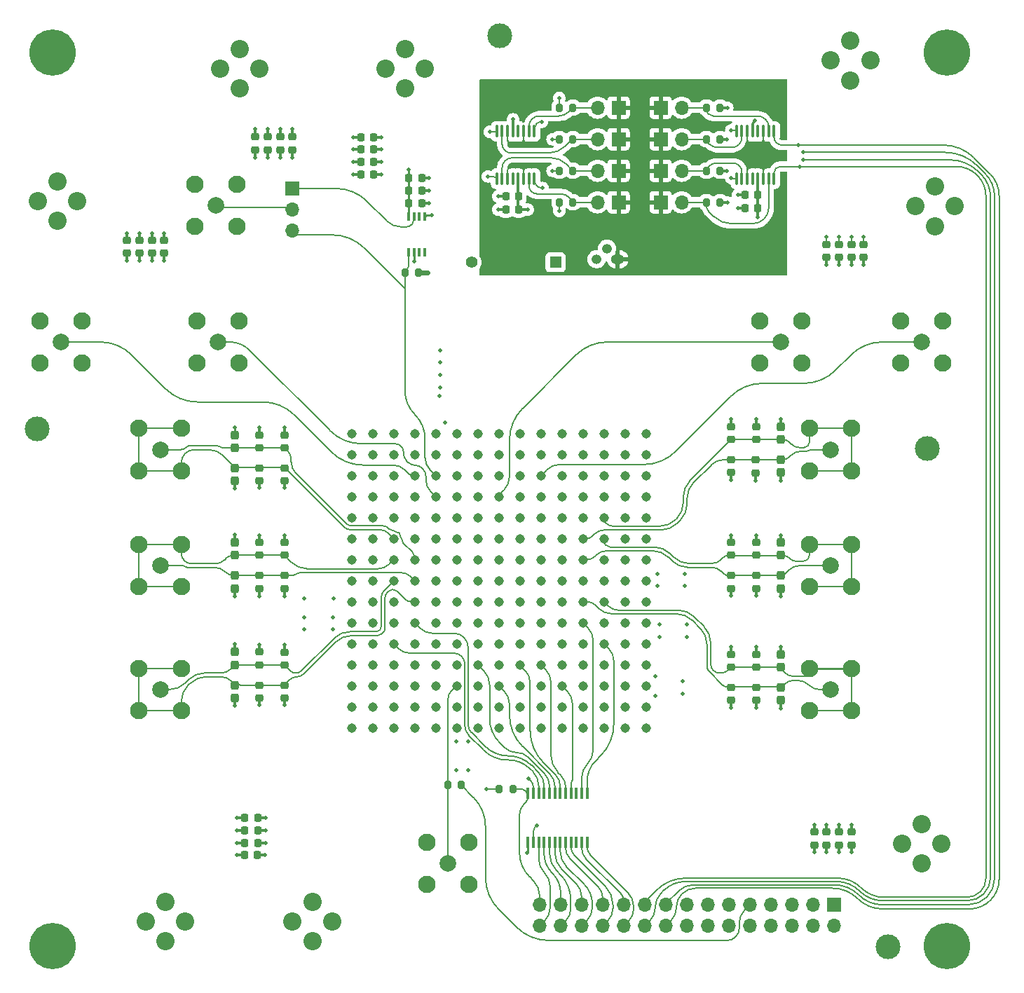
<source format=gbr>
%TF.GenerationSoftware,KiCad,Pcbnew,8.0.5*%
%TF.CreationDate,2024-11-19T12:55:29-05:00*%
%TF.ProjectId,huxley-rounded,6875786c-6579-42d7-926f-756e6465642e,rev?*%
%TF.SameCoordinates,Original*%
%TF.FileFunction,Copper,L1,Top*%
%TF.FilePolarity,Positive*%
%FSLAX46Y46*%
G04 Gerber Fmt 4.6, Leading zero omitted, Abs format (unit mm)*
G04 Created by KiCad (PCBNEW 8.0.5) date 2024-11-19 12:55:29*
%MOMM*%
%LPD*%
G01*
G04 APERTURE LIST*
G04 Aperture macros list*
%AMRoundRect*
0 Rectangle with rounded corners*
0 $1 Rounding radius*
0 $2 $3 $4 $5 $6 $7 $8 $9 X,Y pos of 4 corners*
0 Add a 4 corners polygon primitive as box body*
4,1,4,$2,$3,$4,$5,$6,$7,$8,$9,$2,$3,0*
0 Add four circle primitives for the rounded corners*
1,1,$1+$1,$2,$3*
1,1,$1+$1,$4,$5*
1,1,$1+$1,$6,$7*
1,1,$1+$1,$8,$9*
0 Add four rect primitives between the rounded corners*
20,1,$1+$1,$2,$3,$4,$5,0*
20,1,$1+$1,$4,$5,$6,$7,0*
20,1,$1+$1,$6,$7,$8,$9,0*
20,1,$1+$1,$8,$9,$2,$3,0*%
G04 Aperture macros list end*
%TA.AperFunction,SMDPad,CuDef*%
%ADD10RoundRect,0.237500X-0.237500X0.308600X-0.237500X-0.308600X0.237500X-0.308600X0.237500X0.308600X0*%
%TD*%
%TA.AperFunction,SMDPad,CuDef*%
%ADD11RoundRect,0.237500X0.237500X-0.308600X0.237500X0.308600X-0.237500X0.308600X-0.237500X-0.308600X0*%
%TD*%
%TA.AperFunction,SMDPad,CuDef*%
%ADD12R,0.355600X1.066800*%
%TD*%
%TA.AperFunction,ComponentPad*%
%ADD13C,2.000000*%
%TD*%
%TA.AperFunction,ComponentPad*%
%ADD14C,2.100000*%
%TD*%
%TA.AperFunction,SMDPad,CuDef*%
%ADD15RoundRect,0.225000X0.250000X-0.225000X0.250000X0.225000X-0.250000X0.225000X-0.250000X-0.225000X0*%
%TD*%
%TA.AperFunction,SMDPad,CuDef*%
%ADD16RoundRect,0.225000X0.225000X0.250000X-0.225000X0.250000X-0.225000X-0.250000X0.225000X-0.250000X0*%
%TD*%
%TA.AperFunction,SMDPad,CuDef*%
%ADD17RoundRect,0.200000X-0.200000X-0.275000X0.200000X-0.275000X0.200000X0.275000X-0.200000X0.275000X0*%
%TD*%
%TA.AperFunction,SMDPad,CuDef*%
%ADD18RoundRect,0.225000X-0.250000X0.225000X-0.250000X-0.225000X0.250000X-0.225000X0.250000X0.225000X0*%
%TD*%
%TA.AperFunction,ComponentPad*%
%ADD19C,3.600000*%
%TD*%
%TA.AperFunction,ConnectorPad*%
%ADD20C,5.600000*%
%TD*%
%TA.AperFunction,ComponentPad*%
%ADD21C,1.397000*%
%TD*%
%TA.AperFunction,ComponentPad*%
%ADD22R,1.397000X1.397000*%
%TD*%
%TA.AperFunction,ComponentPad*%
%ADD23C,2.209800*%
%TD*%
%TA.AperFunction,SMDPad,CuDef*%
%ADD24R,0.355600X1.409700*%
%TD*%
%TA.AperFunction,ComponentPad*%
%ADD25R,1.700000X1.700000*%
%TD*%
%TA.AperFunction,ComponentPad*%
%ADD26O,1.700000X1.700000*%
%TD*%
%TA.AperFunction,SMDPad,CuDef*%
%ADD27RoundRect,0.200000X0.200000X0.275000X-0.200000X0.275000X-0.200000X-0.275000X0.200000X-0.275000X0*%
%TD*%
%TA.AperFunction,SMDPad,CuDef*%
%ADD28RoundRect,0.100000X-0.100000X0.637500X-0.100000X-0.637500X0.100000X-0.637500X0.100000X0.637500X0*%
%TD*%
%TA.AperFunction,SMDPad,CuDef*%
%ADD29RoundRect,0.225000X-0.225000X-0.250000X0.225000X-0.250000X0.225000X0.250000X-0.225000X0.250000X0*%
%TD*%
%TA.AperFunction,ComponentPad*%
%ADD30C,1.143000*%
%TD*%
%TA.AperFunction,SMDPad,CuDef*%
%ADD31C,3.000000*%
%TD*%
%TA.AperFunction,ComponentPad*%
%ADD32O,1.600000X1.200000*%
%TD*%
%TA.AperFunction,ComponentPad*%
%ADD33O,1.200000X1.200000*%
%TD*%
%TA.AperFunction,ViaPad*%
%ADD34C,0.508000*%
%TD*%
%TA.AperFunction,Conductor*%
%ADD35C,0.203200*%
%TD*%
%TA.AperFunction,Conductor*%
%ADD36C,0.304800*%
%TD*%
%TA.AperFunction,Conductor*%
%ADD37C,0.254000*%
%TD*%
%TA.AperFunction,Conductor*%
%ADD38C,0.609600*%
%TD*%
%TA.AperFunction,Conductor*%
%ADD39C,0.200000*%
%TD*%
G04 APERTURE END LIST*
D10*
%TO.P,R12,1*%
%TO.N,output_5-*%
X73000000Y-129450300D03*
%TO.P,R12,2*%
%TO.N,GND*%
X73000000Y-130999700D03*
%TD*%
D11*
%TO.P,R11,1*%
%TO.N,output_4-*%
X73000000Y-113774700D03*
%TO.P,R11,2*%
%TO.N,GND*%
X73000000Y-112225300D03*
%TD*%
%TO.P,R10,1*%
%TO.N,output_5+*%
X73000000Y-126999700D03*
%TO.P,R10,2*%
%TO.N,GND*%
X73000000Y-125450300D03*
%TD*%
D10*
%TO.P,R9,1*%
%TO.N,output_4+*%
X73000000Y-116225300D03*
%TO.P,R9,2*%
%TO.N,GND*%
X73000000Y-117774700D03*
%TD*%
%TO.P,R8,1*%
%TO.N,output_3-*%
X73000000Y-103225300D03*
%TO.P,R8,2*%
%TO.N,GND*%
X73000000Y-104774700D03*
%TD*%
D11*
%TO.P,R7,1*%
%TO.N,output_2-*%
X139000000Y-99774700D03*
%TO.P,R7,2*%
%TO.N,GND*%
X139000000Y-98225300D03*
%TD*%
%TO.P,R6,1*%
%TO.N,output_3+*%
X73000000Y-100774700D03*
%TO.P,R6,2*%
%TO.N,GND*%
X73000000Y-99225300D03*
%TD*%
D10*
%TO.P,R5,1*%
%TO.N,output_2+*%
X139000000Y-102225300D03*
%TO.P,R5,2*%
%TO.N,GND*%
X139000000Y-103774700D03*
%TD*%
D11*
%TO.P,R4,1*%
%TO.N,output_1-*%
X139000000Y-113774700D03*
%TO.P,R4,2*%
%TO.N,GND*%
X139000000Y-112225300D03*
%TD*%
D10*
%TO.P,R3,1*%
%TO.N,output_1+*%
X139000000Y-116225300D03*
%TO.P,R3,2*%
%TO.N,GND*%
X139000000Y-117774700D03*
%TD*%
D11*
%TO.P,R2,1*%
%TO.N,output_0-*%
X139000000Y-127274700D03*
%TO.P,R2,2*%
%TO.N,GND*%
X139000000Y-125725300D03*
%TD*%
D10*
%TO.P,R1,1*%
%TO.N,output_0+*%
X139000000Y-129725300D03*
%TO.P,R1,2*%
%TO.N,GND*%
X139000000Y-131274700D03*
%TD*%
D12*
%TO.P,U3,1,RS1+*%
%TO.N,iout_dummy*%
X94024640Y-77133600D03*
%TO.P,U3,2,RS1-*%
%TO.N,GND*%
X94674880Y-77133600D03*
%TO.P,U3,3,RS2+*%
%TO.N,unconnected-(U3-RS2+-Pad3)*%
X95325120Y-77133600D03*
%TO.P,U3,4,RS2-*%
%TO.N,unconnected-(U3-RS2--Pad4)*%
X95975360Y-77133600D03*
%TO.P,U3,5,GND*%
%TO.N,GND*%
X95975360Y-72866400D03*
%TO.P,U3,6,OUT2*%
%TO.N,unconnected-(U3-OUT2-Pad6)*%
X95325120Y-72866400D03*
%TO.P,U3,7,OUT1*%
%TO.N,iout_dummy_amp*%
X94674880Y-72866400D03*
%TO.P,U3,8,VDD*%
%TO.N,PP_SYS_3V3*%
X94024640Y-72866400D03*
%TD*%
D13*
%TO.P,J19,1*%
%TO.N,vd1_dummy*%
X71000000Y-88000000D03*
D14*
%TO.P,J19,2*%
%TO.N,GND*%
X68447300Y-85447300D03*
%TO.P,J19,3,Ext*%
X68447300Y-90552700D03*
%TO.P,J19,4,Ext*%
X73552700Y-90552700D03*
%TO.P,J19,5,Ext*%
X73552700Y-85447300D03*
%TD*%
D13*
%TO.P,J5,1*%
%TO.N,CLK*%
X98750000Y-151000000D03*
D14*
%TO.P,J5,2*%
%TO.N,GND*%
X96197300Y-148447300D03*
%TO.P,J5,3,Ext*%
X96197300Y-153552700D03*
%TO.P,J5,4,Ext*%
X101302700Y-153552700D03*
%TO.P,J5,5,Ext*%
X101302700Y-148447300D03*
%TD*%
D13*
%TO.P,J13,1*%
%TO.N,output_4+*%
X64000000Y-115000000D03*
D14*
%TO.P,J13,2*%
%TO.N,output_4-*%
X61447300Y-112447300D03*
%TO.P,J13,3,Ext*%
X61447300Y-117552700D03*
%TO.P,J13,4,Ext*%
X66552700Y-117552700D03*
%TO.P,J13,5,Ext*%
X66552700Y-112447300D03*
%TD*%
D13*
%TO.P,J11,1*%
%TO.N,output_3+*%
X64000000Y-101000000D03*
D14*
%TO.P,J11,2*%
%TO.N,output_3-*%
X61447300Y-98447300D03*
%TO.P,J11,3,Ext*%
X61447300Y-103552700D03*
%TO.P,J11,4,Ext*%
X66552700Y-103552700D03*
%TO.P,J11,5,Ext*%
X66552700Y-98447300D03*
%TD*%
D13*
%TO.P,J17,1*%
%TO.N,vbias0*%
X139000000Y-88000000D03*
D14*
%TO.P,J17,2*%
%TO.N,GND*%
X136447300Y-85447300D03*
%TO.P,J17,3,Ext*%
X136447300Y-90552700D03*
%TO.P,J17,4,Ext*%
X141552700Y-90552700D03*
%TO.P,J17,5,Ext*%
X141552700Y-85447300D03*
%TD*%
D13*
%TO.P,J18,1*%
%TO.N,vbias2*%
X156000000Y-88000000D03*
D14*
%TO.P,J18,2*%
%TO.N,GND*%
X153447300Y-85447300D03*
%TO.P,J18,3,Ext*%
X153447300Y-90552700D03*
%TO.P,J18,4,Ext*%
X158552700Y-90552700D03*
%TO.P,J18,5,Ext*%
X158552700Y-85447300D03*
%TD*%
D13*
%TO.P,J15,1*%
%TO.N,output_5+*%
X64000000Y-130000000D03*
D14*
%TO.P,J15,2*%
%TO.N,output_5-*%
X61447300Y-127447300D03*
%TO.P,J15,3,Ext*%
X61447300Y-132552700D03*
%TO.P,J15,4,Ext*%
X66552700Y-132552700D03*
%TO.P,J15,5,Ext*%
X66552700Y-127447300D03*
%TD*%
D13*
%TO.P,J4,1*%
%TO.N,output_0+*%
X145000000Y-130000000D03*
D14*
%TO.P,J4,2*%
%TO.N,output_0-*%
X142447300Y-127447300D03*
%TO.P,J4,3,Ext*%
X142447300Y-132552700D03*
%TO.P,J4,4,Ext*%
X147552700Y-132552700D03*
%TO.P,J4,5,Ext*%
X147552700Y-127447300D03*
%TD*%
D13*
%TO.P,J7,1*%
%TO.N,output_1+*%
X145000000Y-115000000D03*
D14*
%TO.P,J7,2*%
%TO.N,output_1-*%
X142447300Y-112447300D03*
%TO.P,J7,3,Ext*%
X142447300Y-117552700D03*
%TO.P,J7,4,Ext*%
X147552700Y-117552700D03*
%TO.P,J7,5,Ext*%
X147552700Y-112447300D03*
%TD*%
D13*
%TO.P,J22,1*%
%TO.N,iout_dummy_amp_conn*%
X70750000Y-71500000D03*
D14*
%TO.P,J22,2*%
%TO.N,GND*%
X68197300Y-68947300D03*
%TO.P,J22,3,Ext*%
X68197300Y-74052700D03*
%TO.P,J22,4,Ext*%
X73302700Y-74052700D03*
%TO.P,J22,5,Ext*%
X73302700Y-68947300D03*
%TD*%
D13*
%TO.P,J20,1*%
%TO.N,vlvl_p_dummy*%
X52000000Y-88000000D03*
D14*
%TO.P,J20,2*%
%TO.N,GND*%
X49447300Y-85447300D03*
%TO.P,J20,3,Ext*%
X49447300Y-90552700D03*
%TO.P,J20,4,Ext*%
X54552700Y-90552700D03*
%TO.P,J20,5,Ext*%
X54552700Y-85447300D03*
%TD*%
D13*
%TO.P,J9,1*%
%TO.N,output_2+*%
X145000000Y-101000000D03*
D14*
%TO.P,J9,2*%
%TO.N,output_2-*%
X142447300Y-98447300D03*
%TO.P,J9,3,Ext*%
X142447300Y-103552700D03*
%TO.P,J9,4,Ext*%
X147552700Y-103552700D03*
%TO.P,J9,5,Ext*%
X147552700Y-98447300D03*
%TD*%
D15*
%TO.P,C69,1*%
%TO.N,output_2-*%
X133000000Y-99775000D03*
%TO.P,C69,2*%
%TO.N,GND*%
X133000000Y-98225000D03*
%TD*%
D16*
%TO.P,C16,1*%
%TO.N,PP_SYS_3V3*%
X107309000Y-70405000D03*
%TO.P,C16,2*%
%TO.N,GND*%
X105759000Y-70405000D03*
%TD*%
D17*
%TO.P,R20,1*%
%TO.N,/ibias/R2_3*%
X129985000Y-67310000D03*
%TO.P,R20,2*%
%TO.N,GND*%
X131635000Y-67310000D03*
%TD*%
D18*
%TO.P,C37,1*%
%TO.N,vrbias*%
X144500000Y-76225000D03*
%TO.P,C37,2*%
%TO.N,GND*%
X144500000Y-77775000D03*
%TD*%
D16*
%TO.P,C21,1*%
%TO.N,PP_VDD_0V9*%
X75775000Y-147000000D03*
%TO.P,C21,2*%
%TO.N,GND*%
X74225000Y-147000000D03*
%TD*%
D15*
%TO.P,C64,1*%
%TO.N,output_0-*%
X133000000Y-127275000D03*
%TO.P,C64,2*%
%TO.N,GND*%
X133000000Y-125725000D03*
%TD*%
D19*
%TO.P,H3,1*%
%TO.N,N/C*%
X51000000Y-161000000D03*
D20*
X51000000Y-161000000D03*
%TD*%
D21*
%TO.P,D1,1,C*%
%TO.N,GND*%
X101600000Y-78359000D03*
D22*
%TO.P,D1,2,A*%
%TO.N,/ibias/ibias_m*%
X111760000Y-78359000D03*
%TD*%
D16*
%TO.P,C17,1*%
%TO.N,PP_SYS_3V3*%
X107309000Y-72005000D03*
%TO.P,C17,2*%
%TO.N,GND*%
X105759000Y-72005000D03*
%TD*%
D18*
%TO.P,C41,1*%
%TO.N,vlvl*%
X77000000Y-63225000D03*
%TO.P,C41,2*%
%TO.N,GND*%
X77000000Y-64775000D03*
%TD*%
D23*
%TO.P,J24,1,1*%
%TO.N,vlvl*%
X71224800Y-55000000D03*
%TO.P,J24,2,2*%
X76000000Y-55000000D03*
%TO.P,J24,3,3*%
X73612400Y-52612400D03*
%TO.P,J24,4,4*%
X73612400Y-57387600D03*
%TD*%
D16*
%TO.P,C29,1*%
%TO.N,PP_SYS_3V3*%
X89775000Y-64750000D03*
%TO.P,C29,2*%
%TO.N,GND*%
X88225000Y-64750000D03*
%TD*%
D17*
%TO.P,R22,1*%
%TO.N,PP_AD2_3V3*%
X104975000Y-142000000D03*
%TO.P,R22,2*%
%TO.N,LVLS_EN*%
X106625000Y-142000000D03*
%TD*%
D18*
%TO.P,C5,1*%
%TO.N,output_2+*%
X135962000Y-102251000D03*
%TO.P,C5,2*%
%TO.N,GND*%
X135962000Y-103801000D03*
%TD*%
%TO.P,C42,1*%
%TO.N,vlvl*%
X78500000Y-63225000D03*
%TO.P,C42,2*%
%TO.N,GND*%
X78500000Y-64775000D03*
%TD*%
D24*
%TO.P,U6,1,GND*%
%TO.N,GND*%
X108425001Y-148452750D03*
%TO.P,U6,2,VREFA*%
%TO.N,PP_AD2_3V3*%
X109075000Y-148452750D03*
%TO.P,U6,3,A1*%
%TO.N,TSCAN_OUT_3V3*%
X109724998Y-148452750D03*
%TO.P,U6,4,A2*%
%TO.N,TSCAN_EN_3V3*%
X110374999Y-148452750D03*
%TO.P,U6,5,A3*%
%TO.N,IO_UCLK_3V3*%
X111024998Y-148452750D03*
%TO.P,U6,6,A4*%
%TO.N,SPI_COPI_3V3*%
X111674999Y-148452750D03*
%TO.P,U6,7,A5*%
%TO.N,SPI_CIPO_3V3*%
X112324998Y-148452750D03*
%TO.P,U6,8,A6*%
%TO.N,SPI_CLK_3V3*%
X112974999Y-148452750D03*
%TO.P,U6,9,A7*%
%TO.N,SPI_CS_L_3V3*%
X113624998Y-148452750D03*
%TO.P,U6,10,A8*%
%TO.N,unconnected-(U6-A8-Pad10)*%
X114274999Y-148452750D03*
%TO.P,U6,11,A9*%
%TO.N,SCAN_EN_3V3*%
X114924998Y-148452750D03*
%TO.P,U6,12,A10*%
%TO.N,RST_L_3V3*%
X115574999Y-148452750D03*
%TO.P,U6,13,B10*%
%TO.N,RST_L*%
X115574999Y-142547250D03*
%TO.P,U6,14,B9*%
%TO.N,SCAN_EN*%
X114925000Y-142547250D03*
%TO.P,U6,15,B8*%
%TO.N,unconnected-(U6-B8-Pad15)*%
X114274999Y-142547250D03*
%TO.P,U6,16,B7*%
%TO.N,SPI_CS_L*%
X113625001Y-142547250D03*
%TO.P,U6,17,B6*%
%TO.N,SPI_CLK*%
X112974999Y-142547250D03*
%TO.P,U6,18,B5*%
%TO.N,SPI_CIPO*%
X112325001Y-142547250D03*
%TO.P,U6,19,B4*%
%TO.N,SPI_COPI*%
X111675002Y-142547250D03*
%TO.P,U6,20,B3*%
%TO.N,IO_UCLK*%
X111025001Y-142547250D03*
%TO.P,U6,21,B2*%
%TO.N,TSCAN_EN*%
X110375002Y-142547250D03*
%TO.P,U6,22,B1*%
%TO.N,TSCAN_OUT*%
X109725001Y-142547250D03*
%TO.P,U6,23,VREFB*%
%TO.N,PP_VDDIO_1V8*%
X109075002Y-142547250D03*
%TO.P,U6,24,EN*%
%TO.N,LVLS_EN*%
X108425001Y-142547250D03*
%TD*%
D18*
%TO.P,C35,1*%
%TO.N,PP_VDDIO_1V8*%
X143000000Y-147225000D03*
%TO.P,C35,2*%
%TO.N,GND*%
X143000000Y-148775000D03*
%TD*%
D15*
%TO.P,C6,1*%
%TO.N,output_3+*%
X76000000Y-100775000D03*
%TO.P,C6,2*%
%TO.N,GND*%
X76000000Y-99225000D03*
%TD*%
D18*
%TO.P,C66,1*%
%TO.N,output_1+*%
X133000000Y-116225000D03*
%TO.P,C66,2*%
%TO.N,GND*%
X133000000Y-117775000D03*
%TD*%
%TO.P,C32,1*%
%TO.N,PP_VDDIO_1V8*%
X147500000Y-147225000D03*
%TO.P,C32,2*%
%TO.N,GND*%
X147500000Y-148775000D03*
%TD*%
D15*
%TO.P,C4,1*%
%TO.N,output_1-*%
X136000000Y-113775000D03*
%TO.P,C4,2*%
%TO.N,GND*%
X136000000Y-112225000D03*
%TD*%
%TO.P,C67,1*%
%TO.N,output_1-*%
X133000000Y-113775000D03*
%TO.P,C67,2*%
%TO.N,GND*%
X133000000Y-112225000D03*
%TD*%
D16*
%TO.P,C18,1*%
%TO.N,PP_SYS_3V3*%
X136165000Y-71805000D03*
%TO.P,C18,2*%
%TO.N,GND*%
X134615000Y-71805000D03*
%TD*%
D23*
%TO.P,J39,1,1*%
%TO.N,vrbias*%
X155224800Y-71612400D03*
%TO.P,J39,2,2*%
X160000000Y-71612400D03*
%TO.P,J39,3,3*%
X157612400Y-69224800D03*
%TO.P,J39,4,4*%
X157612400Y-74000000D03*
%TD*%
%TO.P,J34,1,1*%
%TO.N,GND*%
X145000000Y-54000000D03*
%TO.P,J34,2,2*%
X149775200Y-54000000D03*
%TO.P,J34,3,3*%
X147387600Y-51612400D03*
%TO.P,J34,4,4*%
X147387600Y-56387600D03*
%TD*%
D25*
%TO.P,J6,1,Scope_Ch1+*%
%TO.N,scope_ch1+*%
X145400000Y-156000000D03*
D26*
%TO.P,J6,2,Scope_Ch1-*%
%TO.N,scope_ch1-*%
X145400000Y-158540000D03*
%TO.P,J6,3,Scope_Ch2+*%
%TO.N,scope_ch2+*%
X142860000Y-156000000D03*
%TO.P,J6,4,Scope_Ch2-*%
%TO.N,scope_ch2-*%
X142860000Y-158540000D03*
%TO.P,J6,5,GND*%
%TO.N,GND*%
X140320000Y-156000000D03*
%TO.P,J6,6,GND*%
X140320000Y-158540000D03*
%TO.P,J6,7,V+Power*%
%TO.N,PP_AD2_3V3*%
X137780000Y-156000000D03*
%TO.P,J6,8,V-Power*%
%TO.N,unconnected-(J6D-V-Power-Pad8)*%
X137780000Y-158540000D03*
%TO.P,J6,9,WaveformGen1*%
%TO.N,Net-(J6C-WaveformGen1)*%
X135240000Y-156000000D03*
%TO.P,J6,10,WaveformGen2*%
%TO.N,unconnected-(J6C-WaveformGen2-Pad10)*%
X135240000Y-158540000D03*
%TO.P,J6,11,GND*%
%TO.N,GND*%
X132700000Y-156000000D03*
%TO.P,J6,12,GND*%
X132700000Y-158540000D03*
%TO.P,J6,13,Trigger1*%
%TO.N,unconnected-(J6B-Trigger1-Pad13)*%
X130160000Y-156000000D03*
%TO.P,J6,14,Trigger2*%
%TO.N,unconnected-(J6B-Trigger2-Pad14)*%
X130160000Y-158540000D03*
%TO.P,J6,15,DIO0*%
%TO.N,unconnected-(J6A-DIO0-Pad15)*%
X127620000Y-156000000D03*
%TO.P,J6,16,DIO8*%
%TO.N,unconnected-(J6A-DIO8-Pad16)*%
X127620000Y-158540000D03*
%TO.P,J6,17,DIO1*%
%TO.N,IBIAS_SEL2*%
X125080000Y-156000000D03*
%TO.P,J6,18,DIO9*%
%TO.N,IBIAS_SEL1*%
X125080000Y-158540000D03*
%TO.P,J6,19,DIO2*%
%TO.N,IBIAS_SEL4*%
X122540000Y-156000000D03*
%TO.P,J6,20,DIO10*%
%TO.N,IBIAS_SEL3*%
X122540000Y-158540000D03*
%TO.P,J6,21,DIO3*%
%TO.N,SCAN_EN_3V3*%
X120000000Y-156000000D03*
%TO.P,J6,22,DIO11*%
%TO.N,RST_L_3V3*%
X120000000Y-158540000D03*
%TO.P,J6,23,DIO4*%
%TO.N,SPI_CLK_3V3*%
X117460000Y-156000000D03*
%TO.P,J6,24,DIO12*%
%TO.N,SPI_CS_L_3V3*%
X117460000Y-158540000D03*
%TO.P,J6,25,DIO5*%
%TO.N,SPI_COPI_3V3*%
X114920000Y-156000000D03*
%TO.P,J6,26,DIO13*%
%TO.N,SPI_CIPO_3V3*%
X114920000Y-158540000D03*
%TO.P,J6,27,DIO6*%
%TO.N,TSCAN_EN_3V3*%
X112380000Y-156000000D03*
%TO.P,J6,28,DIO14*%
%TO.N,IO_UCLK_3V3*%
X112380000Y-158540000D03*
%TO.P,J6,29,DIO7*%
%TO.N,LVLS_EN*%
X109840000Y-156000000D03*
%TO.P,J6,30,DIO15*%
%TO.N,TSCAN_OUT_3V3*%
X109840000Y-158540000D03*
%TD*%
D23*
%TO.P,J37,1,1*%
%TO.N,GND*%
X62224800Y-158000000D03*
%TO.P,J37,2,2*%
X67000000Y-158000000D03*
%TO.P,J37,3,3*%
X64612400Y-155612400D03*
%TO.P,J37,4,4*%
X64612400Y-160387600D03*
%TD*%
D25*
%TO.P,J27,1,Pin_1*%
%TO.N,/ibias/ibias_rset*%
X119380000Y-71120000D03*
D26*
%TO.P,J27,2,Pin_2*%
%TO.N,/ibias/R1_4*%
X116840000Y-71120000D03*
%TD*%
D27*
%TO.P,R16,1*%
%TO.N,/ibias/R1_2*%
X113855000Y-63500000D03*
%TO.P,R16,2*%
%TO.N,/ibias/ibias_m*%
X112205000Y-63500000D03*
%TD*%
D28*
%TO.P,U4,1,SEL1*%
%TO.N,IBIAS_SEL1*%
X109209000Y-62542500D03*
%TO.P,U4,2,D1*%
%TO.N,/ibias/R1_1*%
X108559000Y-62542500D03*
%TO.P,U4,3,S1*%
%TO.N,/ibias/ibias_rset*%
X107909000Y-62542500D03*
%TO.P,U4,4,NC*%
%TO.N,unconnected-(U4-NC-Pad4)*%
X107259000Y-62542500D03*
%TO.P,U4,5,GND*%
%TO.N,GND*%
X106609000Y-62542500D03*
%TO.P,U4,6,S4*%
%TO.N,/ibias/ibias_rset*%
X105959000Y-62542500D03*
%TO.P,U4,7,D4*%
%TO.N,/ibias/R1_2*%
X105309000Y-62542500D03*
%TO.P,U4,8,SEL4*%
%TO.N,IBIAS_SEL2*%
X104659000Y-62542500D03*
%TO.P,U4,9,SEL3*%
%TO.N,IBIAS_SEL3*%
X104659000Y-68267500D03*
%TO.P,U4,10,D3*%
%TO.N,/ibias/R1_3*%
X105309000Y-68267500D03*
%TO.P,U4,11,S3*%
%TO.N,/ibias/ibias_rset*%
X105959000Y-68267500D03*
%TO.P,U4,12,NC*%
%TO.N,unconnected-(U4-NC-Pad12)*%
X106609000Y-68267500D03*
%TO.P,U4,13,VDD*%
%TO.N,PP_SYS_3V3*%
X107259000Y-68267500D03*
%TO.P,U4,14,S2*%
%TO.N,/ibias/ibias_rset*%
X107909000Y-68267500D03*
%TO.P,U4,15,D2*%
%TO.N,/ibias/R1_4*%
X108559000Y-68267500D03*
%TO.P,U4,16,SEL2*%
%TO.N,IBIAS_SEL4*%
X109209000Y-68267500D03*
%TD*%
D15*
%TO.P,C7,1*%
%TO.N,output_2-*%
X136000000Y-99775000D03*
%TO.P,C7,2*%
%TO.N,GND*%
X136000000Y-98225000D03*
%TD*%
D18*
%TO.P,C33,1*%
%TO.N,PP_VDDIO_1V8*%
X146000000Y-147225000D03*
%TO.P,C33,2*%
%TO.N,GND*%
X146000000Y-148775000D03*
%TD*%
D29*
%TO.P,C15,1*%
%TO.N,PP_SYS_3V3*%
X94050000Y-68200000D03*
%TO.P,C15,2*%
%TO.N,GND*%
X95600000Y-68200000D03*
%TD*%
D18*
%TO.P,C36,1*%
%TO.N,vrbias*%
X149000000Y-76225000D03*
%TO.P,C36,2*%
%TO.N,GND*%
X149000000Y-77775000D03*
%TD*%
D15*
%TO.P,C11,1*%
%TO.N,output_4-*%
X76000000Y-113775000D03*
%TO.P,C11,2*%
%TO.N,GND*%
X76000000Y-112225000D03*
%TD*%
D28*
%TO.P,U5,1,SEL1*%
%TO.N,IBIAS_SEL1*%
X138165000Y-62542500D03*
%TO.P,U5,2,D1*%
%TO.N,/ibias/R2_1*%
X137515000Y-62542500D03*
%TO.P,U5,3,S1*%
%TO.N,/ibias/ibias_rset*%
X136865000Y-62542500D03*
%TO.P,U5,4,NC*%
%TO.N,unconnected-(U5-NC-Pad4)*%
X136215000Y-62542500D03*
%TO.P,U5,5,GND*%
%TO.N,GND*%
X135565000Y-62542500D03*
%TO.P,U5,6,S4*%
%TO.N,/ibias/ibias_rset*%
X134915000Y-62542500D03*
%TO.P,U5,7,D4*%
%TO.N,/ibias/R2_2*%
X134265000Y-62542500D03*
%TO.P,U5,8,SEL4*%
%TO.N,IBIAS_SEL2*%
X133615000Y-62542500D03*
%TO.P,U5,9,SEL3*%
%TO.N,IBIAS_SEL3*%
X133615000Y-68267500D03*
%TO.P,U5,10,D3*%
%TO.N,/ibias/R2_3*%
X134265000Y-68267500D03*
%TO.P,U5,11,S3*%
%TO.N,/ibias/ibias_rset*%
X134915000Y-68267500D03*
%TO.P,U5,12,NC*%
%TO.N,unconnected-(U5-NC-Pad12)*%
X135565000Y-68267500D03*
%TO.P,U5,13,VDD*%
%TO.N,PP_SYS_3V3*%
X136215000Y-68267500D03*
%TO.P,U5,14,S2*%
%TO.N,/ibias/ibias_rset*%
X136865000Y-68267500D03*
%TO.P,U5,15,D2*%
%TO.N,/ibias/R2_4*%
X137515000Y-68267500D03*
%TO.P,U5,16,SEL2*%
%TO.N,IBIAS_SEL4*%
X138165000Y-68267500D03*
%TD*%
D23*
%TO.P,J2,1,1*%
%TO.N,PP_TAVDD_1V8*%
X51612400Y-68612400D03*
%TO.P,J2,2,2*%
X51612400Y-73387600D03*
%TO.P,J2,3,3*%
X54000000Y-71000000D03*
%TO.P,J2,4,4*%
X49224800Y-71000000D03*
%TD*%
D30*
%TO.P,U1,*%
%TO.N,*%
X87122000Y-99060000D03*
X87122000Y-101600000D03*
X87122000Y-104140000D03*
X87122000Y-106680000D03*
X87122000Y-109220000D03*
X87122000Y-111760000D03*
X87122000Y-114300000D03*
X87122000Y-116840000D03*
X87122000Y-119380000D03*
X87122000Y-121920000D03*
X87122000Y-124460000D03*
X87122000Y-127000000D03*
X87122000Y-129540000D03*
X87122000Y-132080000D03*
X87122000Y-134620000D03*
X89662000Y-99060000D03*
X89662000Y-101600000D03*
X89662000Y-104140000D03*
X89662000Y-106680000D03*
X89662000Y-109220000D03*
X89662000Y-111760000D03*
X89662000Y-114300000D03*
X89662000Y-116840000D03*
X89662000Y-119380000D03*
X89662000Y-121920000D03*
X89662000Y-124460000D03*
X89662000Y-127000000D03*
X89662000Y-129540000D03*
X89662000Y-132080000D03*
X89662000Y-134620000D03*
X92202000Y-99060000D03*
X92202000Y-101600000D03*
X92202000Y-132080000D03*
X92202000Y-134620000D03*
X94742000Y-99060000D03*
X94742000Y-101600000D03*
X94742000Y-132080000D03*
X94742000Y-134620000D03*
X97282000Y-99060000D03*
X97282000Y-101600000D03*
X97282000Y-109220000D03*
X97282000Y-111760000D03*
X97282000Y-121920000D03*
X97282000Y-124460000D03*
X97282000Y-132080000D03*
X97282000Y-134620000D03*
X99822000Y-99060000D03*
X99822000Y-101600000D03*
X99822000Y-109220000D03*
X99822000Y-111760000D03*
X99822000Y-114300000D03*
X99822000Y-116840000D03*
X99822000Y-119380000D03*
X99822000Y-121920000D03*
X99822000Y-124460000D03*
X99822000Y-132080000D03*
X99822000Y-134620000D03*
X102362000Y-99060000D03*
X102362000Y-101600000D03*
X102362000Y-111760000D03*
X102362000Y-114300000D03*
X102362000Y-116840000D03*
X102362000Y-119380000D03*
X102362000Y-121920000D03*
X102362000Y-132080000D03*
X102362000Y-134620000D03*
X104902000Y-99060000D03*
X104902000Y-101600000D03*
X104902000Y-111760000D03*
X104902000Y-114300000D03*
X104902000Y-116840000D03*
X104902000Y-119380000D03*
X104902000Y-121920000D03*
X104902000Y-132080000D03*
X104902000Y-134620000D03*
X107442000Y-99060000D03*
X107442000Y-101600000D03*
X107442000Y-111760000D03*
X107442000Y-114300000D03*
X107442000Y-116840000D03*
X107442000Y-119380000D03*
X107442000Y-121920000D03*
X107442000Y-132080000D03*
X107442000Y-134620000D03*
X109982000Y-99060000D03*
X109982000Y-101600000D03*
X109982000Y-109220000D03*
X109982000Y-111760000D03*
X109982000Y-114300000D03*
X109982000Y-116840000D03*
X109982000Y-119380000D03*
X109982000Y-121920000D03*
X109982000Y-124460000D03*
X109982000Y-132080000D03*
X109982000Y-134620000D03*
X112522000Y-99060000D03*
X112522000Y-101600000D03*
X112522000Y-109220000D03*
X112522000Y-111760000D03*
X112522000Y-121920000D03*
X112522000Y-124460000D03*
X112522000Y-132080000D03*
X112522000Y-134620000D03*
X115062000Y-99060000D03*
X115062000Y-101600000D03*
X115062000Y-132080000D03*
X115062000Y-134620000D03*
X117602000Y-99060000D03*
X117602000Y-101600000D03*
X117602000Y-132080000D03*
X117602000Y-134620000D03*
X120142000Y-99060000D03*
X120142000Y-101600000D03*
X120142000Y-104140000D03*
X120142000Y-106680000D03*
X120142000Y-109220000D03*
X120142000Y-111760000D03*
X120142000Y-114300000D03*
X120142000Y-116840000D03*
X120142000Y-119380000D03*
X120142000Y-121920000D03*
X120142000Y-124460000D03*
X120142000Y-127000000D03*
X120142000Y-129540000D03*
X120142000Y-132080000D03*
X120142000Y-134620000D03*
X122682000Y-99060000D03*
X122682000Y-101600000D03*
X122682000Y-104140000D03*
X122682000Y-106680000D03*
X122682000Y-109220000D03*
X122682000Y-111760000D03*
X122682000Y-114300000D03*
X122682000Y-116840000D03*
X122682000Y-119380000D03*
X122682000Y-121920000D03*
X122682000Y-124460000D03*
X122682000Y-127000000D03*
X122682000Y-129540000D03*
X122682000Y-132080000D03*
X122682000Y-134620000D03*
%TO.P,U1,A1,VDDPST*%
%TO.N,PP_VDDIO_1V8*%
X117602000Y-129540000D03*
%TO.P,U1,A2*%
%TO.N,N/C*%
X115062000Y-129540000D03*
%TO.P,U1,A3,SPI_CS_L*%
%TO.N,SPI_CS_L*%
X112522000Y-129540000D03*
%TO.P,U1,A4,VSS*%
%TO.N,GND*%
X109982000Y-129540000D03*
%TO.P,U1,A5,VDD*%
%TO.N,PP_VDD_0V9*%
X107442000Y-129540000D03*
%TO.P,U1,A6,SPI_COPI*%
%TO.N,SPI_COPI*%
X104902000Y-129540000D03*
%TO.P,U1,A7,VDDPST_POC*%
%TO.N,PP_VDDIO_1V8*%
X102362000Y-129540000D03*
%TO.P,U1,A8,CLK*%
%TO.N,CLK*%
X99822000Y-129540000D03*
%TO.P,U1,A9*%
%TO.N,N/C*%
X97282000Y-129540000D03*
%TO.P,U1,A10*%
X94742000Y-129540000D03*
%TO.P,U1,A11,VSS*%
%TO.N,GND*%
X92202000Y-129540000D03*
%TO.P,U1,B1*%
%TO.N,N/C*%
X117602000Y-127000000D03*
%TO.P,U1,B2*%
X115062000Y-127000000D03*
%TO.P,U1,B3*%
X112522000Y-127000000D03*
%TO.P,U1,B4,SPI_CLK*%
%TO.N,SPI_CLK*%
X109982000Y-127000000D03*
%TO.P,U1,B5,SPI_CIPO*%
%TO.N,SPI_CIPO*%
X107442000Y-127000000D03*
%TO.P,U1,B6*%
%TO.N,N/C*%
X104902000Y-127000000D03*
%TO.P,U1,B7,IO_UCLK*%
%TO.N,IO_UCLK*%
X102362000Y-127000000D03*
%TO.P,U1,B8*%
%TO.N,N/C*%
X99822000Y-127000000D03*
%TO.P,U1,B9*%
X97282000Y-127000000D03*
%TO.P,U1,B10*%
X94742000Y-127000000D03*
%TO.P,U1,B11*%
X92202000Y-127000000D03*
%TO.P,U1,C1,RST_L*%
%TO.N,RST_L*%
X117602000Y-124460000D03*
%TO.P,U1,C2*%
%TO.N,N/C*%
X115062000Y-124460000D03*
%TO.P,U1,C5*%
X107442000Y-124460000D03*
%TO.P,U1,C6*%
X104902000Y-124460000D03*
%TO.P,U1,C7*%
X102362000Y-124460000D03*
%TO.P,U1,C10*%
X94742000Y-124460000D03*
%TO.P,U1,C11,TSCAN_OUT*%
%TO.N,TSCAN_OUT*%
X92202000Y-124460000D03*
%TO.P,U1,D1,VDD*%
%TO.N,PP_VDD_0V9*%
X117602000Y-121920000D03*
%TO.P,U1,D2,SCAN_EN*%
%TO.N,SCAN_EN*%
X115062000Y-121920000D03*
%TO.P,U1,D10,TSCAN_EN*%
%TO.N,TSCAN_EN*%
X94742000Y-121920000D03*
%TO.P,U1,D11,VDD*%
%TO.N,PP_VDD_0V9*%
X92202000Y-121920000D03*
%TO.P,U1,E1,output_0-*%
%TO.N,output_0-*%
X117602000Y-119380000D03*
%TO.P,U1,E2,output_0+*%
%TO.N,output_0+*%
X115062000Y-119380000D03*
%TO.P,U1,E3*%
%TO.N,N/C*%
X112522000Y-119380000D03*
%TO.P,U1,E9*%
X97282000Y-119380000D03*
%TO.P,U1,E10,output_5-*%
%TO.N,output_5-*%
X94742000Y-119380000D03*
%TO.P,U1,E11,TAVDD*%
%TO.N,PP_TAVDD_1V8*%
X92202000Y-119380000D03*
%TO.P,U1,F1*%
%TO.N,N/C*%
X117602000Y-116840000D03*
%TO.P,U1,F2*%
X115062000Y-116840000D03*
%TO.P,U1,F3*%
X112522000Y-116840000D03*
%TO.P,U1,F9*%
X97282000Y-116840000D03*
%TO.P,U1,F10,output_4+*%
%TO.N,output_4+*%
X94742000Y-116840000D03*
%TO.P,U1,F11,output_5+*%
%TO.N,output_5+*%
X92202000Y-116840000D03*
%TO.P,U1,G1,TAVDD*%
%TO.N,PP_TAVDD_1V8*%
X117602000Y-114300000D03*
%TO.P,U1,G2,output_1+*%
%TO.N,output_1+*%
X115062000Y-114300000D03*
%TO.P,U1,G3*%
%TO.N,N/C*%
X112522000Y-114300000D03*
%TO.P,U1,G9*%
X97282000Y-114300000D03*
%TO.P,U1,G10,output_3+*%
%TO.N,output_3+*%
X94742000Y-114300000D03*
%TO.P,U1,G11,output_4-*%
%TO.N,output_4-*%
X92202000Y-114300000D03*
%TO.P,U1,H1,output_1-*%
%TO.N,output_1-*%
X117602000Y-111760000D03*
%TO.P,U1,H2,output_2+*%
%TO.N,output_2+*%
X115062000Y-111760000D03*
%TO.P,U1,H10*%
%TO.N,N/C*%
X94742000Y-111760000D03*
%TO.P,U1,H11,output_3-*%
%TO.N,output_3-*%
X92202000Y-111760000D03*
%TO.P,U1,J1,output_2-*%
%TO.N,output_2-*%
X117602000Y-109220000D03*
%TO.P,U1,J2*%
%TO.N,N/C*%
X115062000Y-109220000D03*
%TO.P,U1,J5*%
X107442000Y-109220000D03*
%TO.P,U1,J6*%
X104902000Y-109220000D03*
%TO.P,U1,J7*%
X102362000Y-109220000D03*
%TO.P,U1,J10*%
X94742000Y-109220000D03*
%TO.P,U1,J11*%
X92202000Y-109220000D03*
%TO.P,U1,K1,VSS*%
%TO.N,GND*%
X117602000Y-106680000D03*
%TO.P,U1,K2*%
%TO.N,N/C*%
X115062000Y-106680000D03*
%TO.P,U1,K3*%
X112522000Y-106680000D03*
%TO.P,U1,K4*%
X109982000Y-106680000D03*
%TO.P,U1,K5,vrbias*%
%TO.N,vrbias*%
X107442000Y-106680000D03*
%TO.P,U1,K6,vbias0*%
%TO.N,vbias0*%
X104902000Y-106680000D03*
%TO.P,U1,K7*%
%TO.N,N/C*%
X102362000Y-106680000D03*
%TO.P,U1,K8*%
X99822000Y-106680000D03*
%TO.P,U1,K9,vd1_dummy*%
%TO.N,vd1_dummy*%
X97282000Y-106680000D03*
%TO.P,U1,K10*%
%TO.N,N/C*%
X94742000Y-106680000D03*
%TO.P,U1,K11*%
X92202000Y-106680000D03*
%TO.P,U1,L1,VSS*%
%TO.N,GND*%
X117602000Y-104140000D03*
%TO.P,U1,L2*%
%TO.N,N/C*%
X115062000Y-104140000D03*
%TO.P,U1,L3*%
X112522000Y-104140000D03*
%TO.P,U1,L4,vbias2*%
%TO.N,vbias2*%
X109982000Y-104140000D03*
%TO.P,U1,L5,vbias1*%
%TO.N,vbias1*%
X107442000Y-104140000D03*
%TO.P,U1,L6,vlvl*%
%TO.N,vlvl*%
X104902000Y-104140000D03*
%TO.P,U1,L7,VSS*%
%TO.N,GND*%
X102362000Y-104140000D03*
%TO.P,U1,L8,TAVDD*%
%TO.N,PP_TAVDD_1V8*%
X99822000Y-104140000D03*
%TO.P,U1,L9,iout_dummy*%
%TO.N,iout_dummy*%
X97282000Y-104140000D03*
%TO.P,U1,L10,vlvl_p_dummy*%
%TO.N,vlvl_p_dummy*%
X94742000Y-104140000D03*
%TO.P,U1,L11,VSS*%
%TO.N,GND*%
X92202000Y-104140000D03*
%TD*%
D25*
%TO.P,J30,1,Pin_1*%
%TO.N,/ibias/ibias_rset*%
X124460000Y-67310000D03*
D26*
%TO.P,J30,2,Pin_2*%
%TO.N,/ibias/R2_3*%
X127000000Y-67310000D03*
%TD*%
D18*
%TO.P,C26,1*%
%TO.N,PP_TAVDD_1V8*%
X63000000Y-75725000D03*
%TO.P,C26,2*%
%TO.N,GND*%
X63000000Y-77275000D03*
%TD*%
D25*
%TO.P,J31,1,Pin_1*%
%TO.N,/ibias/ibias_rset*%
X124460000Y-71120000D03*
D26*
%TO.P,J31,2,Pin_2*%
%TO.N,/ibias/R2_4*%
X127000000Y-71120000D03*
%TD*%
D18*
%TO.P,C75,1*%
%TO.N,output_5-*%
X79000000Y-129450000D03*
%TO.P,C75,2*%
%TO.N,GND*%
X79000000Y-131000000D03*
%TD*%
D31*
%TO.P,TP4,1,1*%
%TO.N,GND*%
X49100000Y-98500000D03*
%TD*%
D15*
%TO.P,C70,1*%
%TO.N,output_3+*%
X79000000Y-100775000D03*
%TO.P,C70,2*%
%TO.N,GND*%
X79000000Y-99225000D03*
%TD*%
D17*
%TO.P,R21,1*%
%TO.N,/ibias/R2_4*%
X129985000Y-71120000D03*
%TO.P,R21,2*%
%TO.N,GND*%
X131635000Y-71120000D03*
%TD*%
D16*
%TO.P,C20,1*%
%TO.N,PP_VDD_0V9*%
X75775000Y-145490000D03*
%TO.P,C20,2*%
%TO.N,GND*%
X74225000Y-145490000D03*
%TD*%
%TO.P,C19,1*%
%TO.N,PP_SYS_3V3*%
X136165000Y-70205000D03*
%TO.P,C19,2*%
%TO.N,GND*%
X134615000Y-70205000D03*
%TD*%
D18*
%TO.P,C8,1*%
%TO.N,output_3-*%
X76000000Y-103225000D03*
%TO.P,C8,2*%
%TO.N,GND*%
X76000000Y-104775000D03*
%TD*%
D25*
%TO.P,J28,1,Pin_1*%
%TO.N,/ibias/ibias_rset*%
X124460000Y-59690000D03*
D26*
%TO.P,J28,2,Pin_2*%
%TO.N,/ibias/R2_1*%
X127000000Y-59690000D03*
%TD*%
D18*
%TO.P,C9,1*%
%TO.N,output_4+*%
X76000000Y-116225000D03*
%TO.P,C9,2*%
%TO.N,GND*%
X76000000Y-117775000D03*
%TD*%
%TO.P,C72,1*%
%TO.N,output_4+*%
X79000000Y-116225000D03*
%TO.P,C72,2*%
%TO.N,GND*%
X79000000Y-117775000D03*
%TD*%
%TO.P,C68,1*%
%TO.N,output_2+*%
X133000000Y-102225000D03*
%TO.P,C68,2*%
%TO.N,GND*%
X133000000Y-103775000D03*
%TD*%
D16*
%TO.P,C23,1*%
%TO.N,PP_VDD_0V9*%
X75725000Y-150000000D03*
%TO.P,C23,2*%
%TO.N,GND*%
X74175000Y-150000000D03*
%TD*%
D27*
%TO.P,R18,1*%
%TO.N,/ibias/R1_4*%
X113855000Y-71120000D03*
%TO.P,R18,2*%
%TO.N,/ibias/ibias_m*%
X112205000Y-71120000D03*
%TD*%
D29*
%TO.P,C13,1*%
%TO.N,PP_SYS_3V3*%
X94050000Y-71200000D03*
%TO.P,C13,2*%
%TO.N,GND*%
X95600000Y-71200000D03*
%TD*%
D18*
%TO.P,C25,1*%
%TO.N,PP_TAVDD_1V8*%
X61500000Y-75725000D03*
%TO.P,C25,2*%
%TO.N,GND*%
X61500000Y-77275000D03*
%TD*%
%TO.P,C34,1*%
%TO.N,PP_VDDIO_1V8*%
X144500000Y-147225000D03*
%TO.P,C34,2*%
%TO.N,GND*%
X144500000Y-148775000D03*
%TD*%
%TO.P,C1,1*%
%TO.N,output_0+*%
X136000000Y-129725000D03*
%TO.P,C1,2*%
%TO.N,GND*%
X136000000Y-131275000D03*
%TD*%
D27*
%TO.P,R17,1*%
%TO.N,/ibias/R1_3*%
X113855000Y-67310000D03*
%TO.P,R17,2*%
%TO.N,/ibias/ibias_m*%
X112205000Y-67310000D03*
%TD*%
D25*
%TO.P,J26,1,Pin_1*%
%TO.N,/ibias/ibias_rset*%
X119380000Y-67310000D03*
D26*
%TO.P,J26,2,Pin_2*%
%TO.N,/ibias/R1_3*%
X116840000Y-67310000D03*
%TD*%
D17*
%TO.P,R14,1*%
%TO.N,/ibias/R2_1*%
X129985000Y-59690000D03*
%TO.P,R14,2*%
%TO.N,GND*%
X131635000Y-59690000D03*
%TD*%
D16*
%TO.P,C31,1*%
%TO.N,PP_SYS_3V3*%
X89775000Y-67750000D03*
%TO.P,C31,2*%
%TO.N,GND*%
X88225000Y-67750000D03*
%TD*%
D25*
%TO.P,J32,1,Pin_1*%
%TO.N,iout_dummy_amp*%
X80000000Y-69450000D03*
D26*
%TO.P,J32,2,Pin_2*%
%TO.N,iout_dummy_amp_conn*%
X80000000Y-71990000D03*
%TO.P,J32,3,Pin_3*%
%TO.N,iout_dummy*%
X80000000Y-74530000D03*
%TD*%
D23*
%TO.P,J35,1,1*%
%TO.N,PP_SYS_3V3*%
X91224800Y-55000000D03*
%TO.P,J35,2,2*%
X96000000Y-55000000D03*
%TO.P,J35,3,3*%
X93612400Y-52612400D03*
%TO.P,J35,4,4*%
X93612400Y-57387600D03*
%TD*%
D18*
%TO.P,C71,1*%
%TO.N,output_3-*%
X79000000Y-103225000D03*
%TO.P,C71,2*%
%TO.N,GND*%
X79000000Y-104775000D03*
%TD*%
%TO.P,C43,1*%
%TO.N,vlvl*%
X80000000Y-63225000D03*
%TO.P,C43,2*%
%TO.N,GND*%
X80000000Y-64775000D03*
%TD*%
D25*
%TO.P,J29,1,Pin_1*%
%TO.N,/ibias/ibias_rset*%
X124460000Y-63500000D03*
D26*
%TO.P,J29,2,Pin_2*%
%TO.N,/ibias/R2_2*%
X127000000Y-63500000D03*
%TD*%
D18*
%TO.P,C27,1*%
%TO.N,PP_TAVDD_1V8*%
X64500000Y-75725000D03*
%TO.P,C27,2*%
%TO.N,GND*%
X64500000Y-77275000D03*
%TD*%
%TO.P,C38,1*%
%TO.N,vrbias*%
X146000000Y-76225000D03*
%TO.P,C38,2*%
%TO.N,GND*%
X146000000Y-77775000D03*
%TD*%
D19*
%TO.P,H1,1*%
%TO.N,N/C*%
X159000000Y-53000000D03*
D20*
X159000000Y-53000000D03*
%TD*%
D19*
%TO.P,H4,1*%
%TO.N,N/C*%
X51000000Y-53000000D03*
D20*
X51000000Y-53000000D03*
%TD*%
D17*
%TO.P,R19,1*%
%TO.N,/ibias/R2_2*%
X129985000Y-63500000D03*
%TO.P,R19,2*%
%TO.N,GND*%
X131635000Y-63500000D03*
%TD*%
D18*
%TO.P,C65,1*%
%TO.N,output_0+*%
X133000000Y-129725000D03*
%TO.P,C65,2*%
%TO.N,GND*%
X133000000Y-131275000D03*
%TD*%
%TO.P,C40,1*%
%TO.N,vlvl*%
X75500000Y-63225000D03*
%TO.P,C40,2*%
%TO.N,GND*%
X75500000Y-64775000D03*
%TD*%
D27*
%TO.P,R13,1*%
%TO.N,/ibias/R1_1*%
X113855000Y-59690000D03*
%TO.P,R13,2*%
%TO.N,/ibias/ibias_m*%
X112205000Y-59690000D03*
%TD*%
D25*
%TO.P,J25,1,Pin_1*%
%TO.N,/ibias/ibias_rset*%
X119380000Y-63500000D03*
D26*
%TO.P,J25,2,Pin_2*%
%TO.N,/ibias/R1_2*%
X116840000Y-63500000D03*
%TD*%
D16*
%TO.P,C30,1*%
%TO.N,PP_SYS_3V3*%
X89775000Y-66250000D03*
%TO.P,C30,2*%
%TO.N,GND*%
X88225000Y-66250000D03*
%TD*%
%TO.P,C28,1*%
%TO.N,PP_SYS_3V3*%
X89775000Y-63250000D03*
%TO.P,C28,2*%
%TO.N,GND*%
X88225000Y-63250000D03*
%TD*%
D19*
%TO.P,H2,1*%
%TO.N,N/C*%
X159000000Y-161000000D03*
D20*
X159000000Y-161000000D03*
%TD*%
D15*
%TO.P,C10,1*%
%TO.N,output_5+*%
X76000000Y-127000000D03*
%TO.P,C10,2*%
%TO.N,GND*%
X76000000Y-125450000D03*
%TD*%
D31*
%TO.P,TP3,1,1*%
%TO.N,GND*%
X151900000Y-161100000D03*
%TD*%
D23*
%TO.P,J1,1,1*%
%TO.N,PP_VDDIO_1V8*%
X156000000Y-151000000D03*
%TO.P,J1,2,2*%
X156000000Y-146224800D03*
%TO.P,J1,3,3*%
X153612400Y-148612400D03*
%TO.P,J1,4,4*%
X158387600Y-148612400D03*
%TD*%
D18*
%TO.P,C39,1*%
%TO.N,vrbias*%
X147500000Y-76225000D03*
%TO.P,C39,2*%
%TO.N,GND*%
X147500000Y-77775000D03*
%TD*%
D15*
%TO.P,C74,1*%
%TO.N,output_5+*%
X79000000Y-127027000D03*
%TO.P,C74,2*%
%TO.N,GND*%
X79000000Y-125477000D03*
%TD*%
D31*
%TO.P,TP1,1,1*%
%TO.N,GND*%
X105000000Y-51000000D03*
%TD*%
D17*
%TO.P,R15,1*%
%TO.N,iout_dummy*%
X93566880Y-79604000D03*
%TO.P,R15,2*%
%TO.N,GND*%
X95216880Y-79604000D03*
%TD*%
D15*
%TO.P,C2,1*%
%TO.N,output_0-*%
X136000000Y-127275000D03*
%TO.P,C2,2*%
%TO.N,GND*%
X136000000Y-125725000D03*
%TD*%
D25*
%TO.P,J21,1,Pin_1*%
%TO.N,/ibias/ibias_rset*%
X119380000Y-59690000D03*
D26*
%TO.P,J21,2,Pin_2*%
%TO.N,/ibias/R1_1*%
X116840000Y-59690000D03*
%TD*%
D29*
%TO.P,C14,1*%
%TO.N,PP_SYS_3V3*%
X94050000Y-69700000D03*
%TO.P,C14,2*%
%TO.N,GND*%
X95600000Y-69700000D03*
%TD*%
D32*
%TO.P,U2,1,R*%
%TO.N,/ibias/ibias_rset*%
X119270000Y-78000000D03*
D33*
%TO.P,U2,2,+V*%
%TO.N,vbias1*%
X118000000Y-76730000D03*
%TO.P,U2,3,-V*%
%TO.N,/ibias/ibias_m*%
X116730000Y-78000000D03*
%TD*%
D18*
%TO.P,C12,1*%
%TO.N,output_5-*%
X76000000Y-129450000D03*
%TO.P,C12,2*%
%TO.N,GND*%
X76000000Y-131000000D03*
%TD*%
%TO.P,C3,1*%
%TO.N,output_1+*%
X136000000Y-116225000D03*
%TO.P,C3,2*%
%TO.N,GND*%
X136000000Y-117775000D03*
%TD*%
D15*
%TO.P,C73,1*%
%TO.N,output_4-*%
X79000000Y-113775000D03*
%TO.P,C73,2*%
%TO.N,GND*%
X79000000Y-112225000D03*
%TD*%
D23*
%TO.P,J3,1,1*%
%TO.N,PP_VDD_0V9*%
X80000000Y-158000000D03*
%TO.P,J3,2,2*%
X84775200Y-158000000D03*
%TO.P,J3,3,3*%
X82387600Y-155612400D03*
%TO.P,J3,4,4*%
X82387600Y-160387600D03*
%TD*%
D17*
%TO.P,R32,1*%
%TO.N,CLK*%
X98725000Y-141550000D03*
%TO.P,R32,2*%
%TO.N,Net-(J6C-WaveformGen1)*%
X100375000Y-141550000D03*
%TD*%
D16*
%TO.P,C22,1*%
%TO.N,PP_VDD_0V9*%
X75775000Y-148500000D03*
%TO.P,C22,2*%
%TO.N,GND*%
X74225000Y-148500000D03*
%TD*%
D31*
%TO.P,TP2,1,1*%
%TO.N,GND*%
X156650000Y-100900000D03*
%TD*%
D18*
%TO.P,C24,1*%
%TO.N,PP_TAVDD_1V8*%
X60000000Y-75725000D03*
%TO.P,C24,2*%
%TO.N,GND*%
X60000000Y-77275000D03*
%TD*%
D34*
%TO.N,GND*%
X147500000Y-149650000D03*
X135962000Y-104726000D03*
X73250000Y-150000000D03*
X61500000Y-78200000D03*
X133000000Y-97350000D03*
X133800000Y-70250000D03*
X63000000Y-78200000D03*
X104850000Y-70405000D03*
X87300000Y-67750000D03*
X144500000Y-149650000D03*
X147500000Y-78700000D03*
X133000000Y-132200000D03*
X49100000Y-98500000D03*
X64500000Y-78200000D03*
X76000000Y-131900000D03*
X127600000Y-123650000D03*
X73300000Y-147000000D03*
X132448803Y-67308134D03*
X76000000Y-105650000D03*
X87300000Y-63250000D03*
X79000000Y-124600000D03*
X136000000Y-111400000D03*
X76000000Y-118700000D03*
X127400000Y-116000000D03*
X87300000Y-64750000D03*
X96292000Y-79604000D03*
X106629200Y-61112400D03*
X81400000Y-121250000D03*
X96778000Y-72714000D03*
X73000000Y-105700000D03*
X127150000Y-130500000D03*
X81425000Y-119000000D03*
X79000000Y-105650000D03*
X133000000Y-111400000D03*
X152000000Y-161100000D03*
X97800000Y-93500000D03*
X80000000Y-65700000D03*
X139000000Y-132250000D03*
X97800000Y-92000000D03*
X136000000Y-132200000D03*
X104850000Y-72005000D03*
X73000000Y-98325000D03*
X96500000Y-71200000D03*
X75500000Y-65700000D03*
X76000000Y-111350000D03*
X133000000Y-118650000D03*
X79000000Y-111350000D03*
X139000000Y-97300000D03*
X73000000Y-111300000D03*
X133000000Y-104700000D03*
X97800000Y-90500000D03*
X97750000Y-94500000D03*
X139000000Y-111350000D03*
X127150000Y-129000000D03*
X78500000Y-65700000D03*
X79000000Y-98350000D03*
X73000000Y-118750000D03*
X60000000Y-78200000D03*
X144500000Y-78700000D03*
X87300000Y-66250000D03*
X139000000Y-118700000D03*
X146000000Y-149650000D03*
X132495000Y-71120000D03*
X135870000Y-61258800D03*
X127600000Y-122150000D03*
X136000000Y-124850000D03*
X133000000Y-124850000D03*
X96500000Y-69700000D03*
X133800000Y-71800000D03*
X73000000Y-131950000D03*
X156650000Y-100900000D03*
X139000000Y-104750000D03*
X81400000Y-122750000D03*
X132441200Y-63523292D03*
X94679600Y-78235600D03*
X101250000Y-139700000D03*
X76000000Y-124573000D03*
X73300000Y-148500000D03*
X76000000Y-98350000D03*
X149000000Y-78700000D03*
X79000000Y-118700000D03*
X146000000Y-78700000D03*
X73000000Y-124523000D03*
X143000000Y-149650000D03*
X97800000Y-89000000D03*
X79000000Y-131900000D03*
X139000000Y-124800000D03*
X77000000Y-65700000D03*
X132500000Y-59700000D03*
X105000000Y-51100000D03*
X96500000Y-68200000D03*
X73300000Y-145490000D03*
X136000000Y-118650000D03*
X108343401Y-149750000D03*
X136000000Y-97350000D03*
X99750000Y-139700000D03*
X127400000Y-117500000D03*
%TO.N,PP_SYS_3V3*%
X90700000Y-67750000D03*
X94000000Y-67200000D03*
X90700000Y-66250000D03*
X90700000Y-64750000D03*
X108400000Y-72000000D03*
X90700000Y-63250000D03*
X136200000Y-72900000D03*
%TO.N,PP_VDD_0V9*%
X84900000Y-121250000D03*
X76700000Y-147000000D03*
X124300000Y-122150000D03*
X124300000Y-123650000D03*
X76700000Y-145490000D03*
X76650000Y-150000000D03*
X76700000Y-148500000D03*
X84900000Y-122750000D03*
%TO.N,PP_TAVDD_1V8*%
X84925000Y-119000000D03*
X63000000Y-74850000D03*
X61500000Y-74850000D03*
X60000000Y-74850000D03*
X64500000Y-74850000D03*
X124050000Y-117500000D03*
X124050000Y-116000000D03*
X98450000Y-97700000D03*
%TO.N,PP_VDDIO_1V8*%
X101250000Y-136300000D03*
X147500000Y-146300000D03*
X144500000Y-146300000D03*
X99750000Y-136300000D03*
X123800000Y-128400000D03*
X146000000Y-146300000D03*
X143000000Y-146300000D03*
X123800000Y-130750000D03*
X108500000Y-140750000D03*
%TO.N,vlvl*%
X78500000Y-62300000D03*
X80000000Y-62300000D03*
X75500000Y-62300000D03*
X77000000Y-62300000D03*
%TO.N,vrbias*%
X149000000Y-75300000D03*
X144500000Y-75300000D03*
X147500000Y-75300000D03*
X146000000Y-75300000D03*
%TO.N,/ibias/ibias_m*%
X112200000Y-58500000D03*
X111400000Y-63500000D03*
X111400000Y-67310000D03*
X112205000Y-72150000D03*
%TO.N,IBIAS_SEL3*%
X141700000Y-66000000D03*
X103600000Y-68000000D03*
X133000000Y-68200000D03*
%TO.N,IBIAS_SEL4*%
X110200000Y-69400000D03*
X141300000Y-66800000D03*
%TO.N,IBIAS_SEL1*%
X110100000Y-61400000D03*
X141100000Y-64200000D03*
%TO.N,IBIAS_SEL2*%
X103800000Y-62600000D03*
X141700000Y-65100000D03*
X133000000Y-62400000D03*
%TO.N,PP_AD2_3V3*%
X109493001Y-146397250D03*
X103425000Y-142000000D03*
%TD*%
D35*
%TO.N,SPI_COPI*%
X111675002Y-141661126D02*
X111675002Y-142547250D01*
X105551000Y-130189000D02*
X104902000Y-129540000D01*
X111048417Y-140148417D02*
X107777555Y-136877555D01*
X106200000Y-131755824D02*
X106200000Y-133069000D01*
X111048417Y-140148417D02*
G75*
G02*
X111674981Y-141661126I-1512717J-1512683D01*
G01*
X106200000Y-133069000D02*
G75*
G03*
X107777557Y-136877553I5386100J0D01*
G01*
X105551000Y-130189000D02*
G75*
G02*
X106199990Y-131755824I-1566800J-1566800D01*
G01*
%TO.N,IO_UCLK_3V3*%
X113600000Y-155420801D02*
X113600000Y-156457329D01*
X112990000Y-157930000D02*
X112380000Y-158540000D01*
X111934425Y-151934425D02*
X112312499Y-152312499D01*
X111024998Y-149738874D02*
X111024998Y-148452750D01*
X111024998Y-149738874D02*
G75*
G03*
X111934407Y-151934443I3105002J-26D01*
G01*
X113600000Y-156457329D02*
G75*
G02*
X112989991Y-157929991I-2082700J29D01*
G01*
X112312499Y-152312499D02*
G75*
G02*
X113600000Y-155420801I-3108299J-3108301D01*
G01*
%TO.N,SPI_CLK*%
X111200000Y-137895414D02*
X111200000Y-129079256D01*
X112087499Y-140038027D02*
X112401633Y-140352161D01*
X112974999Y-141736388D02*
X112974999Y-142547250D01*
X110591000Y-127609000D02*
X109982000Y-127000000D01*
X112401633Y-140352161D02*
G75*
G02*
X112975005Y-141736388I-1384233J-1384239D01*
G01*
X110591000Y-127609000D02*
G75*
G02*
X111200018Y-129079256I-1470300J-1470300D01*
G01*
X111200000Y-137895414D02*
G75*
G03*
X112087509Y-140038017I3030100J14D01*
G01*
D36*
%TO.N,GND*%
X61500000Y-78200000D02*
X61500000Y-77275000D01*
X139000000Y-118700000D02*
X139000000Y-117825000D01*
X136000000Y-97350000D02*
X136000000Y-98225000D01*
D37*
X96087120Y-72790200D02*
X96010920Y-72866400D01*
X152000000Y-161100000D02*
X151900000Y-161100000D01*
D36*
X87300000Y-64750000D02*
X88225000Y-64750000D01*
X149000000Y-78700000D02*
X149000000Y-77775000D01*
X73000000Y-131950000D02*
X73000000Y-131050000D01*
X131640000Y-59695000D02*
X131635000Y-59690000D01*
D37*
X73000000Y-98325000D02*
X73000000Y-98300000D01*
D36*
X139000000Y-124800000D02*
X139000000Y-125675000D01*
X135962000Y-104726000D02*
X135962000Y-103801000D01*
X133800000Y-70250000D02*
X133822500Y-70227500D01*
D37*
X73000000Y-98325000D02*
X73000000Y-99175000D01*
D36*
X76000000Y-118700000D02*
X76000000Y-117775000D01*
D37*
X94679600Y-77141657D02*
X94679600Y-78235600D01*
D36*
X96500000Y-71200000D02*
X95600000Y-71200000D01*
X143000000Y-149650000D02*
X143000000Y-148775000D01*
X73000000Y-118750000D02*
X73000000Y-117825000D01*
X132429554Y-63511646D02*
X132441200Y-63523292D01*
X106619100Y-61122500D02*
X106629200Y-61112400D01*
X144500000Y-78700000D02*
X144500000Y-77775000D01*
X73000000Y-111300000D02*
X73000000Y-112175000D01*
X96500000Y-69700000D02*
X95600000Y-69700000D01*
X135565000Y-61779467D02*
X135565000Y-62542500D01*
X64500000Y-78200000D02*
X64500000Y-77275000D01*
X131652071Y-59700000D02*
X132500000Y-59700000D01*
X133000000Y-104700000D02*
X133000000Y-103775000D01*
X133000000Y-132200000D02*
X133000000Y-131275000D01*
D37*
X108343401Y-149750000D02*
X108366300Y-149727100D01*
D36*
X80000000Y-65700000D02*
X80000000Y-64775000D01*
X76000000Y-111350000D02*
X76000000Y-112225000D01*
X73000000Y-105700000D02*
X73000000Y-104825000D01*
X136000000Y-124850000D02*
X136000000Y-125725000D01*
X139000000Y-104750000D02*
X139000000Y-103825000D01*
X79000000Y-124600000D02*
X79000000Y-125477000D01*
X73250000Y-150000000D02*
X74175000Y-150000000D01*
X87300000Y-66250000D02*
X88225000Y-66250000D01*
D37*
X94677240Y-77135960D02*
X94674880Y-77133600D01*
D36*
X133876819Y-70205000D02*
X134615000Y-70205000D01*
D37*
X96271083Y-72714000D02*
X96778000Y-72714000D01*
D36*
X76000000Y-105650000D02*
X76000000Y-104775000D01*
X133000000Y-124850000D02*
X133000000Y-125725000D01*
X147500000Y-149650000D02*
X147500000Y-148775000D01*
X106609000Y-61146883D02*
X106609000Y-62542500D01*
X132401438Y-63500000D02*
X131635000Y-63500000D01*
X132445617Y-67310000D02*
X131635000Y-67310000D01*
X139000000Y-111350000D02*
X139000000Y-112175000D01*
X132447870Y-67309067D02*
X132448803Y-67308134D01*
X87300000Y-63250000D02*
X88225000Y-63250000D01*
X73300000Y-145490000D02*
X74225000Y-145490000D01*
X139000000Y-132250000D02*
X139000000Y-131325000D01*
X87300000Y-67750000D02*
X88225000Y-67750000D01*
X79000000Y-105650000D02*
X79000000Y-104775000D01*
X136000000Y-132200000D02*
X136000000Y-131275000D01*
X79000000Y-111350000D02*
X79000000Y-112225000D01*
X104850000Y-72005000D02*
X105759000Y-72005000D01*
X133808535Y-71805000D02*
X134615000Y-71805000D01*
X75500000Y-65700000D02*
X75500000Y-64775000D01*
X73300000Y-147000000D02*
X74225000Y-147000000D01*
X76000000Y-131900000D02*
X76000000Y-131000000D01*
X135870000Y-61258800D02*
X135717500Y-61411300D01*
X146000000Y-149650000D02*
X146000000Y-148775000D01*
X76000000Y-98350000D02*
X76000000Y-99225000D01*
D38*
X96292000Y-79604000D02*
X95216880Y-79604000D01*
D36*
X133000000Y-97350000D02*
X133000000Y-98225000D01*
X133000000Y-111400000D02*
X133000000Y-112225000D01*
X144500000Y-149650000D02*
X144500000Y-148775000D01*
X79000000Y-131900000D02*
X79000000Y-131000000D01*
X77000000Y-65700000D02*
X77000000Y-64775000D01*
X76000000Y-124573000D02*
X76000000Y-125450000D01*
X96500000Y-68200000D02*
X95600000Y-68200000D01*
X63000000Y-78200000D02*
X63000000Y-77275000D01*
X104850000Y-70405000D02*
X105759000Y-70405000D01*
X79000000Y-118700000D02*
X79000000Y-117775000D01*
X73300000Y-148500000D02*
X74225000Y-148500000D01*
X146000000Y-78700000D02*
X146000000Y-77775000D01*
D37*
X108389200Y-149671816D02*
X108389200Y-147952750D01*
D36*
X133802500Y-71802500D02*
X133800000Y-71800000D01*
X79000000Y-98350000D02*
X79000000Y-99225000D01*
X60000000Y-78200000D02*
X60000000Y-77275000D01*
X78500000Y-65700000D02*
X78500000Y-64775000D01*
X73000000Y-124523000D02*
X73000000Y-125400000D01*
X147500000Y-78700000D02*
X147500000Y-77775000D01*
X132495000Y-71120000D02*
X131635000Y-71120000D01*
X136000000Y-111400000D02*
X136000000Y-112225000D01*
X136000000Y-118650000D02*
X136000000Y-117775000D01*
X139000000Y-97300000D02*
X139000000Y-98175000D01*
X133000000Y-118650000D02*
X133000000Y-117775000D01*
X133802500Y-71802500D02*
G75*
G03*
X133808535Y-71804985I6000J6000D01*
G01*
D37*
X96271083Y-72714000D02*
G75*
G03*
X96087121Y-72790201I17J-260200D01*
G01*
D36*
X132447870Y-67309067D02*
G75*
G02*
X132445617Y-67310008I-2270J2267D01*
G01*
X133876819Y-70205000D02*
G75*
G03*
X133822494Y-70227494I-19J-76800D01*
G01*
X132429554Y-63511646D02*
G75*
G03*
X132401438Y-63499984I-28154J-28154D01*
G01*
X135717500Y-61411300D02*
G75*
G03*
X135564987Y-61779467I368200J-368200D01*
G01*
X131640000Y-59695000D02*
G75*
G03*
X131652071Y-59700012I12100J12100D01*
G01*
D37*
X108389200Y-149671816D02*
G75*
G02*
X108366296Y-149727096I-78200J16D01*
G01*
X94677240Y-77135960D02*
G75*
G02*
X94679617Y-77141657I-5740J-5740D01*
G01*
D36*
X106619100Y-61122500D02*
G75*
G03*
X106608993Y-61146883I24400J-24400D01*
G01*
D35*
%TO.N,TSCAN_OUT*%
X106097397Y-138500000D02*
X105925000Y-138500000D01*
X92772000Y-125030000D02*
X92202000Y-124460000D01*
X94148101Y-125600000D02*
X99486616Y-125600000D01*
X103065596Y-137315596D02*
X101317044Y-135567044D01*
X100800000Y-126913383D02*
X100800000Y-134318789D01*
X109725001Y-141586125D02*
X109725001Y-142547250D01*
X108662500Y-139562500D02*
X109045383Y-139945383D01*
X100800000Y-134318789D02*
G75*
G03*
X101317038Y-135567050I1765300J-11D01*
G01*
X103065596Y-137315596D02*
G75*
G03*
X105925000Y-138500002I2859404J2859396D01*
G01*
X109045383Y-139945383D02*
G75*
G02*
X109724971Y-141586125I-1640783J-1640717D01*
G01*
X108662500Y-139562500D02*
G75*
G03*
X106097397Y-138500001I-2565100J-2565100D01*
G01*
X100415319Y-125984681D02*
G75*
G03*
X99486616Y-125599993I-928719J-928719D01*
G01*
X92772000Y-125030000D02*
G75*
G03*
X94148101Y-125599999I1376100J1376100D01*
G01*
X100415319Y-125984681D02*
G75*
G02*
X100800007Y-126913383I-928719J-928719D01*
G01*
%TO.N,LVLS_EN*%
X107490786Y-142000000D02*
X106625000Y-142000000D01*
X109076324Y-153076324D02*
X108620000Y-152620000D01*
X107400000Y-145115036D02*
X107400000Y-149674659D01*
X109840000Y-154920000D02*
X109840000Y-156000000D01*
X107912500Y-143877750D02*
X108135794Y-143654456D01*
X108425001Y-142934214D02*
X108425001Y-142956250D01*
X108151376Y-142273625D02*
G75*
G03*
X107490786Y-142000005I-660576J-660575D01*
G01*
X108425001Y-142956250D02*
G75*
G02*
X108135767Y-143654429I-987401J50D01*
G01*
X107400000Y-149674659D02*
G75*
G03*
X108619988Y-152620012I4165300J-41D01*
G01*
X109076324Y-153076324D02*
G75*
G02*
X109840015Y-154920000I-1843624J-1843676D01*
G01*
X107912500Y-143877750D02*
G75*
G03*
X107400029Y-145115036I1237300J-1237250D01*
G01*
X108151376Y-142273625D02*
G75*
G02*
X108424995Y-142934214I-660576J-660575D01*
G01*
%TO.N,SPI_CS_L*%
X113625001Y-141336341D02*
X113625001Y-142547250D01*
X113800000Y-140913857D02*
X113800000Y-131721682D01*
X113161000Y-130179000D02*
X112522000Y-129540000D01*
X113800000Y-140913857D02*
G75*
G02*
X113712513Y-141125112I-298700J-43D01*
G01*
X113712500Y-141125099D02*
G75*
G03*
X113625017Y-141336341I211200J-211201D01*
G01*
X113161000Y-130179000D02*
G75*
G02*
X113800007Y-131721682I-1542700J-1542700D01*
G01*
%TO.N,IO_UCLK*%
X105000000Y-136400000D02*
X105598959Y-136998959D01*
X110380738Y-140080738D02*
X108501040Y-138201040D01*
X111025001Y-141636125D02*
X111025001Y-142547250D01*
X103081000Y-127719000D02*
X102362000Y-127000000D01*
X103800000Y-133502943D02*
X103800000Y-129454819D01*
X105598959Y-136998959D02*
G75*
G03*
X107050000Y-137599995I1451041J1451059D01*
G01*
X110380738Y-140080738D02*
G75*
G02*
X111024968Y-141636125I-1555438J-1555362D01*
G01*
X103081000Y-127719000D02*
G75*
G02*
X103799992Y-129454819I-1735800J-1735800D01*
G01*
X103800000Y-133502943D02*
G75*
G03*
X105000034Y-136399966I4097000J43D01*
G01*
X108501040Y-138201040D02*
G75*
G03*
X107050000Y-137600005I-1451040J-1451060D01*
G01*
D36*
%TO.N,PP_SYS_3V3*%
X136165000Y-72840251D02*
X136165000Y-71840355D01*
D37*
X94000000Y-67200000D02*
X94025000Y-67225000D01*
D36*
X90700000Y-63250000D02*
X89775000Y-63250000D01*
X90700000Y-64750000D02*
X89775000Y-64750000D01*
D37*
X94050000Y-68200000D02*
X94050000Y-72823107D01*
D36*
X90700000Y-67750000D02*
X89775000Y-67750000D01*
X107259000Y-71919644D02*
X107259000Y-68267500D01*
X136182500Y-72882500D02*
X136200000Y-72900000D01*
X136215000Y-71719644D02*
X136215000Y-68267500D01*
X90700000Y-66250000D02*
X89775000Y-66250000D01*
X108397500Y-72002500D02*
X108400000Y-72000000D01*
D37*
X94050000Y-68200000D02*
X94050000Y-67285355D01*
X94037320Y-72853720D02*
X94024640Y-72866400D01*
D36*
X108391464Y-72005000D02*
X107344355Y-72005000D01*
X108397500Y-72002500D02*
G75*
G02*
X108391464Y-72004985I-6000J6000D01*
G01*
D37*
X94025000Y-67225000D02*
G75*
G02*
X94050018Y-67285355I-60400J-60400D01*
G01*
D36*
X107259000Y-71919644D02*
G75*
G03*
X107284013Y-71979987I85400J44D01*
G01*
X107284000Y-71980000D02*
G75*
G03*
X107344355Y-72005018I60400J60400D01*
G01*
X136215000Y-71719644D02*
G75*
G02*
X136189987Y-71779987I-85400J44D01*
G01*
X136165000Y-72840251D02*
G75*
G03*
X136182486Y-72882514I59700J-49D01*
G01*
D37*
X94050000Y-72823107D02*
G75*
G02*
X94037318Y-72853718I-43300J7D01*
G01*
D36*
X136190000Y-71780000D02*
G75*
G03*
X136164982Y-71840355I60400J-60400D01*
G01*
D35*
%TO.N,SPI_COPI_3V3*%
X114920000Y-155060000D02*
X114920000Y-156000000D01*
X114255319Y-153455319D02*
X112531393Y-151731393D01*
X111674999Y-149663874D02*
X111674999Y-148452750D01*
X111674999Y-149663874D02*
G75*
G03*
X112531383Y-151731403I2923901J-26D01*
G01*
X114255319Y-153455319D02*
G75*
G02*
X114919989Y-155060000I-1604719J-1604681D01*
G01*
%TO.N,TSCAN_OUT_3V3*%
X110470000Y-157910000D02*
X109840000Y-158540000D01*
X111100000Y-153772273D02*
X111100000Y-156389045D01*
X109724998Y-150452724D02*
X109724998Y-148452750D01*
X110412499Y-152112499D02*
G75*
G02*
X111100012Y-153772273I-1659799J-1659801D01*
G01*
X109724998Y-150452724D02*
G75*
G03*
X110412506Y-152112492I2347302J24D01*
G01*
X111100000Y-156389045D02*
G75*
G02*
X110469987Y-157909987I-2151000J45D01*
G01*
%TO.N,SPI_CIPO_3V3*%
X112324998Y-149538874D02*
X112324998Y-148452750D01*
X115224192Y-153524192D02*
X113093003Y-151393003D01*
X116200000Y-155880000D02*
X116200000Y-156354903D01*
X115560000Y-157900000D02*
X114920000Y-158540000D01*
X115224192Y-153524192D02*
G75*
G02*
X116200004Y-155880000I-2355792J-2355808D01*
G01*
X112324998Y-149538874D02*
G75*
G03*
X113092997Y-151393009I2622102J-26D01*
G01*
X116200000Y-156354903D02*
G75*
G02*
X115559999Y-157899999I-2185100J3D01*
G01*
D36*
%TO.N,PP_VDD_0V9*%
X76650000Y-150000000D02*
X75725000Y-150000000D01*
X76700000Y-147000000D02*
X75775000Y-147000000D01*
X76700000Y-145490000D02*
X75775000Y-145490000D01*
X76700000Y-148500000D02*
X75775000Y-148500000D01*
D35*
%TO.N,RST_L_3V3*%
X115574999Y-149013874D02*
X115574999Y-148452750D01*
X121200000Y-156270000D02*
X121200000Y-156491471D01*
X120600000Y-157940000D02*
X120000000Y-158540000D01*
X120443395Y-154443395D02*
X115971773Y-149971773D01*
X121200000Y-156491471D02*
G75*
G02*
X120600008Y-157940008I-2048500J-29D01*
G01*
X120443395Y-154443395D02*
G75*
G02*
X121200002Y-156270000I-1826595J-1826605D01*
G01*
X115574999Y-149013874D02*
G75*
G03*
X115971755Y-149971791I1354701J-26D01*
G01*
%TO.N,SPI_CS_L_3V3*%
X118080000Y-157920000D02*
X117460000Y-158540000D01*
X118700000Y-156423187D02*
X118700000Y-156000000D01*
X113624998Y-149038874D02*
X113624998Y-148452750D01*
X114039450Y-150039450D02*
X117780761Y-153780761D01*
X117780761Y-153780761D02*
G75*
G02*
X118699993Y-156000000I-2219261J-2219239D01*
G01*
X118700000Y-156423187D02*
G75*
G02*
X118080004Y-157920004I-2116800J-13D01*
G01*
X113624998Y-149038874D02*
G75*
G03*
X114039442Y-150039458I1415002J-26D01*
G01*
%TO.N,SPI_CLK_3V3*%
X113477839Y-150377839D02*
X116880172Y-153780172D01*
X112974999Y-149163874D02*
X112974999Y-148452750D01*
X117460000Y-155180000D02*
X117460000Y-156000000D01*
X116880172Y-153780172D02*
G75*
G02*
X117459987Y-155180000I-1399872J-1399828D01*
G01*
X112974999Y-149163874D02*
G75*
G03*
X113477827Y-150377851I1716801J-26D01*
G01*
%TO.N,SPI_CIPO*%
X107442000Y-127021000D02*
X107442000Y-127000000D01*
X108700000Y-129189540D02*
X108700000Y-134971300D01*
X107456849Y-127056849D02*
X108071000Y-127671000D01*
X112325001Y-141698757D02*
X112325001Y-142547250D01*
X110293792Y-138819056D02*
X111725026Y-140250290D01*
X111725026Y-140250290D02*
G75*
G02*
X112325043Y-141698757I-1448426J-1448510D01*
G01*
X108071000Y-127671000D02*
G75*
G02*
X108699983Y-129189540I-1518500J-1518500D01*
G01*
X107442000Y-127021000D02*
G75*
G03*
X107456849Y-127056849I50700J0D01*
G01*
X108700000Y-134971300D02*
G75*
G03*
X110293782Y-138819066I5441600J0D01*
G01*
%TO.N,TSCAN_EN_3V3*%
X112380000Y-154590000D02*
X112380000Y-156000000D01*
X111382979Y-152182979D02*
X111337459Y-152137459D01*
X110374999Y-149813874D02*
X110374999Y-148452750D01*
X111382979Y-152182979D02*
G75*
G02*
X112380012Y-154590000I-2406979J-2407021D01*
G01*
X110374999Y-149813874D02*
G75*
G03*
X111337455Y-152137463I3286001J-26D01*
G01*
%TO.N,SCAN_EN*%
X114925000Y-140647271D02*
X114925000Y-142547250D01*
X116300000Y-124033398D02*
X116300000Y-137327728D01*
X115681000Y-122539000D02*
X115062000Y-121920000D01*
X116300000Y-137327728D02*
G75*
G02*
X115612492Y-138987492I-2347300J28D01*
G01*
X115612500Y-138987500D02*
G75*
G03*
X114924988Y-140647271I1659800J-1659800D01*
G01*
X115681000Y-122539000D02*
G75*
G02*
X116300001Y-124033398I-1494400J-1494400D01*
G01*
%TO.N,RST_L*%
X116608169Y-138591829D02*
X117206207Y-137993792D01*
X118201000Y-125059000D02*
X117602000Y-124460000D01*
X115574999Y-141086125D02*
X115574999Y-142547250D01*
X118800000Y-126505113D02*
X118800000Y-134146036D01*
X116608169Y-138591829D02*
G75*
G03*
X115575026Y-141086125I2494331J-2494271D01*
G01*
X118201000Y-125059000D02*
G75*
G02*
X118799994Y-126505113I-1446100J-1446100D01*
G01*
X118800000Y-134146036D02*
G75*
G02*
X117206200Y-137993785I-5441600J36D01*
G01*
%TO.N,SCAN_EN_3V3*%
X119646446Y-154646446D02*
X115445516Y-150445516D01*
X114924998Y-149188874D02*
X114924998Y-148452750D01*
X120000000Y-155500000D02*
X120000000Y-156000000D01*
X114924998Y-149188874D02*
G75*
G03*
X115445494Y-150445538I1777202J-26D01*
G01*
X119646446Y-154646446D02*
G75*
G02*
X120000002Y-155500000I-853546J-853554D01*
G01*
%TO.N,TSCAN_EN*%
X96889540Y-123200000D02*
X99488367Y-123200000D01*
X95371000Y-122571000D02*
X94749778Y-121949778D01*
X101206400Y-134254321D02*
X101206400Y-124918032D01*
X103239673Y-136839673D02*
X101596779Y-135196779D01*
X94742000Y-121931000D02*
X94742000Y-121920000D01*
X109713062Y-140013062D02*
X108873126Y-139173126D01*
X110375002Y-141611126D02*
X110375002Y-142547250D01*
X103239673Y-136839673D02*
G75*
G03*
X106056400Y-138006386I2816727J2816773D01*
G01*
X109713062Y-140013062D02*
G75*
G02*
X110374984Y-141611126I-1598062J-1598038D01*
G01*
X100703200Y-123703200D02*
G75*
G02*
X101206387Y-124918032I-1214800J-1214800D01*
G01*
X100703200Y-123703200D02*
G75*
G03*
X99488367Y-123200013I-1214800J-1214800D01*
G01*
X108873126Y-139173126D02*
G75*
G03*
X106056400Y-138006414I-2816726J-2816774D01*
G01*
X95371000Y-122571000D02*
G75*
G03*
X96889540Y-123199983I1518500J1518500D01*
G01*
X101206400Y-134254321D02*
G75*
G03*
X101596797Y-135196761I1332800J21D01*
G01*
X94742000Y-121931000D02*
G75*
G03*
X94749769Y-121949787I26600J0D01*
G01*
%TO.N,CLK*%
X99791000Y-129540000D02*
X99822000Y-129540000D01*
X99254999Y-130044999D02*
X99738079Y-129561920D01*
X98750000Y-131264177D02*
X98750000Y-151000000D01*
X99254999Y-130044999D02*
G75*
G03*
X98749989Y-131264177I1219201J-1219201D01*
G01*
X99791000Y-129540000D02*
G75*
G03*
X99738088Y-129561929I0J-74800D01*
G01*
D36*
%TO.N,PP_TAVDD_1V8*%
X61500000Y-74850000D02*
X61500000Y-75725000D01*
X60000000Y-74850000D02*
X60000000Y-75725000D01*
X63000000Y-74850000D02*
X63000000Y-75725000D01*
X64500000Y-74850000D02*
X64500000Y-75725000D01*
D35*
%TO.N,vlvl_p_dummy*%
X68503963Y-95250000D02*
X76383753Y-95250000D01*
X94062516Y-103962516D02*
X93605000Y-103505000D01*
X56746036Y-88000000D02*
X52000000Y-88000000D01*
X94491000Y-104140000D02*
X94742000Y-104140000D01*
X92071974Y-102870000D02*
X88511680Y-102870000D01*
X80231509Y-96843792D02*
X84663924Y-101276207D01*
X60593792Y-89593792D02*
X64656207Y-93656207D01*
X84663924Y-101276207D02*
G75*
G03*
X88511680Y-102869999I3847776J3847807D01*
G01*
X94062516Y-103962516D02*
G75*
G03*
X94491000Y-104139991I428484J428516D01*
G01*
X60593792Y-89593792D02*
G75*
G03*
X56746036Y-87999989I-3847792J-3847808D01*
G01*
X93605000Y-103505000D02*
G75*
G03*
X92071974Y-102870011I-1533000J-1533000D01*
G01*
X80231509Y-96843792D02*
G75*
G03*
X76383753Y-95250048I-3847709J-3847808D01*
G01*
X64656207Y-93656207D02*
G75*
G03*
X68503963Y-95250011I3847793J3847807D01*
G01*
D36*
%TO.N,PP_VDDIO_1V8*%
X147500000Y-146300000D02*
X147500000Y-147225000D01*
D35*
X108500000Y-140750000D02*
X108787501Y-141037501D01*
D36*
X146000000Y-146300000D02*
X146000000Y-147225000D01*
X144500000Y-146300000D02*
X144500000Y-147225000D01*
X143000000Y-146300000D02*
X143000000Y-147225000D01*
D35*
X109075002Y-141731589D02*
X109075002Y-142547250D01*
X108787501Y-141037501D02*
G75*
G02*
X109075006Y-141731589I-694101J-694099D01*
G01*
%TO.N,vbias0*%
X118053963Y-88000000D02*
X139000000Y-88000000D01*
X105550999Y-105848999D02*
X104966346Y-106433653D01*
X104902000Y-106589000D02*
X104902000Y-106680000D01*
X106200000Y-99853963D02*
X106200000Y-104282175D01*
X114206207Y-89593792D02*
X107793792Y-96006207D01*
X107793792Y-96006207D02*
G75*
G03*
X106199959Y-99853963I3847708J-3847793D01*
G01*
X106200000Y-104282175D02*
G75*
G02*
X105551007Y-105849007I-2215800J-25D01*
G01*
X118053963Y-88000000D02*
G75*
G03*
X114206236Y-89593821I37J-5441500D01*
G01*
X104966346Y-106433653D02*
G75*
G03*
X104902001Y-106589000I155354J-155347D01*
G01*
%TO.N,vd1_dummy*%
X93400000Y-101450000D02*
X93400000Y-101324264D01*
X96691000Y-106089000D02*
X97282000Y-106680000D01*
X92375735Y-100300000D02*
X88353963Y-100300000D01*
X95653553Y-103253553D02*
X95700000Y-103300000D01*
X72400000Y-88000000D02*
X71000000Y-88000000D01*
X96100000Y-104662199D02*
X96100000Y-104265685D01*
X93946446Y-102546446D02*
X93788908Y-102388908D01*
X84506207Y-98706207D02*
X74789949Y-88989949D01*
X95653553Y-103253553D02*
G75*
G03*
X94800000Y-102899998I-853553J-853547D01*
G01*
X93100000Y-100600000D02*
G75*
G03*
X92375735Y-100299985I-724300J-724300D01*
G01*
X93946446Y-102546446D02*
G75*
G03*
X94800000Y-102900002I853554J853546D01*
G01*
X96100000Y-104662199D02*
G75*
G03*
X96691000Y-106089000I2017800J-1D01*
G01*
X84506207Y-98706207D02*
G75*
G03*
X88353963Y-100300011I3847793J3847807D01*
G01*
X93400000Y-101450000D02*
G75*
G03*
X93788912Y-102388904I1327800J0D01*
G01*
X95700000Y-103300000D02*
G75*
G02*
X96100006Y-104265685I-965700J-965700D01*
G01*
X93100000Y-100600000D02*
G75*
G02*
X93400015Y-101324264I-724300J-724300D01*
G01*
X74789949Y-88989949D02*
G75*
G03*
X72400000Y-88000000I-2389949J-2389951D01*
G01*
D36*
%TO.N,vlvl*%
X78500000Y-62300000D02*
X78500000Y-63225000D01*
X77000000Y-62300000D02*
X77000000Y-63225000D01*
X75500000Y-62300000D02*
X75500000Y-63225000D01*
X80000000Y-62300000D02*
X80000000Y-63225000D01*
D35*
%TO.N,vrbias*%
X144500000Y-75300000D02*
X144500000Y-76225000D01*
X149000000Y-75300000D02*
X149000000Y-76225000D01*
X147500000Y-75300000D02*
X147500000Y-76225000D01*
X146000000Y-75300000D02*
X146000000Y-76225000D01*
%TO.N,vbias2*%
X132906207Y-94593792D02*
X126293792Y-101206207D01*
X136753963Y-93000000D02*
X141746036Y-93000000D01*
X147406206Y-89593792D02*
X145593792Y-91406207D01*
X151253963Y-88000000D02*
X156000000Y-88000000D01*
X112269523Y-102800000D02*
X122446036Y-102800000D01*
X110652000Y-103470000D02*
X109982000Y-104140000D01*
X112269523Y-102800000D02*
G75*
G03*
X110651993Y-103469993I-23J-2287500D01*
G01*
X126293792Y-101206207D02*
G75*
G02*
X122446036Y-102800010I-3847792J3847807D01*
G01*
X136753963Y-93000000D02*
G75*
G03*
X132906236Y-94593821I37J-5441500D01*
G01*
X151253963Y-88000000D02*
G75*
G03*
X147406215Y-89593801I37J-5441600D01*
G01*
X145593792Y-91406207D02*
G75*
G02*
X141746036Y-93000010I-3847792J3847807D01*
G01*
%TO.N,iout_dummy*%
X93566880Y-81500000D02*
X93533440Y-81500000D01*
X88664192Y-76664192D02*
X93476354Y-81476354D01*
X93566880Y-81500000D02*
X93566880Y-79927685D01*
X96000000Y-101951489D02*
X96000000Y-99720475D01*
X80270200Y-74800200D02*
X80000000Y-74530000D01*
X94024640Y-78822554D02*
X94024640Y-77133600D01*
X96641000Y-103499000D02*
X97282000Y-104140000D01*
X80922520Y-75070400D02*
X84816436Y-75070400D01*
X93566880Y-93846404D02*
X93566880Y-81500000D01*
X93476354Y-81476354D02*
G75*
G03*
X93533440Y-81499981I57046J57054D01*
G01*
X93566880Y-93846404D02*
G75*
G03*
X94783437Y-96783443I4153620J4D01*
G01*
X94783440Y-96783440D02*
G75*
G02*
X96000016Y-99720475I-2937040J-2937060D01*
G01*
X80270200Y-74800200D02*
G75*
G03*
X80922520Y-75070392I652300J652300D01*
G01*
X93795760Y-79375120D02*
G75*
G03*
X93566862Y-79927685I552540J-552580D01*
G01*
X88664192Y-76664192D02*
G75*
G03*
X84816436Y-75070389I-3847792J-3847808D01*
G01*
X96000000Y-101951489D02*
G75*
G03*
X96640997Y-103499003I2188500J-11D01*
G01*
X94024640Y-78822554D02*
G75*
G02*
X93795782Y-79375142I-781440J-46D01*
G01*
%TO.N,/ibias/ibias_m*%
X112200000Y-59681464D02*
X112200000Y-58500000D01*
X112202500Y-59687500D02*
X112205000Y-59690000D01*
X111400000Y-67310000D02*
X112205000Y-67310000D01*
X112205000Y-72150000D02*
X112205000Y-71120000D01*
X111400000Y-63500000D02*
X112205000Y-63500000D01*
X112200000Y-59681464D02*
G75*
G03*
X112202490Y-59687510I8500J-36D01*
G01*
%TO.N,iout_dummy_amp*%
X94674880Y-73195760D02*
X94674880Y-72866400D01*
X93100000Y-74100000D02*
X93693498Y-74100000D01*
X94441987Y-73758012D02*
X94387440Y-73812560D01*
X85196036Y-69450000D02*
X80000000Y-69450000D01*
X89043792Y-71043792D02*
X91392893Y-73392893D01*
X94674880Y-73195760D02*
G75*
G02*
X94442015Y-73758040I-795180J-40D01*
G01*
X91392893Y-73392893D02*
G75*
G03*
X93100000Y-74100004I1707107J1707093D01*
G01*
X94387440Y-73812560D02*
G75*
G02*
X93693498Y-74099994I-693940J693960D01*
G01*
X89043792Y-71043792D02*
G75*
G03*
X85196036Y-69449989I-3847792J-3847808D01*
G01*
%TO.N,/ibias/ibias_rset*%
X107501001Y-66700000D02*
X106489910Y-66700000D01*
X107909000Y-63792001D02*
X107909000Y-62542500D01*
X134915000Y-68267500D02*
X134915000Y-62542500D01*
X105959000Y-63669089D02*
X105959000Y-62542500D01*
X105959000Y-67230910D02*
X105959000Y-68267500D01*
X136865000Y-62542500D02*
X136865000Y-68267500D01*
X106489910Y-64200000D02*
X107501001Y-64200000D01*
X107909000Y-67107998D02*
X107909000Y-68267500D01*
X107789500Y-66819500D02*
G75*
G02*
X107909001Y-67107998I-288500J-288500D01*
G01*
X105959000Y-63669089D02*
G75*
G03*
X106114497Y-64044503I530900J-11D01*
G01*
X106489910Y-66700000D02*
G75*
G03*
X106114497Y-66855497I-10J-530900D01*
G01*
X106114500Y-66855500D02*
G75*
G03*
X105959004Y-67230910I375400J-375400D01*
G01*
X107789500Y-64080500D02*
G75*
G02*
X107501001Y-64200001I-288500J288500D01*
G01*
X106114500Y-64044500D02*
G75*
G03*
X106489910Y-64199996I375400J375400D01*
G01*
X107909000Y-63792001D02*
G75*
G02*
X107789500Y-64080500I-408000J1D01*
G01*
X107789500Y-66819500D02*
G75*
G03*
X107501001Y-66699999I-288500J-288500D01*
G01*
%TO.N,/ibias/R1_1*%
X108559000Y-61925361D02*
X108559000Y-62542500D01*
X109784361Y-60700000D02*
X112130822Y-60700000D01*
X113855000Y-59690000D02*
X113350000Y-60195000D01*
X113855000Y-59690000D02*
X116840000Y-59690000D01*
X108917900Y-61058900D02*
G75*
G03*
X108558984Y-61925361I866500J-866500D01*
G01*
X109784361Y-60700000D02*
G75*
G03*
X108917911Y-61058911I39J-1225400D01*
G01*
X113350000Y-60195000D02*
G75*
G02*
X112130822Y-60700009I-1219200J1219200D01*
G01*
%TO.N,/ibias/R1_2*%
X113769726Y-63522273D02*
X112953800Y-64338200D01*
X105308700Y-62542800D02*
X105309000Y-62542500D01*
X113886500Y-63500000D02*
X116840000Y-63500000D01*
X113886500Y-63500000D02*
X113823500Y-63500000D01*
X105308400Y-64087265D02*
X105308400Y-62543524D01*
X110930206Y-65176400D02*
X106397534Y-65176400D01*
X113823500Y-63500000D02*
G75*
G03*
X113769736Y-63522283I0J-76000D01*
G01*
X105308700Y-62542800D02*
G75*
G03*
X105308410Y-62543524I700J-700D01*
G01*
X105627400Y-64857400D02*
G75*
G03*
X106397534Y-65176386I770100J770100D01*
G01*
X105308400Y-64087265D02*
G75*
G03*
X105627390Y-64857410I1089100J-35D01*
G01*
X112953800Y-64338200D02*
G75*
G02*
X110930206Y-65176403I-2023600J2023600D01*
G01*
%TO.N,/ibias/R1_3*%
X105309000Y-66974218D02*
X105309000Y-68267500D01*
X113855000Y-67310000D02*
X113067600Y-66522600D01*
X113855000Y-67310000D02*
X116840000Y-67310000D01*
X106548018Y-65735200D02*
X111166648Y-65735200D01*
X113067600Y-66522600D02*
G75*
G03*
X111166648Y-65735151I-1901000J-1900900D01*
G01*
X106548018Y-65735200D02*
G75*
G03*
X105671895Y-66098095I-18J-1239000D01*
G01*
X105671900Y-66098100D02*
G75*
G03*
X105309007Y-66974218I876100J-876100D01*
G01*
%TO.N,/ibias/R1_4*%
X108559000Y-69149044D02*
X108559000Y-68267500D01*
X113925100Y-71120000D02*
X116840000Y-71120000D01*
X109513955Y-70104000D02*
X112359915Y-70104000D01*
X113417100Y-70541900D02*
X113805431Y-70930231D01*
X113855000Y-71049900D02*
G75*
G03*
X113925100Y-71120000I70100J0D01*
G01*
X113417100Y-70541900D02*
G75*
G03*
X112359915Y-70103993I-1057200J-1057200D01*
G01*
X108838700Y-69824300D02*
G75*
G03*
X109513955Y-70104018I675300J675300D01*
G01*
X108559000Y-69149044D02*
G75*
G03*
X108838734Y-69824266I954900J44D01*
G01*
X113805431Y-70930231D02*
G75*
G02*
X113855011Y-71049900I-119631J-119669D01*
G01*
%TO.N,/ibias/R2_1*%
X137144652Y-61124652D02*
X137117500Y-61097500D01*
X130227500Y-60457500D02*
X130170615Y-60400615D01*
X137515000Y-62018750D02*
X137515000Y-62542500D01*
X130812946Y-60700000D02*
X136157850Y-60700000D01*
X129722500Y-59690000D02*
X127000000Y-59690000D01*
X137144652Y-61124652D02*
G75*
G02*
X137515048Y-62018750I-894052J-894148D01*
G01*
X130227500Y-60457500D02*
G75*
G03*
X130812946Y-60699981I585400J585400D01*
G01*
X137117500Y-61097500D02*
G75*
G03*
X136157850Y-60700021I-959600J-959600D01*
G01*
X129985000Y-59952500D02*
G75*
G03*
X129722500Y-59690000I-262500J0D01*
G01*
X129985000Y-59952500D02*
G75*
G03*
X130170621Y-60400609I633700J0D01*
G01*
%TO.N,/ibias/R2_2*%
X130377500Y-64107500D02*
X130061013Y-63791013D01*
X129877500Y-63500000D02*
X127000000Y-63500000D01*
X134265000Y-63313560D02*
X134265000Y-62542500D01*
X133078560Y-64500000D02*
X131325078Y-64500000D01*
X134265000Y-63313560D02*
G75*
G02*
X133917511Y-64152511I-1186400J-40D01*
G01*
X130377500Y-64107500D02*
G75*
G03*
X131325078Y-64500009I947600J947600D01*
G01*
X129985000Y-63607500D02*
G75*
G03*
X129877500Y-63500000I-107500J0D01*
G01*
X129985000Y-63607500D02*
G75*
G03*
X130061019Y-63791007I259500J0D01*
G01*
X133917500Y-64152500D02*
G75*
G02*
X133078560Y-64499984I-838900J838900D01*
G01*
%TO.N,/ibias/R2_3*%
X129872500Y-67310000D02*
X127000000Y-67310000D01*
X133249271Y-66400000D02*
X131154368Y-66400000D01*
X134265000Y-67415728D02*
X134265000Y-68267500D01*
X130327499Y-66742499D02*
X130064549Y-67005450D01*
X130064549Y-67005450D02*
G75*
G03*
X129985000Y-67197500I192051J-192050D01*
G01*
X133967500Y-66697500D02*
G75*
G03*
X133249271Y-66400012I-718200J-718200D01*
G01*
X131154368Y-66400000D02*
G75*
G03*
X130327509Y-66742509I32J-1169400D01*
G01*
X133967500Y-66697500D02*
G75*
G02*
X134264988Y-67415728I-718200J-718200D01*
G01*
X129985000Y-67197500D02*
G75*
G02*
X129872500Y-67310000I-112500J0D01*
G01*
%TO.N,/ibias/R2_4*%
X129985000Y-71530000D02*
X129985000Y-71120000D01*
X135611575Y-73700000D02*
X132989507Y-73700000D01*
X129985000Y-71120000D02*
X127000000Y-71120000D01*
X137515000Y-71796575D02*
X137515000Y-68267500D01*
X130865000Y-72820000D02*
X130274913Y-72229913D01*
X129985000Y-71530000D02*
G75*
G03*
X130274919Y-72229907I989800J0D01*
G01*
X136957500Y-73142500D02*
G75*
G02*
X135611575Y-73699990I-1345900J1345900D01*
G01*
X137515000Y-71796575D02*
G75*
G02*
X136957507Y-73142507I-1903400J-25D01*
G01*
X130865000Y-72820000D02*
G75*
G03*
X132989507Y-73699997I2124500J2124500D01*
G01*
%TO.N,IBIAS_SEL3*%
X133115229Y-68267500D02*
X133615000Y-68267500D01*
X124494825Y-154619910D02*
X124863768Y-154250968D01*
X164300000Y-152726402D02*
X164300000Y-70474665D01*
X162862632Y-67437368D02*
X163168679Y-67743415D01*
X104202348Y-68000000D02*
X103600000Y-68000000D01*
X161526402Y-155500000D02*
X151284868Y-155500000D01*
X104525250Y-68133750D02*
X104659000Y-68267500D01*
X127431931Y-153187200D02*
X145701275Y-153187200D01*
X123170000Y-157910000D02*
X122540000Y-158540000D01*
X123800000Y-156389045D02*
X123800000Y-156297368D01*
X159392518Y-66000000D02*
X141700000Y-66000000D01*
X133000000Y-68200000D02*
X133033750Y-68233750D01*
X148493072Y-154343600D02*
G75*
G03*
X151284868Y-155500021I2791828J2791800D01*
G01*
X164300000Y-152726402D02*
G75*
G02*
X163487631Y-154687631I-2773600J2D01*
G01*
X104525250Y-68133750D02*
G75*
G03*
X104202348Y-67999950I-322950J-322850D01*
G01*
X127431931Y-153187200D02*
G75*
G03*
X124863759Y-154250959I-31J-3631900D01*
G01*
X163487632Y-154687632D02*
G75*
G02*
X161526402Y-155500001I-1961232J1961232D01*
G01*
X162862632Y-67437368D02*
G75*
G03*
X159392518Y-65999992I-3470132J-3470132D01*
G01*
X133033750Y-68233750D02*
G75*
G03*
X133115229Y-68267488I81450J81450D01*
G01*
X124494825Y-154619910D02*
G75*
G03*
X123799981Y-156297368I1677475J-1677490D01*
G01*
X123800000Y-156389045D02*
G75*
G02*
X123169987Y-157909987I-2151000J45D01*
G01*
X163168679Y-67743415D02*
G75*
G02*
X164300016Y-70474665I-2731279J-2731285D01*
G01*
X148493072Y-154343600D02*
G75*
G03*
X145701275Y-153187218I-2791772J-2791800D01*
G01*
%TO.N,IBIAS_SEL4*%
X161456331Y-155093600D02*
X151453204Y-155093600D01*
X138907591Y-66800000D02*
X160165977Y-66800000D01*
X109658578Y-69258578D02*
X109400449Y-69000449D01*
X145869611Y-152780800D02*
X127455101Y-152780800D01*
X110200000Y-69400000D02*
X110000000Y-69400000D01*
X163750000Y-152799931D02*
X163750000Y-70384022D01*
X109209000Y-68538250D02*
X109209000Y-68267500D01*
X122660208Y-155539791D02*
X123979600Y-154220400D01*
X138165000Y-67542591D02*
X138165000Y-68267500D01*
X122540000Y-155830000D02*
X122540000Y-156000000D01*
X127455101Y-152780800D02*
G75*
G03*
X123979599Y-154220399I-1J-4915100D01*
G01*
X148661408Y-153937200D02*
G75*
G03*
X145869611Y-152780793I-2791808J-2791800D01*
G01*
X163078200Y-154421800D02*
G75*
G02*
X161456331Y-155093613I-1621900J1621900D01*
G01*
X148661408Y-153937200D02*
G75*
G03*
X151453204Y-155093596I2791792J2791800D01*
G01*
X109209000Y-68538250D02*
G75*
G03*
X109400434Y-69000464I653600J-50D01*
G01*
X122660208Y-155539791D02*
G75*
G03*
X122539995Y-155830000I290192J-290209D01*
G01*
X162700264Y-67849736D02*
G75*
G02*
X163749991Y-70384022I-2534264J-2534264D01*
G01*
X138382500Y-67017500D02*
G75*
G03*
X138164996Y-67542591I525100J-525100D01*
G01*
X138907591Y-66800000D02*
G75*
G03*
X138382503Y-67017503I9J-742600D01*
G01*
X109658578Y-69258578D02*
G75*
G03*
X110000000Y-69400013I341422J341378D01*
G01*
X163750000Y-152799931D02*
G75*
G02*
X163078191Y-154421791I-2293700J31D01*
G01*
X162700264Y-67849736D02*
G75*
G03*
X160165977Y-66800009I-2534264J-2534264D01*
G01*
%TO.N,IBIAS_SEL1*%
X128654594Y-154000000D02*
X145232233Y-154000000D01*
X125715000Y-157905000D02*
X125080000Y-158540000D01*
X138165000Y-63286697D02*
X138165000Y-62542500D01*
X158520772Y-64200000D02*
X141100000Y-64200000D01*
X151267766Y-156500000D02*
X161765075Y-156500000D01*
X109209000Y-62216750D02*
X109209000Y-62542500D01*
X162368528Y-65793792D02*
X164229655Y-67654919D01*
X109558578Y-61541421D02*
X109439340Y-61660659D01*
X126350000Y-156371974D02*
X126350000Y-156304594D01*
X165350000Y-152915075D02*
X165350000Y-70359671D01*
X139078302Y-64200000D02*
X141100000Y-64200000D01*
X109900000Y-61400000D02*
X110100000Y-61400000D01*
X109900000Y-61400000D02*
G75*
G03*
X109558587Y-61541430I0J-482800D01*
G01*
X165350000Y-152915075D02*
G75*
G02*
X164300007Y-155450007I-3584900J-25D01*
G01*
X148250000Y-155250000D02*
G75*
G03*
X151267766Y-156500014I3017800J3017800D01*
G01*
X138432500Y-63932500D02*
G75*
G03*
X139078302Y-64199999I645800J645800D01*
G01*
X128654594Y-154000000D02*
G75*
G03*
X127025002Y-154675002I6J-2304600D01*
G01*
X148250000Y-155250000D02*
G75*
G03*
X145232233Y-153999986I-3017800J-3017800D01*
G01*
X138165000Y-63286697D02*
G75*
G03*
X138432499Y-63932501I913300J-3D01*
G01*
X162368528Y-65793792D02*
G75*
G03*
X158520772Y-64200034I-3847728J-3847808D01*
G01*
X126350000Y-156371974D02*
G75*
G02*
X125715008Y-157905008I-2168000J-26D01*
G01*
X164300000Y-155450000D02*
G75*
G02*
X161765075Y-156499990I-2534900J2534900D01*
G01*
X127025000Y-154675000D02*
G75*
G03*
X126349998Y-156304594I1629600J-1629600D01*
G01*
X109439340Y-61660659D02*
G75*
G03*
X109209026Y-62216750I556060J-556041D01*
G01*
X164229655Y-67654919D02*
G75*
G02*
X165350020Y-70359671I-2704755J-2704781D01*
G01*
%TO.N,IBIAS_SEL2*%
X104630250Y-62571250D02*
X104659000Y-62542500D01*
X128357237Y-153593600D02*
X145466754Y-153593600D01*
X133000000Y-62400000D02*
X133371737Y-62400000D01*
X164800000Y-152799625D02*
X164800000Y-70416343D01*
X158846036Y-65100000D02*
X141700000Y-65100000D01*
X133543750Y-62471250D02*
X133615000Y-62542500D01*
X104560841Y-62600000D02*
X103800000Y-62600000D01*
X163657074Y-67657074D02*
X162693792Y-66693792D01*
X125123817Y-155832247D02*
X126659053Y-154297011D01*
X151276317Y-156000000D02*
X161599625Y-156000000D01*
X125080000Y-156000000D02*
X125080000Y-155938032D01*
X163862632Y-155062632D02*
G75*
G03*
X164800011Y-152799625I-2263032J2263032D01*
G01*
X126659053Y-154297011D02*
G75*
G02*
X128357237Y-153593628I1698147J-1698189D01*
G01*
X162693792Y-66693792D02*
G75*
G03*
X158846036Y-65099989I-3847792J-3847808D01*
G01*
X161599625Y-156000000D02*
G75*
G03*
X163862625Y-155062625I-25J3200400D01*
G01*
X104630250Y-62571250D02*
G75*
G02*
X104560841Y-62600017I-69450J69450D01*
G01*
X125080000Y-155938032D02*
G75*
G02*
X125123802Y-155832232I149600J32D01*
G01*
X145466754Y-153593600D02*
G75*
G02*
X148371563Y-154796773I46J-4108000D01*
G01*
X148371536Y-154796800D02*
G75*
G03*
X151276317Y-155999982I2904764J2904800D01*
G01*
X164800000Y-70416343D02*
G75*
G03*
X163657096Y-67657052I-3902200J43D01*
G01*
X133543750Y-62471250D02*
G75*
G03*
X133371737Y-62399985I-172050J-172050D01*
G01*
%TO.N,PP_AD2_3V3*%
X103425000Y-142000000D02*
X104975000Y-142000000D01*
X109493001Y-146397250D02*
X109284000Y-146606250D01*
X109075000Y-147110822D02*
X109075000Y-148452750D01*
X109284000Y-146606250D02*
G75*
G03*
X109075023Y-147110822I504600J-504550D01*
G01*
%TO.N,Net-(J6C-WaveformGen1)*%
X103300000Y-152696036D02*
X103300000Y-146543287D01*
X132498959Y-160300000D02*
X110903963Y-160300000D01*
X134595000Y-156645000D02*
X135240000Y-156000000D01*
X104893792Y-156543792D02*
X107056207Y-158706207D01*
X133950000Y-158202167D02*
X133950000Y-158848959D01*
X101837500Y-143012500D02*
X100375000Y-141550000D01*
X134595000Y-156645000D02*
G75*
G03*
X133949987Y-158202167I1557200J-1557200D01*
G01*
X103300000Y-152696036D02*
G75*
G03*
X104893800Y-156543784I5441600J36D01*
G01*
X107056207Y-158706207D02*
G75*
G03*
X110903963Y-160300011I3847793J3847807D01*
G01*
X101837500Y-143012500D02*
G75*
G02*
X103300005Y-146543287I-3530800J-3530800D01*
G01*
X133525000Y-159875000D02*
G75*
G02*
X132498959Y-160299983I-1026000J1026000D01*
G01*
X133950000Y-158848959D02*
G75*
G02*
X133525012Y-159875012I-1451000J-41D01*
G01*
%TO.N,iout_dummy_amp_conn*%
X71176776Y-71750000D02*
X79590294Y-71750000D01*
X70875000Y-71625000D02*
X70750000Y-71500000D01*
X79880000Y-71870000D02*
X80000000Y-71990000D01*
X70875000Y-71625000D02*
G75*
G03*
X71176776Y-71750010I301800J301800D01*
G01*
X79880000Y-71870000D02*
G75*
G03*
X79590294Y-71750002I-289700J-289700D01*
G01*
D39*
%TO.N,output_0+*%
X143677817Y-130000000D02*
X145000000Y-130000000D01*
D35*
X129249903Y-122590825D02*
X128307574Y-121648496D01*
X130046800Y-124514703D02*
X130046800Y-127143894D01*
X115596000Y-119380000D02*
X115062000Y-119380000D01*
D39*
X139062500Y-129675000D02*
X138937500Y-129675000D01*
D35*
X118642178Y-120851600D02*
X126383696Y-120851600D01*
X116865800Y-120115800D02*
X116507595Y-119757595D01*
X130331697Y-127831697D02*
X131950996Y-129450996D01*
X138937500Y-129675000D02*
X133085355Y-129675000D01*
D39*
X140448007Y-128900000D02*
X141022182Y-128900000D01*
X139169194Y-129630805D02*
X139512500Y-129287500D01*
D35*
X132612500Y-129725000D02*
X132964644Y-129725000D01*
X130046800Y-127143894D02*
G75*
G03*
X130331694Y-127831700I972700J-6D01*
G01*
X133085355Y-129675000D02*
G75*
G03*
X133025013Y-129700013I45J-85400D01*
G01*
X131950996Y-129450996D02*
G75*
G03*
X132612500Y-129725002I661504J661496D01*
G01*
X128307574Y-121648496D02*
G75*
G03*
X126383696Y-120851610I-1923874J-1923904D01*
G01*
D39*
X139169194Y-129630805D02*
G75*
G02*
X139062500Y-129674996I-106694J106705D01*
G01*
X142350000Y-129450000D02*
G75*
G03*
X141022182Y-128900007I-1327800J-1327800D01*
G01*
X140448007Y-128900000D02*
G75*
G03*
X139512498Y-129287498I-7J-1323000D01*
G01*
D35*
X133025000Y-129700000D02*
G75*
G02*
X132964644Y-129725018I-60400J60400D01*
G01*
X116507595Y-119757595D02*
G75*
G03*
X115596000Y-119380003I-911595J-911605D01*
G01*
X116865800Y-120115800D02*
G75*
G03*
X118642178Y-120851609I1776400J1776400D01*
G01*
D39*
X142350000Y-129450000D02*
G75*
G03*
X143677817Y-129999993I1327800J1327800D01*
G01*
D35*
X129249903Y-122590825D02*
G75*
G02*
X130046790Y-124514703I-1923903J-1923875D01*
G01*
%TO.N,output_0-*%
X126571418Y-120398400D02*
X119340517Y-120398400D01*
D39*
X142195843Y-128400000D02*
X140536396Y-128400000D01*
X147552700Y-132552700D02*
X147552700Y-127447300D01*
X142447300Y-128148543D02*
X142447300Y-127850000D01*
D37*
X147552700Y-127447300D02*
X142850000Y-127447300D01*
D35*
X129703103Y-122403103D02*
X128495296Y-121195296D01*
X118111200Y-119889200D02*
X117602000Y-119380000D01*
D39*
X147552700Y-132552700D02*
X142447300Y-132552700D01*
D35*
X132975000Y-127300000D02*
X132637500Y-127637500D01*
X133085355Y-127325000D02*
X138912500Y-127325000D01*
X131594110Y-128000000D02*
X131762347Y-128000000D01*
X130500000Y-124326981D02*
X130500000Y-126905877D01*
D39*
X139061871Y-127561871D02*
X139450000Y-127950000D01*
D35*
X133025000Y-127300000D02*
G75*
G03*
X132975000Y-127300000I-25000J-24998D01*
G01*
X118111200Y-119889200D02*
G75*
G03*
X119340517Y-120398393I1229300J1229300D01*
G01*
X130820461Y-127679539D02*
G75*
G03*
X131594110Y-127999991I773639J773639D01*
G01*
D39*
X139000000Y-127412500D02*
G75*
G03*
X138912500Y-127325000I-87500J0D01*
G01*
X142447300Y-128148543D02*
G75*
G02*
X142373637Y-128326337I-251500J43D01*
G01*
D35*
X129703103Y-122403103D02*
G75*
G02*
X130500005Y-124326981I-1923903J-1923897D01*
G01*
D39*
X142373650Y-128326350D02*
G75*
G02*
X142195843Y-128400018I-177850J177850D01*
G01*
D35*
X133025000Y-127300000D02*
G75*
G03*
X133085355Y-127325018I60400J60400D01*
G01*
X130500000Y-126905877D02*
G75*
G03*
X130820454Y-127679546I1094100J-23D01*
G01*
D39*
X139000000Y-127412500D02*
G75*
G03*
X139061880Y-127561862I211200J0D01*
G01*
D35*
X128495296Y-121195296D02*
G75*
G03*
X126571418Y-120398395I-1923896J-1923904D01*
G01*
X132637500Y-127637500D02*
G75*
G02*
X131762347Y-128000020I-875200J875200D01*
G01*
D39*
X139450000Y-127950000D02*
G75*
G03*
X140536396Y-128400002I1086400J1086400D01*
G01*
D37*
X142850000Y-127447300D02*
G75*
G03*
X142447300Y-127850000I0J-402700D01*
G01*
D35*
%TO.N,output_1+*%
X141330850Y-115000000D02*
X145000000Y-115000000D01*
X132643749Y-116225000D02*
X133000000Y-116225000D01*
X127733119Y-115226600D02*
X130583123Y-115226600D01*
X116661699Y-113763299D02*
X116500827Y-113924172D01*
X132035591Y-115973092D02*
X131788299Y-115725800D01*
D39*
X138914644Y-116225000D02*
X133000000Y-116225000D01*
D35*
X139439904Y-116060095D02*
X139912500Y-115587500D01*
X117957408Y-113226600D02*
X123479156Y-113226600D01*
X115593500Y-114300000D02*
X115062000Y-114300000D01*
X139035355Y-116175000D02*
X139162500Y-116175000D01*
X125403034Y-114023496D02*
X125809241Y-114429703D01*
X141330850Y-115000000D02*
G75*
G03*
X139912485Y-115587485I-50J-2005800D01*
G01*
D39*
X138975000Y-116200000D02*
G75*
G02*
X138914644Y-116225018I-60400J60400D01*
G01*
D35*
X132035591Y-115973092D02*
G75*
G03*
X132643749Y-116224955I608109J608192D01*
G01*
X125403034Y-114023496D02*
G75*
G03*
X123479156Y-113226638I-1923834J-1923904D01*
G01*
X139035355Y-116175000D02*
G75*
G03*
X138975013Y-116200013I45J-85400D01*
G01*
X131788299Y-115725800D02*
G75*
G03*
X130583123Y-115226591I-1205199J-1205200D01*
G01*
X125809241Y-114429703D02*
G75*
G03*
X127733119Y-115226579I1923859J1923903D01*
G01*
X116500827Y-113924172D02*
G75*
G02*
X115593500Y-114299986I-907327J907372D01*
G01*
X139439904Y-116060095D02*
G75*
G02*
X139162500Y-116175002I-277404J277395D01*
G01*
X117957408Y-113226600D02*
G75*
G03*
X116661698Y-113763298I-8J-1832400D01*
G01*
%TO.N,output_1-*%
X142447300Y-112447300D02*
X142447300Y-113736411D01*
X140050001Y-114162500D02*
X139964408Y-114076907D01*
X147552700Y-112447300D02*
X142447300Y-112447300D01*
X139356250Y-113825000D02*
X139000000Y-113825000D01*
X132035591Y-114026907D02*
X131788299Y-114274200D01*
X125590758Y-113570296D02*
X125996965Y-113976503D01*
X147552700Y-117552700D02*
X147552700Y-112447300D01*
X118364052Y-112773400D02*
X123666880Y-112773400D01*
X117602000Y-112043500D02*
X117602000Y-111760000D01*
X132643749Y-113775000D02*
X132964644Y-113775000D01*
X147552700Y-117552700D02*
X142447300Y-117552700D01*
X133085355Y-113825000D02*
X139000000Y-113825000D01*
X140864798Y-114500000D02*
X141683711Y-114500000D01*
X117825200Y-112550200D02*
X117802464Y-112527464D01*
X127920843Y-114773400D02*
X130583123Y-114773400D01*
X131788299Y-114274200D02*
G75*
G02*
X130583123Y-114773409I-1205199J1205200D01*
G01*
X117602000Y-112043500D02*
G75*
G03*
X117802470Y-112527458I684400J0D01*
G01*
X117825200Y-112550200D02*
G75*
G03*
X118364052Y-112773420I538900J538900D01*
G01*
X125590758Y-113570296D02*
G75*
G03*
X123666880Y-112773421I-1923858J-1923904D01*
G01*
X139964408Y-114076907D02*
G75*
G03*
X139356250Y-113825045I-608108J-608193D01*
G01*
X142223650Y-114276350D02*
G75*
G02*
X141683711Y-114500005I-539950J539950D01*
G01*
X140050001Y-114162500D02*
G75*
G03*
X140864798Y-114500001I814799J814800D01*
G01*
X133025000Y-113800000D02*
G75*
G03*
X132964644Y-113774982I-60400J-60400D01*
G01*
X133025000Y-113800000D02*
G75*
G03*
X133085355Y-113825018I60400J60400D01*
G01*
X142447300Y-113736411D02*
G75*
G02*
X142223647Y-114276347I-763600J11D01*
G01*
X125996965Y-113976503D02*
G75*
G03*
X127920843Y-114773362I1923835J1923903D01*
G01*
X132643749Y-113775000D02*
G75*
G03*
X132035559Y-114026875I-49J-860100D01*
G01*
%TO.N,output_2+*%
X128448496Y-104967425D02*
X130551316Y-102864605D01*
X126854703Y-109515758D02*
X126465758Y-109904703D01*
X142088169Y-101226600D02*
X141331521Y-101226600D01*
X139964408Y-101923092D02*
X140186701Y-101700800D01*
X115488500Y-111760000D02*
X115062000Y-111760000D01*
X138589644Y-102225000D02*
X133000000Y-102225000D01*
X142635230Y-101000000D02*
X145000000Y-101000000D01*
X127651600Y-106891303D02*
X127651600Y-107591880D01*
X117721801Y-110701600D02*
X124541880Y-110701600D01*
X138710355Y-102175000D02*
X138837500Y-102175000D01*
X139356250Y-102175000D02*
X139162500Y-102175000D01*
X139162500Y-102175000D02*
X138837500Y-102175000D01*
X116444199Y-111230799D02*
X116216581Y-111458418D01*
X132095461Y-102225000D02*
X133000000Y-102225000D01*
X138710355Y-102175000D02*
G75*
G03*
X138650013Y-102200013I45J-85400D01*
G01*
X139964408Y-101923092D02*
G75*
G02*
X139356250Y-102175025I-608208J608192D01*
G01*
X132095461Y-102225000D02*
G75*
G03*
X130551346Y-102864635I39J-2183700D01*
G01*
X126465758Y-109904703D02*
G75*
G02*
X124541880Y-110701578I-1923858J1923903D01*
G01*
X117721801Y-110701600D02*
G75*
G03*
X116444199Y-111230799I-1J-1806800D01*
G01*
X142635230Y-101000000D02*
G75*
G03*
X142361691Y-101113291I-30J-386800D01*
G01*
X142361700Y-101113300D02*
G75*
G02*
X142088169Y-101226587I-273500J273500D01*
G01*
X128448496Y-104967425D02*
G75*
G03*
X127651609Y-106891303I1923904J-1923875D01*
G01*
X141331521Y-101226600D02*
G75*
G03*
X140186695Y-101700794I-21J-1619000D01*
G01*
X138650000Y-102200000D02*
G75*
G02*
X138589644Y-102225018I-60400J60400D01*
G01*
X127651600Y-107591880D02*
G75*
G02*
X126854719Y-109515774I-2720800J-20D01*
G01*
X116216581Y-111458418D02*
G75*
G02*
X115488500Y-111759988I-728081J728118D01*
G01*
D39*
%TO.N,output_3+*%
X79025000Y-100800000D02*
X79412500Y-101187500D01*
X94742000Y-113981801D02*
X94742000Y-114300000D01*
X92887750Y-111142552D02*
X92819447Y-111074249D01*
D35*
X73000000Y-100825000D02*
X71595731Y-100825000D01*
D39*
X93359249Y-112280851D02*
X94516999Y-113438601D01*
D35*
X73000000Y-100825000D02*
X78914644Y-100825000D01*
D39*
X91681148Y-110602750D02*
X91597648Y-110519250D01*
D35*
X66505524Y-101000000D02*
X64000000Y-101000000D01*
D39*
X80427347Y-103906044D02*
X86440248Y-109918945D01*
X87118775Y-110200000D02*
X90826910Y-110200000D01*
X79825000Y-102451848D02*
X79825000Y-102183363D01*
D35*
X67712631Y-100500000D02*
X70811112Y-100500000D01*
D39*
X94516999Y-113438601D02*
G75*
G02*
X94741999Y-113981801I-543199J-543199D01*
G01*
X91597648Y-110519250D02*
G75*
G03*
X90826910Y-110199996I-770748J-770750D01*
G01*
D35*
X71203422Y-100662500D02*
G75*
G03*
X70811112Y-100499988I-392322J-392300D01*
G01*
D39*
X79412500Y-101187500D02*
G75*
G02*
X79825015Y-102183363I-995900J-995900D01*
G01*
X79825000Y-102451848D02*
G75*
G03*
X80427330Y-103906061I2056500J-52D01*
G01*
D35*
X71203422Y-100662500D02*
G75*
G03*
X71595731Y-100824980I392278J392300D01*
G01*
D39*
X92819447Y-111074249D02*
G75*
G03*
X92250298Y-110838502I-569147J-569151D01*
G01*
D35*
X78975000Y-100800000D02*
G75*
G02*
X78914644Y-100825018I-60400J60400D01*
G01*
X67712631Y-100500000D02*
G75*
G03*
X67109073Y-100749995I-31J-853500D01*
G01*
D39*
X92887750Y-111142552D02*
G75*
G02*
X93123498Y-111711702I-569150J-569148D01*
G01*
X93123500Y-111711702D02*
G75*
G03*
X93359250Y-112280850I804900J2D01*
G01*
X91681148Y-110602750D02*
G75*
G03*
X92250298Y-110838501I569152J569150D01*
G01*
X79025000Y-100800000D02*
G75*
G03*
X78975000Y-100800000I-25000J-24998D01*
G01*
D35*
X67109078Y-100750000D02*
G75*
G02*
X66505524Y-101000004I-603578J603600D01*
G01*
D39*
X86440248Y-109918945D02*
G75*
G03*
X87118775Y-110200012I678552J678545D01*
G01*
D35*
%TO.N,output_2-*%
X147552700Y-98447300D02*
X142447300Y-98447300D01*
X127995296Y-104779703D02*
X133000000Y-99775000D01*
X138589644Y-99775000D02*
X133000000Y-99775000D01*
X127198400Y-106703581D02*
X127198400Y-107404156D01*
X140186701Y-100299200D02*
X139964408Y-100076907D01*
X138710355Y-99825000D02*
X138837500Y-99825000D01*
X147552700Y-98447300D02*
X147552700Y-103552700D01*
X124354156Y-110248400D02*
X118662796Y-110248400D01*
X147552700Y-103552700D02*
X142447300Y-103552700D01*
X141331521Y-100773400D02*
X141729120Y-100773400D01*
X139356250Y-99825000D02*
X139162500Y-99825000D01*
X142447300Y-100055220D02*
X142447300Y-98447300D01*
X117602000Y-109423500D02*
X117602000Y-109220000D01*
X126278033Y-109451503D02*
X126401503Y-109328034D01*
X117912700Y-109937700D02*
X117745896Y-109770896D01*
X139162500Y-99825000D02*
X138837500Y-99825000D01*
X127198400Y-107404156D02*
G75*
G02*
X126401531Y-109328062I-2720800J-44D01*
G01*
X138650000Y-99800000D02*
G75*
G03*
X138589644Y-99774982I-60400J-60400D01*
G01*
X139964408Y-100076907D02*
G75*
G03*
X139356250Y-99825045I-608108J-608193D01*
G01*
X140186701Y-100299200D02*
G75*
G03*
X141331521Y-100773391I1144799J1144800D01*
G01*
X138650000Y-99800000D02*
G75*
G03*
X138710355Y-99825018I60400J60400D01*
G01*
X117602000Y-109423500D02*
G75*
G03*
X117745894Y-109770898I491300J0D01*
G01*
X117912700Y-109937700D02*
G75*
G03*
X118662796Y-110248402I750100J750100D01*
G01*
X142236950Y-100563050D02*
G75*
G02*
X141729120Y-100773408I-507850J507850D01*
G01*
X126278033Y-109451503D02*
G75*
G02*
X124354156Y-110248360I-1923833J1923903D01*
G01*
X142447300Y-100055220D02*
G75*
G02*
X142236944Y-100563044I-718200J20D01*
G01*
X127995296Y-104779703D02*
G75*
G03*
X127198394Y-106703581I1923904J-1923897D01*
G01*
%TO.N,output_3-*%
X71696896Y-101796896D02*
X72955805Y-103055805D01*
X90629000Y-110700000D02*
X87089992Y-110700000D01*
X61447300Y-98447300D02*
X61447300Y-103552700D01*
X66552700Y-103552700D02*
X61447300Y-103552700D01*
X61447300Y-98447300D02*
X66552700Y-98447300D01*
X68169842Y-101000000D02*
X69773018Y-101000000D01*
X73289644Y-103225000D02*
X73062500Y-103225000D01*
X66552700Y-102617142D02*
X66552700Y-103552700D01*
X79000000Y-103175000D02*
X86125491Y-110300491D01*
D39*
X91504737Y-111062737D02*
X92202000Y-111760000D01*
D35*
X79000000Y-103175000D02*
X73410355Y-103175000D01*
D39*
X91504737Y-111062737D02*
G75*
G03*
X90629000Y-110700002I-875737J-875763D01*
G01*
D35*
X73000000Y-103162500D02*
G75*
G03*
X73062500Y-103225000I62500J0D01*
G01*
X67026350Y-101473650D02*
G75*
G03*
X66552718Y-102617142I1143450J-1143450D01*
G01*
X71696896Y-101796896D02*
G75*
G03*
X69773018Y-100999995I-1923896J-1923904D01*
G01*
X86125491Y-110300491D02*
G75*
G03*
X87089992Y-110700009I964509J964491D01*
G01*
X72955805Y-103055805D02*
G75*
G02*
X72999997Y-103162500I-106705J-106695D01*
G01*
X73350000Y-103200000D02*
G75*
G02*
X73289644Y-103225018I-60400J60400D01*
G01*
X73410355Y-103175000D02*
G75*
G03*
X73350013Y-103200013I45J-85400D01*
G01*
X68169842Y-101000000D02*
G75*
G03*
X67026338Y-101473638I-42J-1617100D01*
G01*
%TO.N,output_4+*%
X94253050Y-116351050D02*
X94742000Y-116840000D01*
X66681169Y-115000000D02*
X64000000Y-115000000D01*
X80859153Y-115862100D02*
X93072620Y-115862100D01*
X67288586Y-115251600D02*
X70625801Y-115251600D01*
X72975796Y-116225000D02*
X78914644Y-116225000D01*
X80103746Y-116175000D02*
X79035355Y-116175000D01*
X71800799Y-115738300D02*
G75*
G03*
X70625801Y-115251600I-1174999J-1175000D01*
G01*
X66984878Y-115125800D02*
G75*
G03*
X66681169Y-115000019I-303678J-303700D01*
G01*
X80859153Y-115862100D02*
G75*
G03*
X80481484Y-116018584I47J-534100D01*
G01*
X71800799Y-115738300D02*
G75*
G03*
X72975796Y-116225002I1175001J1175000D01*
G01*
X66984878Y-115125800D02*
G75*
G03*
X67288586Y-115251612I303722J303700D01*
G01*
X94253050Y-116351050D02*
G75*
G03*
X93072620Y-115862092I-1180450J-1180450D01*
G01*
X80481450Y-116018550D02*
G75*
G02*
X80103746Y-116175019I-377750J377750D01*
G01*
X79035355Y-116175000D02*
G75*
G03*
X78975013Y-116200013I45J-85400D01*
G01*
X78975000Y-116200000D02*
G75*
G02*
X78914644Y-116225018I-60400J60400D01*
G01*
D39*
%TO.N,output_5+*%
X90700000Y-118921000D02*
X90700000Y-119500000D01*
X91109414Y-117932585D02*
X92202000Y-116840000D01*
D35*
X81092388Y-127707611D02*
X85003103Y-123796896D01*
X90118009Y-123000000D02*
X86926981Y-123000000D01*
X73414263Y-127027000D02*
X79000000Y-127027000D01*
X73358736Y-127050000D02*
X73187500Y-127050000D01*
X79000000Y-127027000D02*
X79680611Y-127707611D01*
X65116119Y-130000000D02*
X64000000Y-130000000D01*
X90700000Y-122418009D02*
X90700000Y-119300000D01*
X72524999Y-127524999D02*
X72867417Y-127182582D01*
X67435342Y-128796896D02*
X67021454Y-129210784D01*
X69359220Y-128000000D02*
X71378248Y-128000000D01*
X81092388Y-127707611D02*
G75*
G02*
X80386500Y-127999993I-705888J705911D01*
G01*
X79680611Y-127707611D02*
G75*
G03*
X80386500Y-127999993I705889J705911D01*
G01*
X73386500Y-127038500D02*
G75*
G02*
X73358736Y-127050015I-27800J27800D01*
G01*
X67021454Y-129210784D02*
G75*
G02*
X65116119Y-129999999I-1905354J1905384D01*
G01*
X90529539Y-122829539D02*
G75*
G02*
X90118009Y-123000004I-411539J411539D01*
G01*
X72524999Y-127524999D02*
G75*
G02*
X71378248Y-128000019I-1146799J1146799D01*
G01*
X73187500Y-127050000D02*
G75*
G03*
X72867410Y-127182575I0J-452700D01*
G01*
X69359220Y-128000000D02*
G75*
G03*
X67435327Y-128796881I-20J-2720800D01*
G01*
D39*
X91109414Y-117932585D02*
G75*
G03*
X90699991Y-118921000I988386J-988415D01*
G01*
D35*
X73414263Y-127027000D02*
G75*
G03*
X73386511Y-127038511I37J-39300D01*
G01*
X86926981Y-123000000D02*
G75*
G03*
X85003107Y-123796900I19J-2720800D01*
G01*
X90700000Y-122418009D02*
G75*
G02*
X90529536Y-122829536I-582000J9D01*
G01*
D39*
%TO.N,output_4-*%
X85927757Y-115400000D02*
X85167591Y-115400000D01*
X85953106Y-115410500D02*
X90306257Y-115410500D01*
D35*
X73039644Y-113825000D02*
X73037500Y-113825000D01*
D39*
X85167591Y-115400000D02*
X83632409Y-115400000D01*
D35*
X70625801Y-114798400D02*
X67825689Y-114798400D01*
X79828103Y-114603103D02*
X79000000Y-113775000D01*
X81751981Y-115400000D02*
X83632409Y-115400000D01*
X72643749Y-113825000D02*
X72962500Y-113825000D01*
X66552700Y-112447300D02*
X61447300Y-112447300D01*
X73160355Y-113775000D02*
X79000000Y-113775000D01*
X66552700Y-112447300D02*
X66552700Y-113525410D01*
X73037500Y-113825000D02*
X72962500Y-113825000D01*
X61447300Y-117552700D02*
X66552700Y-117552700D01*
X72035591Y-114076907D02*
X71800799Y-114311700D01*
D39*
X91646750Y-114855250D02*
X92202000Y-114300000D01*
D35*
X61447300Y-112447300D02*
X61447300Y-117552700D01*
X66552700Y-113525410D02*
G75*
G03*
X66925553Y-114425547I1273000J10D01*
G01*
X73160355Y-113775000D02*
G75*
G03*
X73100013Y-113800013I45J-85400D01*
G01*
D39*
X85940432Y-115405250D02*
G75*
G03*
X85927757Y-115400023I-12632J-12650D01*
G01*
D35*
X73100000Y-113800000D02*
G75*
G02*
X73039644Y-113825018I-60400J60400D01*
G01*
X66925550Y-114425550D02*
G75*
G03*
X67825689Y-114798404I900150J900150D01*
G01*
X71800799Y-114311700D02*
G75*
G02*
X70625801Y-114798400I-1174999J1175000D01*
G01*
X79828103Y-114603103D02*
G75*
G03*
X81751981Y-115400005I1923897J1923903D01*
G01*
D39*
X85940432Y-115405250D02*
G75*
G03*
X85953106Y-115410503I12668J12650D01*
G01*
D35*
X72643749Y-113825000D02*
G75*
G03*
X72035559Y-114076875I-49J-860100D01*
G01*
D39*
X91646750Y-114855250D02*
G75*
G02*
X90306257Y-115410483I-1340450J1340450D01*
G01*
D35*
%TO.N,output_5-*%
X67623064Y-129250096D02*
X67341915Y-129531245D01*
X91153200Y-122709916D02*
X91153200Y-118971137D01*
X92618970Y-118118970D02*
X93575236Y-119075236D01*
X87094881Y-123482100D02*
X90242153Y-123482100D01*
X79643246Y-128806753D02*
X79000000Y-129450000D01*
X73000000Y-129400000D02*
X72526600Y-128926600D01*
X91466928Y-118213728D02*
X91561687Y-118118970D01*
X66552700Y-132552700D02*
X66552700Y-131436580D01*
X69546942Y-128453200D02*
X71383711Y-128453200D01*
X73685355Y-129450000D02*
X79000000Y-129450000D01*
X61447300Y-127447300D02*
X61447300Y-132552700D01*
X90712882Y-123287118D02*
X91056409Y-122943591D01*
X66552700Y-132552700D02*
X61447300Y-132552700D01*
X73564644Y-129400000D02*
X73000000Y-129400000D01*
X94311000Y-119380000D02*
X94742000Y-119380000D01*
X85171003Y-124278996D02*
X81350353Y-128099646D01*
X61447300Y-127447300D02*
X66552700Y-127447300D01*
X73625000Y-129425000D02*
G75*
G03*
X73564644Y-129399982I-60400J-60400D01*
G01*
X72526600Y-128926600D02*
G75*
G03*
X71383711Y-128453195I-1142900J-1142900D01*
G01*
X81350353Y-128099646D02*
G75*
G02*
X80496800Y-128453201I-853553J853546D01*
G01*
X93575236Y-119075236D02*
G75*
G03*
X94311000Y-119380008I735764J735736D01*
G01*
X69546942Y-128453200D02*
G75*
G03*
X67623038Y-129250070I-42J-2720800D01*
G01*
X91153200Y-122709916D02*
G75*
G02*
X91056408Y-122943590I-330500J16D01*
G01*
X73625000Y-129425000D02*
G75*
G03*
X73685355Y-129450018I60400J60400D01*
G01*
X87094881Y-123482100D02*
G75*
G03*
X85171007Y-124279000I19J-2720800D01*
G01*
X92618970Y-118118970D02*
G75*
G03*
X92090329Y-117899976I-528670J-528630D01*
G01*
X80496800Y-128453200D02*
G75*
G03*
X79643248Y-128806755I0J-1207100D01*
G01*
X67341915Y-129531245D02*
G75*
G03*
X66552671Y-131436580I1905285J-1905355D01*
G01*
X91466928Y-118213728D02*
G75*
G03*
X91153214Y-118971137I757372J-757372D01*
G01*
X92090329Y-117900000D02*
G75*
G03*
X91561675Y-118118958I-29J-747600D01*
G01*
X90712882Y-123287118D02*
G75*
G02*
X90242153Y-123482070I-470682J470718D01*
G01*
%TD*%
%TA.AperFunction,Conductor*%
%TO.N,/ibias/ibias_rset*%
G36*
X139713039Y-56289685D02*
G01*
X139758794Y-56342489D01*
X139770000Y-56394000D01*
X139770000Y-63473900D01*
X139750315Y-63540939D01*
X139697511Y-63586694D01*
X139646000Y-63597900D01*
X139086427Y-63597900D01*
X139070243Y-63596839D01*
X139048633Y-63593994D01*
X139013938Y-63589426D01*
X138982672Y-63581048D01*
X138937782Y-63562454D01*
X138909750Y-63546270D01*
X138874080Y-63518900D01*
X138832876Y-63462472D01*
X138828721Y-63392726D01*
X138835005Y-63373068D01*
X138850044Y-63336762D01*
X138865500Y-63219361D01*
X138865499Y-61865640D01*
X138865499Y-61865636D01*
X138850046Y-61748246D01*
X138850044Y-61748241D01*
X138850044Y-61748238D01*
X138789536Y-61602159D01*
X138693282Y-61476718D01*
X138567841Y-61380464D01*
X138421762Y-61319956D01*
X138421760Y-61319955D01*
X138304362Y-61304500D01*
X138057914Y-61304500D01*
X137990875Y-61284815D01*
X137945120Y-61232011D01*
X137943355Y-61227959D01*
X137928208Y-61191395D01*
X137805856Y-60979498D01*
X137656891Y-60785385D01*
X137579585Y-60708087D01*
X137579550Y-60708022D01*
X137543263Y-60671736D01*
X137543264Y-60671736D01*
X137452458Y-60580931D01*
X137248694Y-60424579D01*
X137122891Y-60351949D01*
X137026269Y-60296165D01*
X136972561Y-60273919D01*
X136788976Y-60197880D01*
X136788974Y-60197879D01*
X136788973Y-60197879D01*
X136722472Y-60180062D01*
X136540888Y-60131412D01*
X136540885Y-60131411D01*
X136418904Y-60115356D01*
X136286247Y-60097895D01*
X136286242Y-60097895D01*
X136157828Y-60097900D01*
X133334888Y-60097900D01*
X133267849Y-60078215D01*
X133222094Y-60025411D01*
X133212150Y-59956253D01*
X133217846Y-59932946D01*
X133228159Y-59903469D01*
X133240237Y-59868954D01*
X133259274Y-59700000D01*
X133259274Y-59699997D01*
X133240238Y-59531048D01*
X133226756Y-59492521D01*
X133184082Y-59370563D01*
X133093624Y-59226600D01*
X132973400Y-59106376D01*
X132829437Y-59015918D01*
X132770074Y-58995146D01*
X132668951Y-58959761D01*
X132500003Y-58940726D01*
X132499997Y-58940726D01*
X132425771Y-58949089D01*
X132356949Y-58937034D01*
X132324209Y-58913552D01*
X132270185Y-58859528D01*
X132124606Y-58771522D01*
X131962196Y-58720914D01*
X131962194Y-58720913D01*
X131962192Y-58720913D01*
X131912778Y-58716423D01*
X131891616Y-58714500D01*
X131378384Y-58714500D01*
X131359145Y-58716248D01*
X131307807Y-58720913D01*
X131145393Y-58771522D01*
X130999811Y-58859530D01*
X130999810Y-58859531D01*
X130897681Y-58961661D01*
X130836358Y-58995146D01*
X130766666Y-58990162D01*
X130722319Y-58961661D01*
X130620188Y-58859530D01*
X130570408Y-58829437D01*
X130474606Y-58771522D01*
X130312196Y-58720914D01*
X130312194Y-58720913D01*
X130312192Y-58720913D01*
X130262778Y-58716423D01*
X130241616Y-58714500D01*
X129728384Y-58714500D01*
X129709145Y-58716248D01*
X129657807Y-58720913D01*
X129495393Y-58771522D01*
X129349811Y-58859530D01*
X129229531Y-58979810D01*
X129229528Y-58979814D01*
X129200368Y-59028051D01*
X129148840Y-59075238D01*
X129094252Y-59087900D01*
X128288344Y-59087900D01*
X128221305Y-59068215D01*
X128175960Y-59016300D01*
X128174035Y-59012171D01*
X128067155Y-58859530D01*
X128038494Y-58818597D01*
X127871402Y-58651506D01*
X127871395Y-58651501D01*
X127677834Y-58515967D01*
X127677830Y-58515965D01*
X127643593Y-58500000D01*
X127463663Y-58416097D01*
X127463659Y-58416096D01*
X127463655Y-58416094D01*
X127235413Y-58354938D01*
X127235403Y-58354936D01*
X127000001Y-58334341D01*
X126999999Y-58334341D01*
X126764596Y-58354936D01*
X126764586Y-58354938D01*
X126536344Y-58416094D01*
X126536335Y-58416098D01*
X126322171Y-58515964D01*
X126322169Y-58515965D01*
X126128600Y-58651503D01*
X126006284Y-58773819D01*
X125944961Y-58807303D01*
X125875269Y-58802319D01*
X125819336Y-58760447D01*
X125802421Y-58729470D01*
X125753354Y-58597913D01*
X125753350Y-58597906D01*
X125667190Y-58482812D01*
X125667187Y-58482809D01*
X125552093Y-58396649D01*
X125552086Y-58396645D01*
X125417379Y-58346403D01*
X125417372Y-58346401D01*
X125357844Y-58340000D01*
X124710000Y-58340000D01*
X124710000Y-59256988D01*
X124652993Y-59224075D01*
X124525826Y-59190000D01*
X124394174Y-59190000D01*
X124267007Y-59224075D01*
X124210000Y-59256988D01*
X124210000Y-58340000D01*
X123562155Y-58340000D01*
X123502627Y-58346401D01*
X123502620Y-58346403D01*
X123367913Y-58396645D01*
X123367906Y-58396649D01*
X123252812Y-58482809D01*
X123252809Y-58482812D01*
X123166649Y-58597906D01*
X123166645Y-58597913D01*
X123116403Y-58732620D01*
X123116401Y-58732627D01*
X123110000Y-58792155D01*
X123110000Y-59440000D01*
X124026988Y-59440000D01*
X123994075Y-59497007D01*
X123960000Y-59624174D01*
X123960000Y-59755826D01*
X123994075Y-59882993D01*
X124026988Y-59940000D01*
X123110000Y-59940000D01*
X123110000Y-60587844D01*
X123116401Y-60647372D01*
X123116403Y-60647379D01*
X123166645Y-60782086D01*
X123166649Y-60782093D01*
X123252809Y-60897187D01*
X123252812Y-60897190D01*
X123367906Y-60983350D01*
X123367913Y-60983354D01*
X123502620Y-61033596D01*
X123502627Y-61033598D01*
X123562155Y-61039999D01*
X123562172Y-61040000D01*
X124210000Y-61040000D01*
X124210000Y-60123012D01*
X124267007Y-60155925D01*
X124394174Y-60190000D01*
X124525826Y-60190000D01*
X124652993Y-60155925D01*
X124710000Y-60123012D01*
X124710000Y-61040000D01*
X125357828Y-61040000D01*
X125357844Y-61039999D01*
X125417372Y-61033598D01*
X125417379Y-61033596D01*
X125552086Y-60983354D01*
X125552093Y-60983350D01*
X125667187Y-60897190D01*
X125667190Y-60897187D01*
X125753350Y-60782093D01*
X125753354Y-60782086D01*
X125802422Y-60650529D01*
X125844293Y-60594595D01*
X125909757Y-60570178D01*
X125978030Y-60585030D01*
X126006285Y-60606181D01*
X126128599Y-60728495D01*
X126170168Y-60757602D01*
X126322165Y-60864032D01*
X126322167Y-60864033D01*
X126322170Y-60864035D01*
X126536337Y-60963903D01*
X126764592Y-61025063D01*
X126935319Y-61040000D01*
X126999999Y-61045659D01*
X127000000Y-61045659D01*
X127000001Y-61045659D01*
X127064681Y-61040000D01*
X127235408Y-61025063D01*
X127463663Y-60963903D01*
X127677830Y-60864035D01*
X127871401Y-60728495D01*
X128038495Y-60561401D01*
X128174035Y-60367830D01*
X128175961Y-60363698D01*
X128222132Y-60311258D01*
X128288345Y-60292100D01*
X129094252Y-60292100D01*
X129161291Y-60311785D01*
X129200368Y-60351949D01*
X129229528Y-60400185D01*
X129229531Y-60400189D01*
X129349811Y-60520469D01*
X129349813Y-60520470D01*
X129349815Y-60520472D01*
X129495394Y-60608478D01*
X129549669Y-60625390D01*
X129607817Y-60664128D01*
X129613095Y-60670888D01*
X129676100Y-60757602D01*
X129676101Y-60757603D01*
X129676102Y-60757604D01*
X129737146Y-60818644D01*
X129737149Y-60818647D01*
X129765418Y-60846916D01*
X129765454Y-60846982D01*
X129868009Y-60949534D01*
X129868015Y-60949540D01*
X130016746Y-61063664D01*
X130106314Y-61115373D01*
X130179100Y-61157394D01*
X130352299Y-61229130D01*
X130533381Y-61277644D01*
X130719246Y-61302104D01*
X130812979Y-61302100D01*
X132969260Y-61302100D01*
X133036299Y-61321785D01*
X133082054Y-61374589D01*
X133091998Y-61443747D01*
X133067636Y-61501586D01*
X132989265Y-61603721D01*
X132932837Y-61644924D01*
X132904773Y-61651455D01*
X132831048Y-61659761D01*
X132670560Y-61715919D01*
X132526599Y-61806376D01*
X132406376Y-61926599D01*
X132315919Y-62070560D01*
X132259761Y-62231048D01*
X132240726Y-62399997D01*
X132240726Y-62400004D01*
X132244876Y-62436839D01*
X132232821Y-62505661D01*
X132185472Y-62557040D01*
X132117861Y-62574664D01*
X132084767Y-62569108D01*
X132084273Y-62568954D01*
X131962196Y-62530914D01*
X131891616Y-62524500D01*
X131378384Y-62524500D01*
X131359145Y-62526248D01*
X131307807Y-62530913D01*
X131145393Y-62581522D01*
X130999811Y-62669530D01*
X130999810Y-62669531D01*
X130897681Y-62771661D01*
X130836358Y-62805146D01*
X130766666Y-62800162D01*
X130722319Y-62771661D01*
X130620188Y-62669530D01*
X130620181Y-62669526D01*
X130474606Y-62581522D01*
X130312196Y-62530914D01*
X130312194Y-62530913D01*
X130312192Y-62530913D01*
X130262778Y-62526423D01*
X130241616Y-62524500D01*
X129728384Y-62524500D01*
X129709145Y-62526248D01*
X129657807Y-62530913D01*
X129495393Y-62581522D01*
X129349811Y-62669530D01*
X129229531Y-62789810D01*
X129229528Y-62789814D01*
X129200368Y-62838051D01*
X129148840Y-62885238D01*
X129094252Y-62897900D01*
X128288344Y-62897900D01*
X128221305Y-62878215D01*
X128175960Y-62826300D01*
X128174035Y-62822171D01*
X128067154Y-62669528D01*
X128038494Y-62628597D01*
X127871402Y-62461506D01*
X127871395Y-62461501D01*
X127677834Y-62325967D01*
X127677830Y-62325965D01*
X127606727Y-62292809D01*
X127463663Y-62226097D01*
X127463659Y-62226096D01*
X127463655Y-62226094D01*
X127235413Y-62164938D01*
X127235403Y-62164936D01*
X127000001Y-62144341D01*
X126999999Y-62144341D01*
X126764596Y-62164936D01*
X126764586Y-62164938D01*
X126536344Y-62226094D01*
X126536335Y-62226098D01*
X126322171Y-62325964D01*
X126322169Y-62325965D01*
X126128600Y-62461503D01*
X126006284Y-62583819D01*
X125944961Y-62617303D01*
X125875269Y-62612319D01*
X125819336Y-62570447D01*
X125802421Y-62539470D01*
X125753354Y-62407913D01*
X125753350Y-62407906D01*
X125667190Y-62292812D01*
X125667187Y-62292809D01*
X125552093Y-62206649D01*
X125552086Y-62206645D01*
X125417379Y-62156403D01*
X125417372Y-62156401D01*
X125357844Y-62150000D01*
X124710000Y-62150000D01*
X124710000Y-63066988D01*
X124652993Y-63034075D01*
X124525826Y-63000000D01*
X124394174Y-63000000D01*
X124267007Y-63034075D01*
X124210000Y-63066988D01*
X124210000Y-62150000D01*
X123562155Y-62150000D01*
X123502627Y-62156401D01*
X123502620Y-62156403D01*
X123367913Y-62206645D01*
X123367906Y-62206649D01*
X123252812Y-62292809D01*
X123252809Y-62292812D01*
X123166649Y-62407906D01*
X123166645Y-62407913D01*
X123116403Y-62542620D01*
X123116401Y-62542627D01*
X123110000Y-62602155D01*
X123110000Y-63250000D01*
X124026988Y-63250000D01*
X123994075Y-63307007D01*
X123960000Y-63434174D01*
X123960000Y-63565826D01*
X123994075Y-63692993D01*
X124026988Y-63750000D01*
X123110000Y-63750000D01*
X123110000Y-64397844D01*
X123116401Y-64457372D01*
X123116403Y-64457379D01*
X123166645Y-64592086D01*
X123166649Y-64592093D01*
X123252809Y-64707187D01*
X123252812Y-64707190D01*
X123367906Y-64793350D01*
X123367913Y-64793354D01*
X123502620Y-64843596D01*
X123502627Y-64843598D01*
X123562155Y-64849999D01*
X123562172Y-64850000D01*
X124210000Y-64850000D01*
X124210000Y-63933012D01*
X124267007Y-63965925D01*
X124394174Y-64000000D01*
X124525826Y-64000000D01*
X124652993Y-63965925D01*
X124710000Y-63933012D01*
X124710000Y-64850000D01*
X125357828Y-64850000D01*
X125357844Y-64849999D01*
X125417372Y-64843598D01*
X125417379Y-64843596D01*
X125552086Y-64793354D01*
X125552093Y-64793350D01*
X125667187Y-64707190D01*
X125667190Y-64707187D01*
X125753350Y-64592093D01*
X125753354Y-64592086D01*
X125802422Y-64460529D01*
X125844293Y-64404595D01*
X125909757Y-64380178D01*
X125978030Y-64395030D01*
X126006285Y-64416181D01*
X126128599Y-64538495D01*
X126201156Y-64589300D01*
X126322165Y-64674032D01*
X126322167Y-64674033D01*
X126322170Y-64674035D01*
X126536337Y-64773903D01*
X126536343Y-64773904D01*
X126536344Y-64773905D01*
X126591285Y-64788626D01*
X126764592Y-64835063D01*
X126935319Y-64850000D01*
X126999999Y-64855659D01*
X127000000Y-64855659D01*
X127000001Y-64855659D01*
X127064681Y-64850000D01*
X127235408Y-64835063D01*
X127463663Y-64773903D01*
X127677830Y-64674035D01*
X127871401Y-64538495D01*
X128038495Y-64371401D01*
X128174035Y-64177830D01*
X128175961Y-64173698D01*
X128222132Y-64121258D01*
X128288345Y-64102100D01*
X129094252Y-64102100D01*
X129161291Y-64121785D01*
X129200368Y-64161949D01*
X129229528Y-64210185D01*
X129229531Y-64210189D01*
X129349811Y-64330469D01*
X129349813Y-64330470D01*
X129349815Y-64330472D01*
X129495394Y-64418478D01*
X129657804Y-64469086D01*
X129728384Y-64475500D01*
X129842640Y-64475500D01*
X129909679Y-64495185D01*
X129930316Y-64511814D01*
X129977428Y-64558926D01*
X130013354Y-64594852D01*
X130013449Y-64594935D01*
X130041769Y-64623254D01*
X130243750Y-64778241D01*
X130464232Y-64905538D01*
X130699443Y-65002968D01*
X130945359Y-65068863D01*
X131197772Y-65102098D01*
X131233969Y-65102098D01*
X131233989Y-65102100D01*
X131245810Y-65102100D01*
X131325068Y-65102100D01*
X131398176Y-65102101D01*
X131398180Y-65102100D01*
X133078540Y-65102100D01*
X133157828Y-65102100D01*
X133165987Y-65102100D01*
X133166204Y-65102085D01*
X133195768Y-65102086D01*
X133428220Y-65071490D01*
X133654689Y-65010813D01*
X133871300Y-64921094D01*
X134074347Y-64803868D01*
X134260355Y-64661141D01*
X134284477Y-64637017D01*
X134284488Y-64637009D01*
X134291552Y-64629944D01*
X134291554Y-64629944D01*
X134306919Y-64614579D01*
X134306965Y-64614553D01*
X134343259Y-64578259D01*
X134343260Y-64578260D01*
X134426154Y-64495367D01*
X134568883Y-64309357D01*
X134686110Y-64106308D01*
X134775830Y-63889695D01*
X134834840Y-63669445D01*
X134871202Y-63609789D01*
X134934048Y-63579258D01*
X135003424Y-63587551D01*
X135029062Y-63604903D01*
X135030268Y-63603333D01*
X135036717Y-63608281D01*
X135036718Y-63608282D01*
X135066485Y-63631123D01*
X135107688Y-63687548D01*
X135115000Y-63729499D01*
X135115000Y-63772010D01*
X135171631Y-63764555D01*
X135191887Y-63756165D01*
X135261356Y-63748693D01*
X135286797Y-63756163D01*
X135286802Y-63756165D01*
X135308238Y-63765044D01*
X135425639Y-63780500D01*
X135704360Y-63780499D01*
X135704361Y-63780499D01*
X135716594Y-63778888D01*
X135821762Y-63765044D01*
X135842545Y-63756434D01*
X135912014Y-63748965D01*
X135937453Y-63756434D01*
X135958238Y-63765044D01*
X136075639Y-63780500D01*
X136354360Y-63780499D01*
X136354361Y-63780499D01*
X136368018Y-63778701D01*
X136471762Y-63765044D01*
X136493200Y-63756163D01*
X136562668Y-63748694D01*
X136588106Y-63756163D01*
X136608365Y-63764554D01*
X136608377Y-63764558D01*
X136664998Y-63772011D01*
X136665000Y-63772010D01*
X136665000Y-63729499D01*
X136684685Y-63662460D01*
X136713512Y-63631125D01*
X136743282Y-63608282D01*
X136766625Y-63577860D01*
X136823051Y-63536658D01*
X136892797Y-63532503D01*
X136953718Y-63566714D01*
X136963368Y-63577851D01*
X136986718Y-63608282D01*
X137016485Y-63631123D01*
X137057688Y-63687548D01*
X137065000Y-63729499D01*
X137065000Y-63772010D01*
X137121631Y-63764555D01*
X137141887Y-63756165D01*
X137211356Y-63748693D01*
X137236797Y-63756163D01*
X137236802Y-63756165D01*
X137258238Y-63765044D01*
X137375639Y-63780500D01*
X137559727Y-63780499D01*
X137626766Y-63800183D01*
X137672521Y-63852987D01*
X137674288Y-63857046D01*
X137716259Y-63958373D01*
X137716263Y-63958383D01*
X137815586Y-64130415D01*
X137936514Y-64288013D01*
X137936516Y-64288015D01*
X137936517Y-64288016D01*
X137970430Y-64321929D01*
X137970432Y-64321931D01*
X138006750Y-64358249D01*
X138006750Y-64358250D01*
X138028678Y-64380178D01*
X138076985Y-64428485D01*
X138234583Y-64549413D01*
X138406611Y-64648734D01*
X138406627Y-64648742D01*
X138505635Y-64689752D01*
X138590147Y-64724758D01*
X138782028Y-64776172D01*
X138978978Y-64802101D01*
X139078303Y-64802100D01*
X139646000Y-64802100D01*
X139713039Y-64821785D01*
X139758794Y-64874589D01*
X139770000Y-64926100D01*
X139770000Y-66073900D01*
X139750315Y-66140939D01*
X139697511Y-66186694D01*
X139646000Y-66197900D01*
X138988303Y-66197900D01*
X138988287Y-66197899D01*
X138958948Y-66197899D01*
X138958937Y-66197896D01*
X138819449Y-66197897D01*
X138644693Y-66220907D01*
X138644687Y-66220908D01*
X138474425Y-66266530D01*
X138311571Y-66333988D01*
X138311567Y-66333990D01*
X138158924Y-66422119D01*
X138158918Y-66422123D01*
X138158917Y-66422124D01*
X138137075Y-66438884D01*
X138019064Y-66529437D01*
X138019063Y-66529439D01*
X137956750Y-66591752D01*
X137899955Y-66648545D01*
X137899909Y-66648596D01*
X137894443Y-66654062D01*
X137894433Y-66654073D01*
X137787133Y-66793907D01*
X137787121Y-66793925D01*
X137698994Y-66946564D01*
X137698987Y-66946578D01*
X137696344Y-66952960D01*
X137652499Y-67007361D01*
X137586204Y-67029421D01*
X137581787Y-67029500D01*
X137375636Y-67029500D01*
X137258241Y-67044954D01*
X137258239Y-67044955D01*
X137236796Y-67053837D01*
X137167327Y-67061304D01*
X137141895Y-67053837D01*
X137121631Y-67045444D01*
X137065000Y-67037987D01*
X137065000Y-67080499D01*
X137045315Y-67147538D01*
X137016489Y-67178873D01*
X136986719Y-67201716D01*
X136986716Y-67201720D01*
X136963374Y-67232140D01*
X136906948Y-67273341D01*
X136837202Y-67277496D01*
X136776281Y-67243283D01*
X136766630Y-67232146D01*
X136743282Y-67201718D01*
X136743280Y-67201717D01*
X136743280Y-67201716D01*
X136713511Y-67178873D01*
X136672310Y-67122444D01*
X136665000Y-67080499D01*
X136665000Y-67037987D01*
X136608370Y-67045443D01*
X136588103Y-67053838D01*
X136518633Y-67061304D01*
X136493203Y-67053837D01*
X136471762Y-67044956D01*
X136471760Y-67044955D01*
X136354361Y-67029500D01*
X136075636Y-67029500D01*
X135958246Y-67044953D01*
X135958234Y-67044957D01*
X135937450Y-67053566D01*
X135867981Y-67061033D01*
X135842550Y-67053566D01*
X135821765Y-67044957D01*
X135821760Y-67044955D01*
X135704361Y-67029500D01*
X135425636Y-67029500D01*
X135308241Y-67044954D01*
X135308239Y-67044955D01*
X135286796Y-67053837D01*
X135217327Y-67061304D01*
X135191895Y-67053837D01*
X135171631Y-67045444D01*
X135115000Y-67037987D01*
X135115000Y-67080499D01*
X135095315Y-67147538D01*
X135066488Y-67178874D01*
X135040139Y-67199093D01*
X134974970Y-67224288D01*
X134906525Y-67210251D01*
X134856535Y-67161438D01*
X134841711Y-67116895D01*
X134839414Y-67099441D01*
X134784529Y-66894593D01*
X134784527Y-66894588D01*
X134703371Y-66698652D01*
X134597334Y-66514986D01*
X134468230Y-66346732D01*
X134468227Y-66346729D01*
X134468223Y-66346724D01*
X134429576Y-66308077D01*
X134429559Y-66308046D01*
X134393256Y-66271743D01*
X134393257Y-66271743D01*
X134318275Y-66196761D01*
X134150020Y-66067656D01*
X133966353Y-65961618D01*
X133770415Y-65880461D01*
X133770412Y-65880460D01*
X133770407Y-65880458D01*
X133565564Y-65825574D01*
X133472108Y-65813273D01*
X133355294Y-65797897D01*
X133355289Y-65797897D01*
X133249253Y-65797900D01*
X131235077Y-65797900D01*
X131235045Y-65797898D01*
X131205725Y-65797898D01*
X131205680Y-65797885D01*
X131038244Y-65797888D01*
X130808013Y-65828204D01*
X130583712Y-65888311D01*
X130583709Y-65888312D01*
X130369191Y-65977172D01*
X130369167Y-65977183D01*
X130168090Y-66093278D01*
X130168067Y-66093293D01*
X129983849Y-66234650D01*
X129970825Y-66247674D01*
X129957800Y-66260700D01*
X129920319Y-66298181D01*
X129858996Y-66331666D01*
X129832638Y-66334500D01*
X129728384Y-66334500D01*
X129709145Y-66336248D01*
X129657807Y-66340913D01*
X129495393Y-66391522D01*
X129349811Y-66479530D01*
X129229531Y-66599810D01*
X129229528Y-66599814D01*
X129200368Y-66648051D01*
X129148840Y-66695238D01*
X129094252Y-66707900D01*
X128288344Y-66707900D01*
X128221305Y-66688215D01*
X128175960Y-66636300D01*
X128174035Y-66632171D01*
X128102096Y-66529431D01*
X128038494Y-66438597D01*
X127871402Y-66271506D01*
X127871395Y-66271501D01*
X127677834Y-66135967D01*
X127677830Y-66135965D01*
X127606727Y-66102809D01*
X127463663Y-66036097D01*
X127463659Y-66036096D01*
X127463655Y-66036094D01*
X127235413Y-65974938D01*
X127235403Y-65974936D01*
X127000001Y-65954341D01*
X126999999Y-65954341D01*
X126764596Y-65974936D01*
X126764586Y-65974938D01*
X126536344Y-66036094D01*
X126536335Y-66036098D01*
X126322171Y-66135964D01*
X126322169Y-66135965D01*
X126128600Y-66271503D01*
X126006284Y-66393819D01*
X125944961Y-66427303D01*
X125875269Y-66422319D01*
X125819336Y-66380447D01*
X125802421Y-66349470D01*
X125753354Y-66217913D01*
X125753350Y-66217906D01*
X125667190Y-66102812D01*
X125667187Y-66102809D01*
X125552093Y-66016649D01*
X125552086Y-66016645D01*
X125417379Y-65966403D01*
X125417372Y-65966401D01*
X125357844Y-65960000D01*
X124710000Y-65960000D01*
X124710000Y-66876988D01*
X124652993Y-66844075D01*
X124525826Y-66810000D01*
X124394174Y-66810000D01*
X124267007Y-66844075D01*
X124210000Y-66876988D01*
X124210000Y-65960000D01*
X123562155Y-65960000D01*
X123502627Y-65966401D01*
X123502620Y-65966403D01*
X123367913Y-66016645D01*
X123367906Y-66016649D01*
X123252812Y-66102809D01*
X123252809Y-66102812D01*
X123166649Y-66217906D01*
X123166645Y-66217913D01*
X123116403Y-66352620D01*
X123116401Y-66352627D01*
X123110000Y-66412155D01*
X123110000Y-67060000D01*
X124026988Y-67060000D01*
X123994075Y-67117007D01*
X123960000Y-67244174D01*
X123960000Y-67375826D01*
X123994075Y-67502993D01*
X124026988Y-67560000D01*
X123110000Y-67560000D01*
X123110000Y-68207844D01*
X123116401Y-68267372D01*
X123116403Y-68267379D01*
X123166645Y-68402086D01*
X123166649Y-68402093D01*
X123252809Y-68517187D01*
X123252812Y-68517190D01*
X123367906Y-68603350D01*
X123367913Y-68603354D01*
X123502620Y-68653596D01*
X123502627Y-68653598D01*
X123562155Y-68659999D01*
X123562172Y-68660000D01*
X124210000Y-68660000D01*
X124210000Y-67743012D01*
X124267007Y-67775925D01*
X124394174Y-67810000D01*
X124525826Y-67810000D01*
X124652993Y-67775925D01*
X124710000Y-67743012D01*
X124710000Y-68660000D01*
X125357828Y-68660000D01*
X125357844Y-68659999D01*
X125417372Y-68653598D01*
X125417379Y-68653596D01*
X125552086Y-68603354D01*
X125552093Y-68603350D01*
X125667187Y-68517190D01*
X125667190Y-68517187D01*
X125753350Y-68402093D01*
X125753354Y-68402086D01*
X125802422Y-68270529D01*
X125844293Y-68214595D01*
X125909757Y-68190178D01*
X125978030Y-68205030D01*
X126006285Y-68226181D01*
X126128599Y-68348495D01*
X126205135Y-68402086D01*
X126322165Y-68484032D01*
X126322167Y-68484033D01*
X126322170Y-68484035D01*
X126536337Y-68583903D01*
X126764592Y-68645063D01*
X126935319Y-68660000D01*
X126999999Y-68665659D01*
X127000000Y-68665659D01*
X127000001Y-68665659D01*
X127064681Y-68660000D01*
X127235408Y-68645063D01*
X127463663Y-68583903D01*
X127677830Y-68484035D01*
X127871401Y-68348495D01*
X128038495Y-68181401D01*
X128174035Y-67987830D01*
X128175961Y-67983698D01*
X128222132Y-67931258D01*
X128288345Y-67912100D01*
X129094252Y-67912100D01*
X129161291Y-67931785D01*
X129200368Y-67971949D01*
X129229528Y-68020185D01*
X129229531Y-68020189D01*
X129349811Y-68140469D01*
X129349813Y-68140470D01*
X129349815Y-68140472D01*
X129495394Y-68228478D01*
X129657804Y-68279086D01*
X129728384Y-68285500D01*
X129728387Y-68285500D01*
X130241613Y-68285500D01*
X130241616Y-68285500D01*
X130312196Y-68279086D01*
X130474606Y-68228478D01*
X130620185Y-68140472D01*
X130659144Y-68101513D01*
X130722319Y-68038339D01*
X130783642Y-68004854D01*
X130853334Y-68009838D01*
X130897681Y-68038339D01*
X130999811Y-68140469D01*
X130999813Y-68140470D01*
X130999815Y-68140472D01*
X131145394Y-68228478D01*
X131307804Y-68279086D01*
X131378384Y-68285500D01*
X131378387Y-68285500D01*
X131891613Y-68285500D01*
X131891616Y-68285500D01*
X131962196Y-68279086D01*
X132096583Y-68237209D01*
X132166442Y-68236058D01*
X132225834Y-68272859D01*
X132255902Y-68335928D01*
X132256692Y-68341709D01*
X132259762Y-68368951D01*
X132259762Y-68368953D01*
X132259763Y-68368954D01*
X132300031Y-68484035D01*
X132315919Y-68529439D01*
X132388569Y-68645061D01*
X132406376Y-68673400D01*
X132526600Y-68793624D01*
X132670563Y-68884082D01*
X132831046Y-68940237D01*
X132831051Y-68940237D01*
X132832425Y-68940551D01*
X132833230Y-68941001D01*
X132837619Y-68942537D01*
X132837350Y-68943305D01*
X132893407Y-68974654D01*
X132926270Y-69036313D01*
X132927783Y-69045257D01*
X132929956Y-69061762D01*
X132990464Y-69207841D01*
X133086718Y-69333282D01*
X133212159Y-69429536D01*
X133282030Y-69458477D01*
X133336431Y-69502316D01*
X133358497Y-69568610D01*
X133341218Y-69636309D01*
X133322258Y-69660718D01*
X133206375Y-69776601D01*
X133115919Y-69920560D01*
X133059761Y-70081048D01*
X133040726Y-70249997D01*
X133040726Y-70250003D01*
X133050919Y-70340471D01*
X133038864Y-70409293D01*
X132991515Y-70460672D01*
X132923905Y-70478296D01*
X132861728Y-70459348D01*
X132824442Y-70435920D01*
X132824441Y-70435919D01*
X132663951Y-70379761D01*
X132495003Y-70360726D01*
X132494996Y-70360726D01*
X132416278Y-70369595D01*
X132347456Y-70357540D01*
X132314714Y-70334056D01*
X132270188Y-70289530D01*
X132244096Y-70273757D01*
X132124606Y-70201522D01*
X131962196Y-70150914D01*
X131962194Y-70150913D01*
X131962192Y-70150913D01*
X131912778Y-70146423D01*
X131891616Y-70144500D01*
X131378384Y-70144500D01*
X131359145Y-70146248D01*
X131307807Y-70150913D01*
X131145393Y-70201522D01*
X130999811Y-70289530D01*
X130999810Y-70289531D01*
X130897681Y-70391661D01*
X130836358Y-70425146D01*
X130766666Y-70420162D01*
X130722319Y-70391661D01*
X130620188Y-70289530D01*
X130594096Y-70273757D01*
X130474606Y-70201522D01*
X130312196Y-70150914D01*
X130312194Y-70150913D01*
X130312192Y-70150913D01*
X130262778Y-70146423D01*
X130241616Y-70144500D01*
X129728384Y-70144500D01*
X129709145Y-70146248D01*
X129657807Y-70150913D01*
X129495393Y-70201522D01*
X129349811Y-70289530D01*
X129229531Y-70409810D01*
X129229528Y-70409814D01*
X129200368Y-70458051D01*
X129148840Y-70505238D01*
X129094252Y-70517900D01*
X128288344Y-70517900D01*
X128221305Y-70498215D01*
X128175960Y-70446300D01*
X128174035Y-70442171D01*
X128094737Y-70328921D01*
X128038494Y-70248597D01*
X127871402Y-70081506D01*
X127871395Y-70081501D01*
X127862910Y-70075560D01*
X127794854Y-70027906D01*
X127677834Y-69945967D01*
X127677830Y-69945965D01*
X127606727Y-69912809D01*
X127463663Y-69846097D01*
X127463659Y-69846096D01*
X127463655Y-69846094D01*
X127235413Y-69784938D01*
X127235403Y-69784936D01*
X127000001Y-69764341D01*
X126999999Y-69764341D01*
X126764596Y-69784936D01*
X126764586Y-69784938D01*
X126536344Y-69846094D01*
X126536335Y-69846098D01*
X126322171Y-69945964D01*
X126322169Y-69945965D01*
X126128600Y-70081503D01*
X126006284Y-70203819D01*
X125944961Y-70237303D01*
X125875269Y-70232319D01*
X125819336Y-70190447D01*
X125802421Y-70159470D01*
X125753354Y-70027913D01*
X125753350Y-70027906D01*
X125667190Y-69912812D01*
X125667187Y-69912809D01*
X125552093Y-69826649D01*
X125552086Y-69826645D01*
X125417379Y-69776403D01*
X125417372Y-69776401D01*
X125357844Y-69770000D01*
X124710000Y-69770000D01*
X124710000Y-70686988D01*
X124652993Y-70654075D01*
X124525826Y-70620000D01*
X124394174Y-70620000D01*
X124267007Y-70654075D01*
X124210000Y-70686988D01*
X124210000Y-69770000D01*
X123562155Y-69770000D01*
X123502627Y-69776401D01*
X123502620Y-69776403D01*
X123367913Y-69826645D01*
X123367906Y-69826649D01*
X123252812Y-69912809D01*
X123252809Y-69912812D01*
X123166649Y-70027906D01*
X123166645Y-70027913D01*
X123116403Y-70162620D01*
X123116401Y-70162627D01*
X123110000Y-70222155D01*
X123110000Y-70870000D01*
X124026988Y-70870000D01*
X123994075Y-70927007D01*
X123960000Y-71054174D01*
X123960000Y-71185826D01*
X123994075Y-71312993D01*
X124026988Y-71370000D01*
X123110000Y-71370000D01*
X123110000Y-72017844D01*
X123116401Y-72077372D01*
X123116403Y-72077379D01*
X123166645Y-72212086D01*
X123166649Y-72212093D01*
X123252809Y-72327187D01*
X123252812Y-72327190D01*
X123367906Y-72413350D01*
X123367913Y-72413354D01*
X123502620Y-72463596D01*
X123502627Y-72463598D01*
X123562155Y-72469999D01*
X123562172Y-72470000D01*
X124210000Y-72470000D01*
X124210000Y-71553012D01*
X124267007Y-71585925D01*
X124394174Y-71620000D01*
X124525826Y-71620000D01*
X124652993Y-71585925D01*
X124710000Y-71553012D01*
X124710000Y-72470000D01*
X125357828Y-72470000D01*
X125357844Y-72469999D01*
X125417372Y-72463598D01*
X125417379Y-72463596D01*
X125552086Y-72413354D01*
X125552093Y-72413350D01*
X125667187Y-72327190D01*
X125667190Y-72327187D01*
X125753350Y-72212093D01*
X125753354Y-72212086D01*
X125802422Y-72080529D01*
X125844293Y-72024595D01*
X125909757Y-72000178D01*
X125978030Y-72015030D01*
X126006285Y-72036181D01*
X126128599Y-72158495D01*
X126212037Y-72216919D01*
X126322165Y-72294032D01*
X126322167Y-72294033D01*
X126322170Y-72294035D01*
X126536337Y-72393903D01*
X126536343Y-72393904D01*
X126536344Y-72393905D01*
X126591285Y-72408626D01*
X126764592Y-72455063D01*
X126935319Y-72470000D01*
X126999999Y-72475659D01*
X127000000Y-72475659D01*
X127000001Y-72475659D01*
X127064681Y-72470000D01*
X127235408Y-72455063D01*
X127463663Y-72393903D01*
X127677830Y-72294035D01*
X127871401Y-72158495D01*
X128038495Y-71991401D01*
X128174035Y-71797830D01*
X128175961Y-71793698D01*
X128222132Y-71741258D01*
X128288345Y-71722100D01*
X129094252Y-71722100D01*
X129161291Y-71741785D01*
X129200368Y-71781949D01*
X129229528Y-71830185D01*
X129229531Y-71830189D01*
X129349810Y-71950468D01*
X129349814Y-71950471D01*
X129349815Y-71950472D01*
X129373526Y-71964806D01*
X129416476Y-71990771D01*
X129463663Y-72042299D01*
X129466885Y-72049433D01*
X129544000Y-72235597D01*
X129544005Y-72235609D01*
X129648346Y-72416329D01*
X129648348Y-72416332D01*
X129648349Y-72416333D01*
X129775390Y-72581891D01*
X129848901Y-72655399D01*
X129848903Y-72655401D01*
X130402930Y-73209428D01*
X130402933Y-73209434D01*
X130439249Y-73245750D01*
X130439249Y-73245751D01*
X130564535Y-73371038D01*
X130838461Y-73595843D01*
X131133103Y-73792716D01*
X131133112Y-73792721D01*
X131133114Y-73792722D01*
X131445615Y-73959758D01*
X131445617Y-73959758D01*
X131445623Y-73959762D01*
X131633907Y-74037751D01*
X131773006Y-74095368D01*
X131773010Y-74095369D01*
X131773012Y-74095370D01*
X132112116Y-74198236D01*
X132112122Y-74198237D01*
X132112125Y-74198238D01*
X132112136Y-74198241D01*
X132306358Y-74236872D01*
X132459670Y-74267368D01*
X132812327Y-74302101D01*
X132989508Y-74302100D01*
X133062617Y-74302100D01*
X135611567Y-74302100D01*
X135690843Y-74302100D01*
X135699044Y-74302100D01*
X135699175Y-74302091D01*
X135752275Y-74302092D01*
X135942893Y-74280616D01*
X136031913Y-74270588D01*
X136031913Y-74270587D01*
X136031921Y-74270587D01*
X136306281Y-74207968D01*
X136571905Y-74115025D01*
X136825452Y-73992925D01*
X137063734Y-73843204D01*
X137283754Y-73667744D01*
X137346923Y-73604575D01*
X137346953Y-73604558D01*
X137383255Y-73568255D01*
X137383256Y-73568256D01*
X137482752Y-73468760D01*
X137658212Y-73248740D01*
X137807933Y-73010457D01*
X137930034Y-72756909D01*
X138022978Y-72491284D01*
X138085596Y-72216923D01*
X138117102Y-71937275D01*
X138117100Y-71796567D01*
X138117100Y-71762402D01*
X138117100Y-69629499D01*
X138136785Y-69562460D01*
X138189589Y-69516705D01*
X138241100Y-69505499D01*
X138304363Y-69505499D01*
X138421753Y-69490046D01*
X138421757Y-69490044D01*
X138421762Y-69490044D01*
X138567841Y-69429536D01*
X138693282Y-69333282D01*
X138789536Y-69207841D01*
X138850044Y-69061762D01*
X138865500Y-68944361D01*
X138865499Y-67590640D01*
X138865498Y-67590636D01*
X138861465Y-67560000D01*
X138859133Y-67542283D01*
X138869899Y-67473250D01*
X138916279Y-67420994D01*
X138982072Y-67402100D01*
X139646000Y-67402100D01*
X139713039Y-67421785D01*
X139758794Y-67474589D01*
X139770000Y-67526100D01*
X139770000Y-79876000D01*
X139750315Y-79943039D01*
X139697511Y-79988794D01*
X139646000Y-80000000D01*
X102664000Y-80000000D01*
X102596961Y-79980315D01*
X102551206Y-79927511D01*
X102540000Y-79876000D01*
X102540000Y-79145396D01*
X102559685Y-79078357D01*
X102565037Y-79070681D01*
X102623778Y-78992896D01*
X102722824Y-78793984D01*
X102783634Y-78580260D01*
X102804137Y-78359000D01*
X102790784Y-78214905D01*
X102783634Y-78137740D01*
X102783633Y-78137738D01*
X102757553Y-78046078D01*
X102722824Y-77924016D01*
X102693390Y-77864905D01*
X102623781Y-77725110D01*
X102623777Y-77725103D01*
X102565045Y-77647329D01*
X102551939Y-77612635D01*
X110561000Y-77612635D01*
X110561000Y-79105370D01*
X110561001Y-79105376D01*
X110567408Y-79164983D01*
X110617702Y-79299828D01*
X110617706Y-79299835D01*
X110703952Y-79415044D01*
X110703955Y-79415047D01*
X110819164Y-79501293D01*
X110819171Y-79501297D01*
X110954017Y-79551591D01*
X110954016Y-79551591D01*
X110960944Y-79552335D01*
X111013627Y-79558000D01*
X112506372Y-79557999D01*
X112565983Y-79551591D01*
X112700831Y-79501296D01*
X112816046Y-79415046D01*
X112902296Y-79299831D01*
X112952591Y-79164983D01*
X112959000Y-79105373D01*
X112958999Y-77999999D01*
X115624785Y-77999999D01*
X115624785Y-78000000D01*
X115643602Y-78203082D01*
X115699417Y-78399247D01*
X115699422Y-78399260D01*
X115790327Y-78581821D01*
X115913237Y-78744581D01*
X116063958Y-78881980D01*
X116063960Y-78881982D01*
X116158962Y-78940804D01*
X116237363Y-78989348D01*
X116427544Y-79063024D01*
X116628024Y-79100500D01*
X116628026Y-79100500D01*
X116831974Y-79100500D01*
X116831976Y-79100500D01*
X117032456Y-79063024D01*
X117222637Y-78989348D01*
X117396041Y-78881981D01*
X117546764Y-78744579D01*
X117669673Y-78581821D01*
X117760582Y-78399250D01*
X117781084Y-78327192D01*
X117818360Y-78268104D01*
X117881670Y-78238546D01*
X117950909Y-78247907D01*
X118004096Y-78293217D01*
X118018279Y-78322812D01*
X118050591Y-78422256D01*
X118129195Y-78576524D01*
X118230967Y-78716602D01*
X118353397Y-78839032D01*
X118493475Y-78940804D01*
X118647742Y-79019408D01*
X118812415Y-79072914D01*
X118983429Y-79100000D01*
X119020000Y-79100000D01*
X119520000Y-79100000D01*
X119556571Y-79100000D01*
X119727584Y-79072914D01*
X119892257Y-79019408D01*
X120046524Y-78940804D01*
X120186602Y-78839032D01*
X120309032Y-78716602D01*
X120410804Y-78576524D01*
X120489408Y-78422255D01*
X120542914Y-78257584D01*
X120544115Y-78250000D01*
X119520000Y-78250000D01*
X119520000Y-79100000D01*
X119020000Y-79100000D01*
X119020000Y-78244975D01*
X119055095Y-78280070D01*
X119134905Y-78326148D01*
X119223922Y-78350000D01*
X119316078Y-78350000D01*
X119405095Y-78326148D01*
X119484905Y-78280070D01*
X119550070Y-78214905D01*
X119596148Y-78135095D01*
X119620000Y-78046078D01*
X119620000Y-77953922D01*
X119596148Y-77864905D01*
X119550070Y-77785095D01*
X119514975Y-77750000D01*
X119520000Y-77750000D01*
X120544115Y-77750000D01*
X120544115Y-77749999D01*
X120542914Y-77742415D01*
X120489408Y-77577744D01*
X120410804Y-77423475D01*
X120309032Y-77283397D01*
X120186602Y-77160967D01*
X120046524Y-77059195D01*
X119892257Y-76980591D01*
X119727584Y-76927085D01*
X119556571Y-76900000D01*
X119520000Y-76900000D01*
X119520000Y-77750000D01*
X119514975Y-77750000D01*
X119484905Y-77719930D01*
X119405095Y-77673852D01*
X119316078Y-77650000D01*
X119223922Y-77650000D01*
X119134905Y-77673852D01*
X119055095Y-77719930D01*
X119020000Y-77755025D01*
X119020000Y-77179666D01*
X119030429Y-77135341D01*
X119028510Y-77134598D01*
X119030578Y-77129257D01*
X119030582Y-77129250D01*
X119086397Y-76933083D01*
X119105215Y-76730000D01*
X119086397Y-76526917D01*
X119030582Y-76330750D01*
X118939673Y-76148179D01*
X118816764Y-75985421D01*
X118816762Y-75985418D01*
X118666041Y-75848019D01*
X118666039Y-75848017D01*
X118492642Y-75740655D01*
X118492635Y-75740651D01*
X118397546Y-75703814D01*
X118302456Y-75666976D01*
X118101976Y-75629500D01*
X117898024Y-75629500D01*
X117697544Y-75666976D01*
X117697541Y-75666976D01*
X117697541Y-75666977D01*
X117507364Y-75740651D01*
X117507357Y-75740655D01*
X117333960Y-75848017D01*
X117333958Y-75848019D01*
X117183237Y-75985418D01*
X117060327Y-76148178D01*
X116969422Y-76330739D01*
X116969417Y-76330752D01*
X116913602Y-76526917D01*
X116894785Y-76729999D01*
X116894785Y-76730000D01*
X116897941Y-76764059D01*
X116884526Y-76832628D01*
X116836169Y-76883060D01*
X116774470Y-76899500D01*
X116628024Y-76899500D01*
X116427544Y-76936976D01*
X116427541Y-76936976D01*
X116427541Y-76936977D01*
X116237364Y-77010651D01*
X116237357Y-77010655D01*
X116063960Y-77118017D01*
X116063958Y-77118019D01*
X115913237Y-77255418D01*
X115790327Y-77418178D01*
X115699422Y-77600739D01*
X115699417Y-77600752D01*
X115643602Y-77796917D01*
X115624785Y-77999999D01*
X112958999Y-77999999D01*
X112958999Y-77612628D01*
X112952591Y-77553017D01*
X112902299Y-77418178D01*
X112902297Y-77418171D01*
X112902293Y-77418164D01*
X112816047Y-77302955D01*
X112816044Y-77302952D01*
X112700835Y-77216706D01*
X112700828Y-77216702D01*
X112565982Y-77166408D01*
X112565983Y-77166408D01*
X112506383Y-77160001D01*
X112506381Y-77160000D01*
X112506373Y-77160000D01*
X112506364Y-77160000D01*
X111013629Y-77160000D01*
X111013623Y-77160001D01*
X110954016Y-77166408D01*
X110819171Y-77216702D01*
X110819164Y-77216706D01*
X110703955Y-77302952D01*
X110703952Y-77302955D01*
X110617706Y-77418164D01*
X110617702Y-77418171D01*
X110567408Y-77553017D01*
X110561069Y-77611981D01*
X110561001Y-77612623D01*
X110561000Y-77612635D01*
X102551939Y-77612635D01*
X102540354Y-77581968D01*
X102540000Y-77572603D01*
X102540000Y-67999997D01*
X102840726Y-67999997D01*
X102840726Y-68000002D01*
X102859761Y-68168951D01*
X102915919Y-68329439D01*
X102927893Y-68348495D01*
X103006376Y-68473400D01*
X103126600Y-68593624D01*
X103270563Y-68684082D01*
X103361546Y-68715918D01*
X103431048Y-68740238D01*
X103599997Y-68759274D01*
X103600000Y-68759274D01*
X103600003Y-68759274D01*
X103701372Y-68747851D01*
X103768954Y-68740237D01*
X103793543Y-68731632D01*
X103863320Y-68728069D01*
X103923949Y-68762795D01*
X103956178Y-68824788D01*
X103958500Y-68848672D01*
X103958500Y-68944362D01*
X103973953Y-69061753D01*
X103973956Y-69061761D01*
X103973956Y-69061762D01*
X104034464Y-69207841D01*
X104130718Y-69333282D01*
X104256159Y-69429536D01*
X104402238Y-69490044D01*
X104462773Y-69498013D01*
X104526668Y-69526279D01*
X104565140Y-69584603D01*
X104565972Y-69654468D01*
X104528900Y-69713692D01*
X104512560Y-69725945D01*
X104376601Y-69811374D01*
X104256376Y-69931599D01*
X104165919Y-70075560D01*
X104109761Y-70236048D01*
X104090726Y-70404997D01*
X104090726Y-70405002D01*
X104109761Y-70573951D01*
X104165919Y-70734439D01*
X104208816Y-70802709D01*
X104256376Y-70878400D01*
X104376600Y-70998624D01*
X104430104Y-71032242D01*
X104520562Y-71089082D01*
X104526836Y-71092103D01*
X104525884Y-71094078D01*
X104574132Y-71128688D01*
X104599875Y-71193642D01*
X104586413Y-71262203D01*
X104538022Y-71312602D01*
X104526762Y-71317743D01*
X104526836Y-71317897D01*
X104520562Y-71320917D01*
X104376599Y-71411376D01*
X104256376Y-71531599D01*
X104165919Y-71675560D01*
X104109761Y-71836048D01*
X104090726Y-72004997D01*
X104090726Y-72005002D01*
X104109761Y-72173951D01*
X104144560Y-72273400D01*
X104164168Y-72329437D01*
X104165919Y-72334439D01*
X104204975Y-72396596D01*
X104256376Y-72478400D01*
X104376600Y-72598624D01*
X104520563Y-72689082D01*
X104624532Y-72725462D01*
X104681048Y-72745238D01*
X104849997Y-72764274D01*
X104850000Y-72764274D01*
X104850001Y-72764274D01*
X104872487Y-72761740D01*
X104940984Y-72754022D01*
X105009805Y-72766076D01*
X105042549Y-72789561D01*
X105080955Y-72827967D01*
X105080959Y-72827970D01*
X105225294Y-72916998D01*
X105225297Y-72916999D01*
X105225303Y-72917003D01*
X105386292Y-72970349D01*
X105485655Y-72980500D01*
X106032344Y-72980499D01*
X106032352Y-72980498D01*
X106032355Y-72980498D01*
X106086760Y-72974940D01*
X106131708Y-72970349D01*
X106292697Y-72917003D01*
X106437044Y-72827968D01*
X106446319Y-72818693D01*
X106507642Y-72785208D01*
X106577334Y-72790192D01*
X106621681Y-72818693D01*
X106630955Y-72827967D01*
X106630959Y-72827970D01*
X106775294Y-72916998D01*
X106775297Y-72916999D01*
X106775303Y-72917003D01*
X106936292Y-72970349D01*
X107035655Y-72980500D01*
X107582344Y-72980499D01*
X107582352Y-72980498D01*
X107582355Y-72980498D01*
X107636760Y-72974940D01*
X107681708Y-72970349D01*
X107842697Y-72917003D01*
X107987044Y-72827968D01*
X108060191Y-72754820D01*
X108121510Y-72721338D01*
X108188821Y-72725461D01*
X108231046Y-72740237D01*
X108231049Y-72740237D01*
X108231051Y-72740238D01*
X108399997Y-72759274D01*
X108400000Y-72759274D01*
X108400003Y-72759274D01*
X108568951Y-72740238D01*
X108589533Y-72733036D01*
X108729437Y-72684082D01*
X108873400Y-72593624D01*
X108993624Y-72473400D01*
X109084082Y-72329437D01*
X109140237Y-72168954D01*
X109140237Y-72168953D01*
X109140238Y-72168951D01*
X109159274Y-72000002D01*
X109159274Y-71999997D01*
X109140238Y-71831048D01*
X109123036Y-71781889D01*
X109084082Y-71670563D01*
X108993624Y-71526600D01*
X108873400Y-71406376D01*
X108792285Y-71355408D01*
X108729439Y-71315919D01*
X108729438Y-71315918D01*
X108729437Y-71315918D01*
X108689536Y-71301956D01*
X108568951Y-71259761D01*
X108400003Y-71240726D01*
X108399996Y-71240726D01*
X108250302Y-71257592D01*
X108181480Y-71245537D01*
X108130101Y-71198188D01*
X108112477Y-71130578D01*
X108130880Y-71069276D01*
X108196003Y-70963697D01*
X108249349Y-70802708D01*
X108259500Y-70703345D01*
X108259499Y-70395958D01*
X108279183Y-70328921D01*
X108331987Y-70283166D01*
X108401146Y-70273222D01*
X108402419Y-70273803D01*
X108402769Y-70273757D01*
X108419468Y-70281589D01*
X108464701Y-70302247D01*
X108465910Y-70303372D01*
X108466026Y-70303427D01*
X108471555Y-70308628D01*
X108485125Y-70322198D01*
X108508939Y-70340471D01*
X108641473Y-70442170D01*
X108647050Y-70446449D01*
X108647055Y-70446452D01*
X108647063Y-70446457D01*
X108823794Y-70548496D01*
X108823800Y-70548499D01*
X108823807Y-70548503D01*
X109012372Y-70626615D01*
X109209519Y-70679447D01*
X109411875Y-70706096D01*
X109424666Y-70706096D01*
X109424716Y-70706100D01*
X109513927Y-70706100D01*
X109587035Y-70706103D01*
X109587039Y-70706101D01*
X109594610Y-70706102D01*
X109594659Y-70706100D01*
X111180500Y-70706100D01*
X111247539Y-70725785D01*
X111293294Y-70778589D01*
X111304500Y-70830100D01*
X111304500Y-71451613D01*
X111310913Y-71522192D01*
X111310913Y-71522194D01*
X111310914Y-71522196D01*
X111361522Y-71684606D01*
X111431280Y-71800000D01*
X111449530Y-71830188D01*
X111454157Y-71836094D01*
X111451678Y-71838035D01*
X111478309Y-71886805D01*
X111474185Y-71954115D01*
X111464763Y-71981042D01*
X111464762Y-71981046D01*
X111445726Y-72149997D01*
X111445726Y-72150002D01*
X111464761Y-72318951D01*
X111520919Y-72479439D01*
X111580193Y-72573772D01*
X111611376Y-72623400D01*
X111731600Y-72743624D01*
X111875563Y-72834082D01*
X111957221Y-72862655D01*
X112036048Y-72890238D01*
X112204997Y-72909274D01*
X112205000Y-72909274D01*
X112205003Y-72909274D01*
X112373951Y-72890238D01*
X112373954Y-72890237D01*
X112534437Y-72834082D01*
X112678400Y-72743624D01*
X112798624Y-72623400D01*
X112889082Y-72479437D01*
X112945237Y-72318954D01*
X112945237Y-72318953D01*
X112945238Y-72318951D01*
X112964274Y-72150002D01*
X112964274Y-72149997D01*
X112946166Y-71989290D01*
X112958220Y-71920468D01*
X113005569Y-71869089D01*
X113073179Y-71851464D01*
X113139585Y-71873190D01*
X113157067Y-71887725D01*
X113219811Y-71950469D01*
X113219813Y-71950470D01*
X113219815Y-71950472D01*
X113365394Y-72038478D01*
X113527804Y-72089086D01*
X113598384Y-72095500D01*
X113598387Y-72095500D01*
X114111613Y-72095500D01*
X114111616Y-72095500D01*
X114182196Y-72089086D01*
X114344606Y-72038478D01*
X114490185Y-71950472D01*
X114610472Y-71830185D01*
X114639632Y-71781949D01*
X114691160Y-71734762D01*
X114745748Y-71722100D01*
X115551655Y-71722100D01*
X115618694Y-71741785D01*
X115664038Y-71793698D01*
X115665965Y-71797830D01*
X115801505Y-71991401D01*
X115968599Y-72158495D01*
X116052037Y-72216919D01*
X116162165Y-72294032D01*
X116162167Y-72294033D01*
X116162170Y-72294035D01*
X116376337Y-72393903D01*
X116376343Y-72393904D01*
X116376344Y-72393905D01*
X116431285Y-72408626D01*
X116604592Y-72455063D01*
X116775319Y-72470000D01*
X116839999Y-72475659D01*
X116840000Y-72475659D01*
X116840001Y-72475659D01*
X116904681Y-72470000D01*
X117075408Y-72455063D01*
X117303663Y-72393903D01*
X117517830Y-72294035D01*
X117711401Y-72158495D01*
X117833717Y-72036178D01*
X117895036Y-72002696D01*
X117964728Y-72007680D01*
X118020662Y-72049551D01*
X118037577Y-72080528D01*
X118086646Y-72212088D01*
X118086649Y-72212093D01*
X118172809Y-72327187D01*
X118172812Y-72327190D01*
X118287906Y-72413350D01*
X118287913Y-72413354D01*
X118422620Y-72463596D01*
X118422627Y-72463598D01*
X118482155Y-72469999D01*
X118482172Y-72470000D01*
X119130000Y-72470000D01*
X119130000Y-71553012D01*
X119187007Y-71585925D01*
X119314174Y-71620000D01*
X119445826Y-71620000D01*
X119572993Y-71585925D01*
X119630000Y-71553012D01*
X119630000Y-72470000D01*
X120277828Y-72470000D01*
X120277844Y-72469999D01*
X120337372Y-72463598D01*
X120337379Y-72463596D01*
X120472086Y-72413354D01*
X120472093Y-72413350D01*
X120587187Y-72327190D01*
X120587190Y-72327187D01*
X120673350Y-72212093D01*
X120673354Y-72212086D01*
X120723596Y-72077379D01*
X120723598Y-72077372D01*
X120729999Y-72017844D01*
X120730000Y-72017827D01*
X120730000Y-71370000D01*
X119813012Y-71370000D01*
X119845925Y-71312993D01*
X119880000Y-71185826D01*
X119880000Y-71054174D01*
X119845925Y-70927007D01*
X119813012Y-70870000D01*
X120730000Y-70870000D01*
X120730000Y-70222172D01*
X120729999Y-70222155D01*
X120723598Y-70162627D01*
X120723596Y-70162620D01*
X120673354Y-70027913D01*
X120673350Y-70027906D01*
X120587190Y-69912812D01*
X120587187Y-69912809D01*
X120472093Y-69826649D01*
X120472086Y-69826645D01*
X120337379Y-69776403D01*
X120337372Y-69776401D01*
X120277844Y-69770000D01*
X119630000Y-69770000D01*
X119630000Y-70686988D01*
X119572993Y-70654075D01*
X119445826Y-70620000D01*
X119314174Y-70620000D01*
X119187007Y-70654075D01*
X119130000Y-70686988D01*
X119130000Y-69770000D01*
X118482155Y-69770000D01*
X118422627Y-69776401D01*
X118422620Y-69776403D01*
X118287913Y-69826645D01*
X118287906Y-69826649D01*
X118172812Y-69912809D01*
X118172809Y-69912812D01*
X118086649Y-70027906D01*
X118086645Y-70027913D01*
X118037578Y-70159470D01*
X117995707Y-70215404D01*
X117930242Y-70239821D01*
X117861969Y-70224969D01*
X117833715Y-70203819D01*
X117774396Y-70144500D01*
X117711401Y-70081505D01*
X117711397Y-70081502D01*
X117711396Y-70081501D01*
X117517834Y-69945967D01*
X117517830Y-69945965D01*
X117446727Y-69912809D01*
X117303663Y-69846097D01*
X117303659Y-69846096D01*
X117303655Y-69846094D01*
X117075413Y-69784938D01*
X117075403Y-69784936D01*
X116840001Y-69764341D01*
X116839999Y-69764341D01*
X116604596Y-69784936D01*
X116604586Y-69784938D01*
X116376344Y-69846094D01*
X116376335Y-69846098D01*
X116162171Y-69945964D01*
X116162169Y-69945965D01*
X115968597Y-70081505D01*
X115801506Y-70248596D01*
X115665965Y-70442170D01*
X115665964Y-70442173D01*
X115664040Y-70446300D01*
X115617870Y-70498741D01*
X115551656Y-70517900D01*
X114745748Y-70517900D01*
X114678709Y-70498215D01*
X114639632Y-70458051D01*
X114626253Y-70435920D01*
X114610472Y-70409815D01*
X114610471Y-70409814D01*
X114610468Y-70409810D01*
X114490188Y-70289530D01*
X114464096Y-70273757D01*
X114344606Y-70201522D01*
X114182196Y-70150914D01*
X114182194Y-70150913D01*
X114182192Y-70150913D01*
X114132778Y-70146423D01*
X114111616Y-70144500D01*
X114111613Y-70144500D01*
X113922560Y-70144500D01*
X113855521Y-70124815D01*
X113834878Y-70108180D01*
X113781193Y-70054494D01*
X113781101Y-70054413D01*
X113759564Y-70032876D01*
X113712794Y-69995579D01*
X113575405Y-69886014D01*
X113375960Y-69760693D01*
X113163738Y-69658491D01*
X113163731Y-69658488D01*
X112941408Y-69580693D01*
X112941399Y-69580691D01*
X112711764Y-69528277D01*
X112711754Y-69528275D01*
X112477700Y-69501902D01*
X112477698Y-69501901D01*
X112445315Y-69501901D01*
X112445293Y-69501900D01*
X112439183Y-69501900D01*
X112359921Y-69501900D01*
X112286813Y-69501899D01*
X112286812Y-69501899D01*
X112279218Y-69501899D01*
X112279202Y-69501900D01*
X111081569Y-69501900D01*
X111014530Y-69482215D01*
X110968775Y-69429411D01*
X110958349Y-69391784D01*
X110940238Y-69231048D01*
X110926756Y-69192521D01*
X110884082Y-69070563D01*
X110793624Y-68926600D01*
X110673400Y-68806376D01*
X110568142Y-68740238D01*
X110529439Y-68715919D01*
X110529438Y-68715918D01*
X110529437Y-68715918D01*
X110457688Y-68690812D01*
X110368951Y-68659761D01*
X110200003Y-68640726D01*
X110199996Y-68640726D01*
X110047382Y-68657921D01*
X109978560Y-68645866D01*
X109927181Y-68598517D01*
X109909499Y-68534701D01*
X109909499Y-67590636D01*
X109894046Y-67473246D01*
X109894044Y-67473241D01*
X109894044Y-67473238D01*
X109833536Y-67327159D01*
X109737282Y-67201718D01*
X109611841Y-67105464D01*
X109609144Y-67104347D01*
X109465762Y-67044956D01*
X109465760Y-67044955D01*
X109348361Y-67029500D01*
X109069636Y-67029500D01*
X108952246Y-67044953D01*
X108952234Y-67044957D01*
X108931450Y-67053566D01*
X108861981Y-67061033D01*
X108836550Y-67053566D01*
X108815765Y-67044957D01*
X108815760Y-67044955D01*
X108698361Y-67029500D01*
X108419636Y-67029500D01*
X108302241Y-67044954D01*
X108302239Y-67044955D01*
X108280796Y-67053837D01*
X108211327Y-67061304D01*
X108185895Y-67053837D01*
X108165631Y-67045444D01*
X108109000Y-67037987D01*
X108109000Y-67080499D01*
X108089315Y-67147538D01*
X108060489Y-67178873D01*
X108030719Y-67201716D01*
X108030716Y-67201720D01*
X108007374Y-67232140D01*
X107950948Y-67273341D01*
X107881202Y-67277496D01*
X107820281Y-67243283D01*
X107810630Y-67232146D01*
X107787282Y-67201718D01*
X107787280Y-67201717D01*
X107787280Y-67201716D01*
X107757511Y-67178873D01*
X107716310Y-67122444D01*
X107709000Y-67080499D01*
X107709000Y-67037987D01*
X107652370Y-67045443D01*
X107632103Y-67053838D01*
X107562633Y-67061304D01*
X107537203Y-67053837D01*
X107515762Y-67044956D01*
X107515760Y-67044955D01*
X107398361Y-67029500D01*
X107119636Y-67029500D01*
X107002246Y-67044953D01*
X107002234Y-67044957D01*
X106981450Y-67053566D01*
X106911981Y-67061033D01*
X106886550Y-67053566D01*
X106865765Y-67044957D01*
X106865760Y-67044955D01*
X106748361Y-67029500D01*
X106469636Y-67029500D01*
X106352241Y-67044954D01*
X106352239Y-67044955D01*
X106330796Y-67053837D01*
X106261327Y-67061304D01*
X106235895Y-67053837D01*
X106215631Y-67045444D01*
X106158999Y-67037987D01*
X106116858Y-67074945D01*
X106053476Y-67104347D01*
X105984260Y-67094815D01*
X105931185Y-67049374D01*
X105911102Y-66982453D01*
X105911100Y-66981716D01*
X105911100Y-66980299D01*
X105911697Y-66968146D01*
X105913822Y-66946572D01*
X105922140Y-66862103D01*
X105926882Y-66838266D01*
X105956035Y-66742154D01*
X105965331Y-66719710D01*
X106012681Y-66631124D01*
X106026182Y-66610920D01*
X106035296Y-66599815D01*
X106089873Y-66533311D01*
X106107056Y-66516128D01*
X106184729Y-66452384D01*
X106204928Y-66438888D01*
X106293509Y-66391541D01*
X106315956Y-66382243D01*
X106412077Y-66353086D01*
X106435903Y-66348347D01*
X106542030Y-66337896D01*
X106554177Y-66337300D01*
X106621117Y-66337301D01*
X106621121Y-66337300D01*
X111163153Y-66337300D01*
X111170100Y-66337495D01*
X111172185Y-66337612D01*
X111238017Y-66361021D01*
X111280741Y-66416306D01*
X111286794Y-66485913D01*
X111254254Y-66547743D01*
X111206193Y-66578458D01*
X111070566Y-66625916D01*
X111070562Y-66625917D01*
X110926599Y-66716376D01*
X110806376Y-66836599D01*
X110715919Y-66980560D01*
X110659761Y-67141048D01*
X110640726Y-67309997D01*
X110640726Y-67310002D01*
X110659761Y-67478951D01*
X110681923Y-67542285D01*
X110715918Y-67639437D01*
X110806376Y-67783400D01*
X110926600Y-67903624D01*
X111070563Y-67994082D01*
X111192521Y-68036756D01*
X111231048Y-68050238D01*
X111399997Y-68069274D01*
X111399998Y-68069274D01*
X111399998Y-68069273D01*
X111400000Y-68069274D01*
X111429290Y-68065973D01*
X111498109Y-68078026D01*
X111530856Y-68101513D01*
X111569811Y-68140468D01*
X111569811Y-68140469D01*
X111569813Y-68140470D01*
X111569815Y-68140472D01*
X111715394Y-68228478D01*
X111877804Y-68279086D01*
X111948384Y-68285500D01*
X111948387Y-68285500D01*
X112461613Y-68285500D01*
X112461616Y-68285500D01*
X112532196Y-68279086D01*
X112694606Y-68228478D01*
X112840185Y-68140472D01*
X112879144Y-68101513D01*
X112942319Y-68038339D01*
X113003642Y-68004854D01*
X113073334Y-68009838D01*
X113117681Y-68038339D01*
X113219811Y-68140469D01*
X113219813Y-68140470D01*
X113219815Y-68140472D01*
X113365394Y-68228478D01*
X113527804Y-68279086D01*
X113598384Y-68285500D01*
X113598387Y-68285500D01*
X114111613Y-68285500D01*
X114111616Y-68285500D01*
X114182196Y-68279086D01*
X114344606Y-68228478D01*
X114490185Y-68140472D01*
X114610472Y-68020185D01*
X114639632Y-67971949D01*
X114691160Y-67924762D01*
X114745748Y-67912100D01*
X115551655Y-67912100D01*
X115618694Y-67931785D01*
X115664038Y-67983698D01*
X115665965Y-67987830D01*
X115801505Y-68181401D01*
X115968599Y-68348495D01*
X116045135Y-68402086D01*
X116162165Y-68484032D01*
X116162167Y-68484033D01*
X116162170Y-68484035D01*
X116376337Y-68583903D01*
X116604592Y-68645063D01*
X116775319Y-68660000D01*
X116839999Y-68665659D01*
X116840000Y-68665659D01*
X116840001Y-68665659D01*
X116904681Y-68660000D01*
X117075408Y-68645063D01*
X117303663Y-68583903D01*
X117517830Y-68484035D01*
X117711401Y-68348495D01*
X117833717Y-68226178D01*
X117895036Y-68192696D01*
X117964728Y-68197680D01*
X118020662Y-68239551D01*
X118037577Y-68270528D01*
X118086646Y-68402088D01*
X118086649Y-68402093D01*
X118172809Y-68517187D01*
X118172812Y-68517190D01*
X118287906Y-68603350D01*
X118287913Y-68603354D01*
X118422620Y-68653596D01*
X118422627Y-68653598D01*
X118482155Y-68659999D01*
X118482172Y-68660000D01*
X119130000Y-68660000D01*
X119130000Y-67743012D01*
X119187007Y-67775925D01*
X119314174Y-67810000D01*
X119445826Y-67810000D01*
X119572993Y-67775925D01*
X119630000Y-67743012D01*
X119630000Y-68660000D01*
X120277828Y-68660000D01*
X120277844Y-68659999D01*
X120337372Y-68653598D01*
X120337379Y-68653596D01*
X120472086Y-68603354D01*
X120472093Y-68603350D01*
X120587187Y-68517190D01*
X120587190Y-68517187D01*
X120673350Y-68402093D01*
X120673354Y-68402086D01*
X120723596Y-68267379D01*
X120723598Y-68267372D01*
X120729999Y-68207844D01*
X120730000Y-68207827D01*
X120730000Y-67560000D01*
X119813012Y-67560000D01*
X119845925Y-67502993D01*
X119880000Y-67375826D01*
X119880000Y-67244174D01*
X119845925Y-67117007D01*
X119813012Y-67060000D01*
X120730000Y-67060000D01*
X120730000Y-66412172D01*
X120729999Y-66412155D01*
X120723598Y-66352627D01*
X120723596Y-66352620D01*
X120673354Y-66217913D01*
X120673350Y-66217906D01*
X120587190Y-66102812D01*
X120587187Y-66102809D01*
X120472093Y-66016649D01*
X120472086Y-66016645D01*
X120337379Y-65966403D01*
X120337372Y-65966401D01*
X120277844Y-65960000D01*
X119630000Y-65960000D01*
X119630000Y-66876988D01*
X119572993Y-66844075D01*
X119445826Y-66810000D01*
X119314174Y-66810000D01*
X119187007Y-66844075D01*
X119130000Y-66876988D01*
X119130000Y-65960000D01*
X118482155Y-65960000D01*
X118422627Y-65966401D01*
X118422620Y-65966403D01*
X118287913Y-66016645D01*
X118287906Y-66016649D01*
X118172812Y-66102809D01*
X118172809Y-66102812D01*
X118086649Y-66217906D01*
X118086645Y-66217913D01*
X118037578Y-66349470D01*
X117995707Y-66405404D01*
X117930242Y-66429821D01*
X117861969Y-66414969D01*
X117833715Y-66393819D01*
X117773884Y-66333988D01*
X117711401Y-66271505D01*
X117711397Y-66271502D01*
X117711396Y-66271501D01*
X117517834Y-66135967D01*
X117517830Y-66135965D01*
X117446727Y-66102809D01*
X117303663Y-66036097D01*
X117303659Y-66036096D01*
X117303655Y-66036094D01*
X117075413Y-65974938D01*
X117075403Y-65974936D01*
X116840001Y-65954341D01*
X116839999Y-65954341D01*
X116604596Y-65974936D01*
X116604586Y-65974938D01*
X116376344Y-66036094D01*
X116376335Y-66036098D01*
X116162171Y-66135964D01*
X116162169Y-66135965D01*
X115968597Y-66271505D01*
X115801506Y-66438596D01*
X115665965Y-66632170D01*
X115665964Y-66632173D01*
X115664040Y-66636300D01*
X115617870Y-66688741D01*
X115551656Y-66707900D01*
X114745748Y-66707900D01*
X114678709Y-66688215D01*
X114639632Y-66648051D01*
X114622891Y-66620359D01*
X114610472Y-66599815D01*
X114610471Y-66599814D01*
X114610468Y-66599810D01*
X114490188Y-66479530D01*
X114422475Y-66438596D01*
X114344606Y-66391522D01*
X114182196Y-66340914D01*
X114182194Y-66340913D01*
X114182192Y-66340913D01*
X114132778Y-66336423D01*
X114111616Y-66334500D01*
X114111613Y-66334500D01*
X113782360Y-66334500D01*
X113715321Y-66314815D01*
X113694679Y-66298181D01*
X113431824Y-66035326D01*
X113431287Y-66034854D01*
X113379031Y-65982597D01*
X113379015Y-65982582D01*
X113129128Y-65777494D01*
X112860312Y-65597867D01*
X112860308Y-65597865D01*
X112702654Y-65513592D01*
X112652811Y-65464628D01*
X112637352Y-65396490D01*
X112661186Y-65330811D01*
X112702659Y-65294876D01*
X112713151Y-65289269D01*
X112996133Y-65100186D01*
X113259220Y-64884277D01*
X113379549Y-64763949D01*
X113431244Y-64712254D01*
X113431244Y-64712253D01*
X113631680Y-64511816D01*
X113693003Y-64478334D01*
X113719360Y-64475500D01*
X114111613Y-64475500D01*
X114111616Y-64475500D01*
X114182196Y-64469086D01*
X114344606Y-64418478D01*
X114490185Y-64330472D01*
X114610472Y-64210185D01*
X114635397Y-64168952D01*
X114639632Y-64161949D01*
X114691160Y-64114762D01*
X114745748Y-64102100D01*
X115551655Y-64102100D01*
X115618694Y-64121785D01*
X115664038Y-64173698D01*
X115665965Y-64177830D01*
X115801505Y-64371401D01*
X115968599Y-64538495D01*
X116041156Y-64589300D01*
X116162165Y-64674032D01*
X116162167Y-64674033D01*
X116162170Y-64674035D01*
X116376337Y-64773903D01*
X116376343Y-64773904D01*
X116376344Y-64773905D01*
X116431285Y-64788626D01*
X116604592Y-64835063D01*
X116775319Y-64850000D01*
X116839999Y-64855659D01*
X116840000Y-64855659D01*
X116840001Y-64855659D01*
X116904681Y-64850000D01*
X117075408Y-64835063D01*
X117303663Y-64773903D01*
X117517830Y-64674035D01*
X117711401Y-64538495D01*
X117833717Y-64416178D01*
X117895036Y-64382696D01*
X117964728Y-64387680D01*
X118020662Y-64429551D01*
X118037577Y-64460528D01*
X118086646Y-64592088D01*
X118086649Y-64592093D01*
X118172809Y-64707187D01*
X118172812Y-64707190D01*
X118287906Y-64793350D01*
X118287913Y-64793354D01*
X118422620Y-64843596D01*
X118422627Y-64843598D01*
X118482155Y-64849999D01*
X118482172Y-64850000D01*
X119130000Y-64850000D01*
X119130000Y-63933012D01*
X119187007Y-63965925D01*
X119314174Y-64000000D01*
X119445826Y-64000000D01*
X119572993Y-63965925D01*
X119630000Y-63933012D01*
X119630000Y-64850000D01*
X120277828Y-64850000D01*
X120277844Y-64849999D01*
X120337372Y-64843598D01*
X120337379Y-64843596D01*
X120472086Y-64793354D01*
X120472093Y-64793350D01*
X120587187Y-64707190D01*
X120587190Y-64707187D01*
X120673350Y-64592093D01*
X120673354Y-64592086D01*
X120723596Y-64457379D01*
X120723598Y-64457372D01*
X120729999Y-64397844D01*
X120730000Y-64397827D01*
X120730000Y-63750000D01*
X119813012Y-63750000D01*
X119845925Y-63692993D01*
X119880000Y-63565826D01*
X119880000Y-63434174D01*
X119845925Y-63307007D01*
X119813012Y-63250000D01*
X120730000Y-63250000D01*
X120730000Y-62602172D01*
X120729999Y-62602155D01*
X120723598Y-62542627D01*
X120723596Y-62542620D01*
X120673354Y-62407913D01*
X120673350Y-62407906D01*
X120587190Y-62292812D01*
X120587187Y-62292809D01*
X120472093Y-62206649D01*
X120472086Y-62206645D01*
X120337379Y-62156403D01*
X120337372Y-62156401D01*
X120277844Y-62150000D01*
X119630000Y-62150000D01*
X119630000Y-63066988D01*
X119572993Y-63034075D01*
X119445826Y-63000000D01*
X119314174Y-63000000D01*
X119187007Y-63034075D01*
X119130000Y-63066988D01*
X119130000Y-62150000D01*
X118482155Y-62150000D01*
X118422627Y-62156401D01*
X118422620Y-62156403D01*
X118287913Y-62206645D01*
X118287906Y-62206649D01*
X118172812Y-62292809D01*
X118172809Y-62292812D01*
X118086649Y-62407906D01*
X118086645Y-62407913D01*
X118037578Y-62539470D01*
X117995707Y-62595404D01*
X117930242Y-62619821D01*
X117861969Y-62604969D01*
X117833715Y-62583819D01*
X117774396Y-62524500D01*
X117711401Y-62461505D01*
X117711397Y-62461502D01*
X117711396Y-62461501D01*
X117517834Y-62325967D01*
X117517830Y-62325965D01*
X117446727Y-62292809D01*
X117303663Y-62226097D01*
X117303659Y-62226096D01*
X117303655Y-62226094D01*
X117075413Y-62164938D01*
X117075403Y-62164936D01*
X116840001Y-62144341D01*
X116839999Y-62144341D01*
X116604596Y-62164936D01*
X116604586Y-62164938D01*
X116376344Y-62226094D01*
X116376335Y-62226098D01*
X116162171Y-62325964D01*
X116162169Y-62325965D01*
X115968597Y-62461505D01*
X115801506Y-62628596D01*
X115665965Y-62822170D01*
X115665964Y-62822173D01*
X115664040Y-62826300D01*
X115617870Y-62878741D01*
X115551656Y-62897900D01*
X114745748Y-62897900D01*
X114678709Y-62878215D01*
X114639632Y-62838051D01*
X114630031Y-62822170D01*
X114610472Y-62789815D01*
X114610471Y-62789814D01*
X114610468Y-62789810D01*
X114490188Y-62669530D01*
X114490181Y-62669526D01*
X114344606Y-62581522D01*
X114182196Y-62530914D01*
X114182194Y-62530913D01*
X114182192Y-62530913D01*
X114132778Y-62526423D01*
X114111616Y-62524500D01*
X113598384Y-62524500D01*
X113579145Y-62526248D01*
X113527807Y-62530913D01*
X113365393Y-62581522D01*
X113219811Y-62669530D01*
X113219810Y-62669531D01*
X113117681Y-62771661D01*
X113056358Y-62805146D01*
X112986666Y-62800162D01*
X112942319Y-62771661D01*
X112840188Y-62669530D01*
X112840181Y-62669526D01*
X112694606Y-62581522D01*
X112532196Y-62530914D01*
X112532194Y-62530913D01*
X112532192Y-62530913D01*
X112482778Y-62526423D01*
X112461616Y-62524500D01*
X111948384Y-62524500D01*
X111929145Y-62526248D01*
X111877807Y-62530913D01*
X111715393Y-62581522D01*
X111569816Y-62669526D01*
X111569814Y-62669528D01*
X111530852Y-62708489D01*
X111469528Y-62741973D01*
X111429289Y-62744026D01*
X111400001Y-62740726D01*
X111399997Y-62740726D01*
X111231048Y-62759761D01*
X111070560Y-62815919D01*
X110926599Y-62906376D01*
X110806376Y-63026599D01*
X110715919Y-63170560D01*
X110659761Y-63331048D01*
X110640726Y-63499997D01*
X110640726Y-63500002D01*
X110659761Y-63668951D01*
X110695824Y-63772011D01*
X110708069Y-63807007D01*
X110715919Y-63829439D01*
X110796934Y-63958373D01*
X110806376Y-63973400D01*
X110926600Y-64093624D01*
X111070563Y-64184082D01*
X111192521Y-64226756D01*
X111231048Y-64240238D01*
X111399997Y-64259274D01*
X111399998Y-64259274D01*
X111399998Y-64259273D01*
X111400000Y-64259274D01*
X111429290Y-64255973D01*
X111498109Y-64268026D01*
X111530855Y-64291512D01*
X111535891Y-64296548D01*
X111569376Y-64357871D01*
X111564392Y-64427563D01*
X111522520Y-64483496D01*
X111482537Y-64503383D01*
X111439721Y-64515718D01*
X111426165Y-64518812D01*
X111190075Y-64558926D01*
X111176257Y-64560483D01*
X110933713Y-64574105D01*
X110926760Y-64574300D01*
X106478240Y-64574300D01*
X106478207Y-64574298D01*
X106470623Y-64574298D01*
X106463337Y-64574298D01*
X106403602Y-64574299D01*
X106391449Y-64573702D01*
X106314658Y-64566141D01*
X106290817Y-64561399D01*
X106222826Y-64540776D01*
X106200367Y-64531474D01*
X106137713Y-64497986D01*
X106117499Y-64484480D01*
X106062641Y-64439459D01*
X106045452Y-64422270D01*
X106000333Y-64367292D01*
X105986829Y-64347081D01*
X105953339Y-64284425D01*
X105944036Y-64261965D01*
X105942218Y-64255973D01*
X105923415Y-64193981D01*
X105918673Y-64170139D01*
X105913808Y-64120732D01*
X105911096Y-64093193D01*
X105910500Y-64081042D01*
X105910502Y-64014176D01*
X105910500Y-64014171D01*
X105910501Y-64007412D01*
X105910500Y-64007374D01*
X105910500Y-63729116D01*
X105930185Y-63662077D01*
X105982989Y-63616322D01*
X106052147Y-63606378D01*
X106109903Y-63630676D01*
X106110405Y-63631061D01*
X106151654Y-63687454D01*
X106159000Y-63729499D01*
X106159000Y-63772010D01*
X106215631Y-63764555D01*
X106235887Y-63756165D01*
X106305356Y-63748693D01*
X106330797Y-63756163D01*
X106330802Y-63756165D01*
X106352238Y-63765044D01*
X106469639Y-63780500D01*
X106748360Y-63780499D01*
X106748361Y-63780499D01*
X106760594Y-63778888D01*
X106865762Y-63765044D01*
X106886545Y-63756434D01*
X106956014Y-63748965D01*
X106981453Y-63756434D01*
X107002238Y-63765044D01*
X107119639Y-63780500D01*
X107398360Y-63780499D01*
X107398361Y-63780499D01*
X107412018Y-63778701D01*
X107515762Y-63765044D01*
X107537200Y-63756163D01*
X107606668Y-63748694D01*
X107632106Y-63756163D01*
X107652365Y-63764554D01*
X107652377Y-63764558D01*
X107708998Y-63772011D01*
X107709000Y-63772010D01*
X107709000Y-63729499D01*
X107728685Y-63662460D01*
X107757512Y-63631125D01*
X107787282Y-63608282D01*
X107810625Y-63577860D01*
X107867051Y-63536658D01*
X107936797Y-63532503D01*
X107997718Y-63566714D01*
X108007368Y-63577851D01*
X108030718Y-63608282D01*
X108060485Y-63631123D01*
X108101688Y-63687548D01*
X108109000Y-63729499D01*
X108109000Y-63772010D01*
X108165631Y-63764555D01*
X108185887Y-63756165D01*
X108255356Y-63748693D01*
X108280797Y-63756163D01*
X108280802Y-63756165D01*
X108302238Y-63765044D01*
X108419639Y-63780500D01*
X108698360Y-63780499D01*
X108698361Y-63780499D01*
X108710594Y-63778888D01*
X108815762Y-63765044D01*
X108836545Y-63756434D01*
X108906014Y-63748965D01*
X108931453Y-63756434D01*
X108952238Y-63765044D01*
X109069639Y-63780500D01*
X109348360Y-63780499D01*
X109348363Y-63780499D01*
X109465753Y-63765046D01*
X109465757Y-63765044D01*
X109465762Y-63765044D01*
X109611841Y-63704536D01*
X109737282Y-63608282D01*
X109833536Y-63482841D01*
X109894044Y-63336762D01*
X109909500Y-63219361D01*
X109909499Y-62276564D01*
X109929183Y-62209526D01*
X109981987Y-62163771D01*
X110047382Y-62153345D01*
X110089620Y-62158104D01*
X110099999Y-62159274D01*
X110100000Y-62159274D01*
X110100003Y-62159274D01*
X110268951Y-62140238D01*
X110290502Y-62132697D01*
X110429437Y-62084082D01*
X110573400Y-61993624D01*
X110693624Y-61873400D01*
X110784082Y-61729437D01*
X110840237Y-61568954D01*
X110840237Y-61568953D01*
X110840238Y-61568951D01*
X110857898Y-61412216D01*
X110884965Y-61347802D01*
X110942560Y-61308247D01*
X110981118Y-61302100D01*
X112057718Y-61302100D01*
X112057722Y-61302101D01*
X112079457Y-61302100D01*
X112079489Y-61302109D01*
X112130830Y-61302108D01*
X112130830Y-61302109D01*
X112261462Y-61302107D01*
X112261473Y-61302107D01*
X112478573Y-61277643D01*
X112521108Y-61272850D01*
X112775838Y-61214707D01*
X113022456Y-61128410D01*
X113257862Y-61015043D01*
X113479094Y-60876032D01*
X113683372Y-60713125D01*
X113694678Y-60701819D01*
X113756001Y-60668334D01*
X113782359Y-60665500D01*
X114111613Y-60665500D01*
X114111616Y-60665500D01*
X114182196Y-60659086D01*
X114344606Y-60608478D01*
X114490185Y-60520472D01*
X114610472Y-60400185D01*
X114639632Y-60351949D01*
X114691160Y-60304762D01*
X114745748Y-60292100D01*
X115551655Y-60292100D01*
X115618694Y-60311785D01*
X115664038Y-60363698D01*
X115665965Y-60367830D01*
X115801505Y-60561401D01*
X115968599Y-60728495D01*
X116010168Y-60757602D01*
X116162165Y-60864032D01*
X116162167Y-60864033D01*
X116162170Y-60864035D01*
X116376337Y-60963903D01*
X116604592Y-61025063D01*
X116775319Y-61040000D01*
X116839999Y-61045659D01*
X116840000Y-61045659D01*
X116840001Y-61045659D01*
X116904681Y-61040000D01*
X117075408Y-61025063D01*
X117303663Y-60963903D01*
X117517830Y-60864035D01*
X117711401Y-60728495D01*
X117833717Y-60606178D01*
X117895036Y-60572696D01*
X117964728Y-60577680D01*
X118020662Y-60619551D01*
X118037577Y-60650528D01*
X118086646Y-60782088D01*
X118086649Y-60782093D01*
X118172809Y-60897187D01*
X118172812Y-60897190D01*
X118287906Y-60983350D01*
X118287913Y-60983354D01*
X118422620Y-61033596D01*
X118422627Y-61033598D01*
X118482155Y-61039999D01*
X118482172Y-61040000D01*
X119130000Y-61040000D01*
X119130000Y-60123012D01*
X119187007Y-60155925D01*
X119314174Y-60190000D01*
X119445826Y-60190000D01*
X119572993Y-60155925D01*
X119630000Y-60123012D01*
X119630000Y-61040000D01*
X120277828Y-61040000D01*
X120277844Y-61039999D01*
X120337372Y-61033598D01*
X120337379Y-61033596D01*
X120472086Y-60983354D01*
X120472093Y-60983350D01*
X120587187Y-60897190D01*
X120587190Y-60897187D01*
X120673350Y-60782093D01*
X120673354Y-60782086D01*
X120723596Y-60647379D01*
X120723598Y-60647372D01*
X120729999Y-60587844D01*
X120730000Y-60587827D01*
X120730000Y-59940000D01*
X119813012Y-59940000D01*
X119845925Y-59882993D01*
X119880000Y-59755826D01*
X119880000Y-59624174D01*
X119845925Y-59497007D01*
X119813012Y-59440000D01*
X120730000Y-59440000D01*
X120730000Y-58792172D01*
X120729999Y-58792155D01*
X120723598Y-58732627D01*
X120723596Y-58732620D01*
X120673354Y-58597913D01*
X120673350Y-58597906D01*
X120587190Y-58482812D01*
X120587187Y-58482809D01*
X120472093Y-58396649D01*
X120472086Y-58396645D01*
X120337379Y-58346403D01*
X120337372Y-58346401D01*
X120277844Y-58340000D01*
X119630000Y-58340000D01*
X119630000Y-59256988D01*
X119572993Y-59224075D01*
X119445826Y-59190000D01*
X119314174Y-59190000D01*
X119187007Y-59224075D01*
X119130000Y-59256988D01*
X119130000Y-58340000D01*
X118482155Y-58340000D01*
X118422627Y-58346401D01*
X118422620Y-58346403D01*
X118287913Y-58396645D01*
X118287906Y-58396649D01*
X118172812Y-58482809D01*
X118172809Y-58482812D01*
X118086649Y-58597906D01*
X118086645Y-58597913D01*
X118037578Y-58729470D01*
X117995707Y-58785404D01*
X117930242Y-58809821D01*
X117861969Y-58794969D01*
X117833715Y-58773819D01*
X117774396Y-58714500D01*
X117711401Y-58651505D01*
X117711397Y-58651502D01*
X117711396Y-58651501D01*
X117517834Y-58515967D01*
X117517830Y-58515965D01*
X117483593Y-58500000D01*
X117303663Y-58416097D01*
X117303659Y-58416096D01*
X117303655Y-58416094D01*
X117075413Y-58354938D01*
X117075403Y-58354936D01*
X116840001Y-58334341D01*
X116839999Y-58334341D01*
X116604596Y-58354936D01*
X116604586Y-58354938D01*
X116376344Y-58416094D01*
X116376335Y-58416098D01*
X116162171Y-58515964D01*
X116162169Y-58515965D01*
X115968597Y-58651505D01*
X115801506Y-58818596D01*
X115665965Y-59012170D01*
X115665965Y-59012171D01*
X115664218Y-59015919D01*
X115664040Y-59016300D01*
X115617870Y-59068741D01*
X115551656Y-59087900D01*
X114745748Y-59087900D01*
X114678709Y-59068215D01*
X114639632Y-59028051D01*
X114610471Y-58979814D01*
X114610468Y-58979810D01*
X114490188Y-58859530D01*
X114440408Y-58829437D01*
X114344606Y-58771522D01*
X114182196Y-58720914D01*
X114182194Y-58720913D01*
X114182192Y-58720913D01*
X114132778Y-58716423D01*
X114111616Y-58714500D01*
X113598384Y-58714500D01*
X113579145Y-58716248D01*
X113527807Y-58720913D01*
X113365393Y-58771522D01*
X113219813Y-58859529D01*
X113117680Y-58961662D01*
X113056357Y-58995146D01*
X112986665Y-58990162D01*
X112942316Y-58961659D01*
X112919995Y-58939337D01*
X112886511Y-58878013D01*
X112890637Y-58810703D01*
X112940237Y-58668955D01*
X112940237Y-58668954D01*
X112959274Y-58500002D01*
X112959274Y-58499997D01*
X112940238Y-58331048D01*
X112926756Y-58292521D01*
X112884082Y-58170563D01*
X112793624Y-58026600D01*
X112673400Y-57906376D01*
X112529437Y-57815918D01*
X112490912Y-57802437D01*
X112368951Y-57759761D01*
X112200003Y-57740726D01*
X112199997Y-57740726D01*
X112031048Y-57759761D01*
X111870560Y-57815919D01*
X111726599Y-57906376D01*
X111606376Y-58026599D01*
X111515919Y-58170560D01*
X111459761Y-58331048D01*
X111440726Y-58499997D01*
X111440726Y-58500002D01*
X111459762Y-58668952D01*
X111511955Y-58818112D01*
X111515516Y-58887890D01*
X111482597Y-58946745D01*
X111449528Y-58979815D01*
X111361522Y-59125393D01*
X111310913Y-59287807D01*
X111304500Y-59358386D01*
X111304500Y-59973900D01*
X111284815Y-60040939D01*
X111232011Y-60086694D01*
X111180500Y-60097900D01*
X109865067Y-60097900D01*
X109865035Y-60097898D01*
X109835718Y-60097898D01*
X109835663Y-60097882D01*
X109664565Y-60097887D01*
X109427064Y-60129161D01*
X109427054Y-60129163D01*
X109195667Y-60191169D01*
X109195664Y-60191170D01*
X108974366Y-60282838D01*
X108974344Y-60282849D01*
X108766892Y-60402625D01*
X108576845Y-60548456D01*
X108555124Y-60570178D01*
X108492151Y-60633151D01*
X108435408Y-60689893D01*
X108435230Y-60690093D01*
X108407463Y-60717862D01*
X108407460Y-60717865D01*
X108261639Y-60907901D01*
X108261635Y-60907907D01*
X108141858Y-61115363D01*
X108141852Y-61115373D01*
X108050185Y-61336669D01*
X108019403Y-61451537D01*
X107983036Y-61511197D01*
X107920188Y-61541724D01*
X107850813Y-61533427D01*
X107801253Y-61494926D01*
X107787282Y-61476718D01*
X107764601Y-61459314D01*
X107757511Y-61453873D01*
X107716310Y-61397444D01*
X107709000Y-61355499D01*
X107709000Y-61312987D01*
X107652370Y-61320443D01*
X107632103Y-61328838D01*
X107562633Y-61336304D01*
X107537203Y-61328837D01*
X107515762Y-61319956D01*
X107487948Y-61316294D01*
X107424052Y-61288026D01*
X107385582Y-61229701D01*
X107380916Y-61179473D01*
X107388474Y-61112400D01*
X107380954Y-61045659D01*
X107369438Y-60943448D01*
X107341650Y-60864035D01*
X107313282Y-60782963D01*
X107222824Y-60639000D01*
X107102600Y-60518776D01*
X106958637Y-60428318D01*
X106920112Y-60414837D01*
X106798151Y-60372161D01*
X106629203Y-60353126D01*
X106629197Y-60353126D01*
X106460248Y-60372161D01*
X106299760Y-60428319D01*
X106155799Y-60518776D01*
X106035576Y-60638999D01*
X105945119Y-60782960D01*
X105888961Y-60943448D01*
X105869926Y-61112397D01*
X105869926Y-61112404D01*
X105876948Y-61174729D01*
X105864893Y-61243551D01*
X105817544Y-61294930D01*
X105769913Y-61311551D01*
X105702371Y-61320442D01*
X105702369Y-61320443D01*
X105682105Y-61328837D01*
X105612635Y-61336304D01*
X105587203Y-61328837D01*
X105565762Y-61319956D01*
X105565760Y-61319955D01*
X105448361Y-61304500D01*
X105169636Y-61304500D01*
X105052246Y-61319953D01*
X105052234Y-61319957D01*
X105031450Y-61328566D01*
X104961981Y-61336033D01*
X104936550Y-61328566D01*
X104915765Y-61319957D01*
X104915760Y-61319955D01*
X104798361Y-61304500D01*
X104519636Y-61304500D01*
X104402246Y-61319953D01*
X104402237Y-61319956D01*
X104256160Y-61380463D01*
X104130718Y-61476718D01*
X104034463Y-61602160D01*
X103973956Y-61748237D01*
X103972420Y-61753971D01*
X103936053Y-61813630D01*
X103873205Y-61844157D01*
X103838763Y-61845093D01*
X103800004Y-61840726D01*
X103799997Y-61840726D01*
X103631048Y-61859761D01*
X103470560Y-61915919D01*
X103326599Y-62006376D01*
X103206376Y-62126599D01*
X103115919Y-62270560D01*
X103059761Y-62431048D01*
X103040726Y-62599997D01*
X103040726Y-62600002D01*
X103059761Y-62768951D01*
X103097995Y-62878215D01*
X103115918Y-62929437D01*
X103206376Y-63073400D01*
X103326600Y-63193624D01*
X103470563Y-63284082D01*
X103592521Y-63326756D01*
X103631048Y-63340238D01*
X103799997Y-63359274D01*
X103800000Y-63359274D01*
X103800001Y-63359274D01*
X103813605Y-63357740D01*
X103882374Y-63349992D01*
X103951195Y-63362046D01*
X104002575Y-63409394D01*
X104010819Y-63425758D01*
X104034464Y-63482841D01*
X104126920Y-63603333D01*
X104130718Y-63608282D01*
X104256159Y-63704536D01*
X104402238Y-63765044D01*
X104519639Y-63780500D01*
X104582300Y-63780499D01*
X104649338Y-63800183D01*
X104695094Y-63852986D01*
X104706300Y-63904499D01*
X104706300Y-64174533D01*
X104706311Y-64174712D01*
X104706311Y-64184080D01*
X104706311Y-64198096D01*
X104718147Y-64288016D01*
X104735243Y-64417906D01*
X104792616Y-64632041D01*
X104792617Y-64632045D01*
X104792619Y-64632050D01*
X104877457Y-64836877D01*
X104988306Y-65028877D01*
X105123268Y-65204765D01*
X105146843Y-65228340D01*
X105146856Y-65228354D01*
X105149955Y-65231453D01*
X105149956Y-65231454D01*
X105165321Y-65246819D01*
X105165344Y-65246861D01*
X105201641Y-65283158D01*
X105201641Y-65283159D01*
X105249293Y-65330811D01*
X105280027Y-65361545D01*
X105324724Y-65395842D01*
X105365927Y-65452270D01*
X105370082Y-65522016D01*
X105335870Y-65582936D01*
X105331804Y-65586699D01*
X105302180Y-65616322D01*
X105302179Y-65616321D01*
X105282474Y-65636027D01*
X105282456Y-65636036D01*
X105160813Y-65757678D01*
X105013893Y-65949149D01*
X104893221Y-66158162D01*
X104800861Y-66381144D01*
X104738398Y-66614265D01*
X104738395Y-66614277D01*
X104706899Y-66853549D01*
X104706899Y-66905500D01*
X104687214Y-66972539D01*
X104634410Y-67018294D01*
X104582901Y-67029500D01*
X104519637Y-67029500D01*
X104402246Y-67044953D01*
X104402237Y-67044956D01*
X104256160Y-67105463D01*
X104214345Y-67137548D01*
X104130718Y-67201718D01*
X104130717Y-67201719D01*
X104130716Y-67201720D01*
X104073661Y-67276075D01*
X104017233Y-67317277D01*
X103947487Y-67321432D01*
X103934332Y-67317630D01*
X103768952Y-67259762D01*
X103600003Y-67240726D01*
X103599997Y-67240726D01*
X103431048Y-67259761D01*
X103270560Y-67315919D01*
X103126599Y-67406376D01*
X103006376Y-67526599D01*
X102915919Y-67670560D01*
X102859761Y-67831048D01*
X102840726Y-67999997D01*
X102540000Y-67999997D01*
X102540000Y-56394000D01*
X102559685Y-56326961D01*
X102612489Y-56281206D01*
X102664000Y-56270000D01*
X139646000Y-56270000D01*
X139713039Y-56289685D01*
G37*
%TD.AperFunction*%
%TD*%
M02*

</source>
